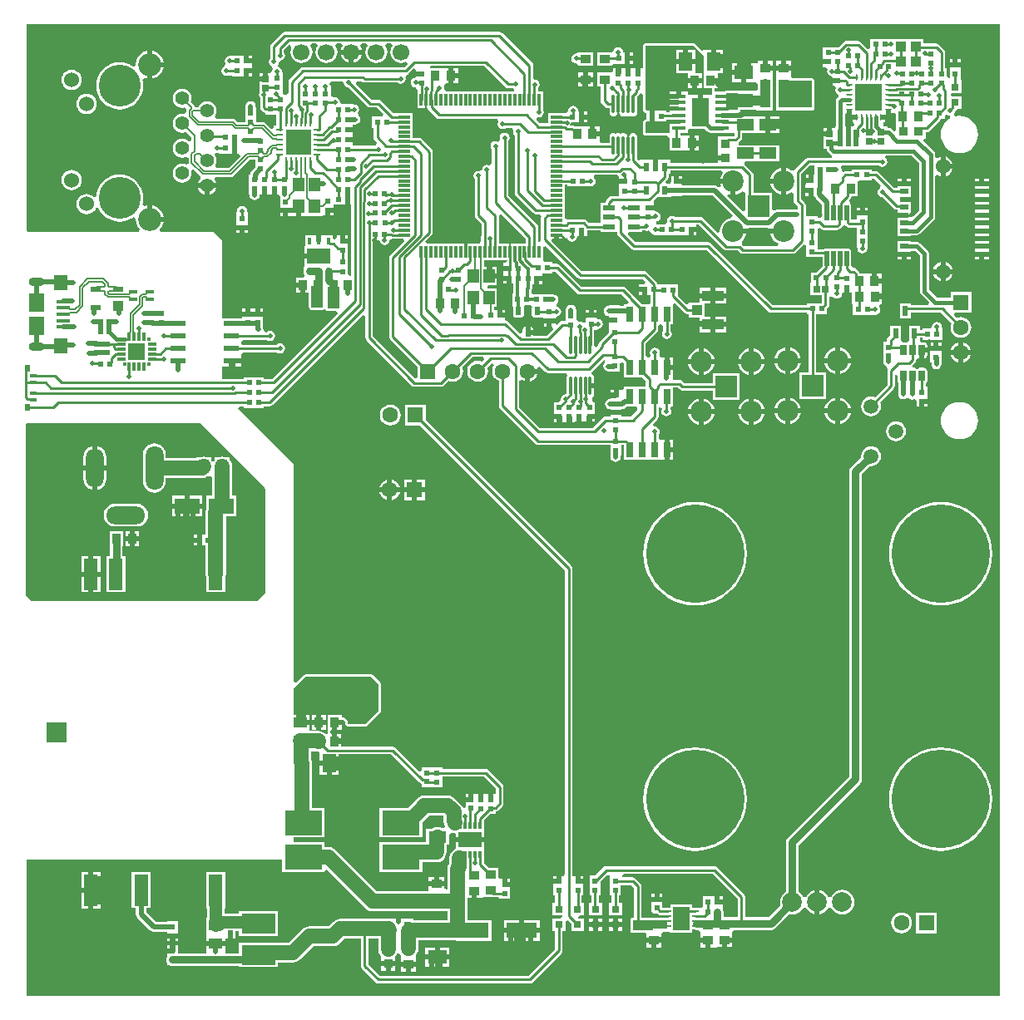
<source format=gtl>
G04*
G04 #@! TF.GenerationSoftware,Altium Limited,Altium Designer,21.5.1 (32)*
G04*
G04 Layer_Physical_Order=1*
G04 Layer_Color=255*
%FSAX24Y24*%
%MOIN*%
G70*
G04*
G04 #@! TF.SameCoordinates,EA95429E-239C-4F57-B086-3AFABEEF507B*
G04*
G04*
G04 #@! TF.FilePolarity,Positive*
G04*
G01*
G75*
%ADD13C,0.0100*%
%ADD16C,0.0300*%
%ADD18C,0.0050*%
%ADD19C,0.0060*%
%ADD24R,0.0354X0.0197*%
%ADD25R,0.0244X0.0228*%
%ADD26R,0.0244X0.0244*%
%ADD27R,0.0236X0.0354*%
%ADD28R,0.0394X0.0394*%
%ADD29R,0.0376X0.0359*%
%ADD30R,0.0354X0.0394*%
%ADD31R,0.0244X0.0244*%
%ADD32R,0.0228X0.0244*%
%ADD33R,0.0283X0.0280*%
%ADD34R,0.0236X0.0709*%
%ADD35R,0.0315X0.0315*%
%ADD36R,0.1102X0.1102*%
G04:AMPARAMS|DCode=37|XSize=9.8mil|YSize=25.6mil|CornerRadius=2.5mil|HoleSize=0mil|Usage=FLASHONLY|Rotation=270.000|XOffset=0mil|YOffset=0mil|HoleType=Round|Shape=RoundedRectangle|*
%AMROUNDEDRECTD37*
21,1,0.0098,0.0207,0,0,270.0*
21,1,0.0049,0.0256,0,0,270.0*
1,1,0.0049,-0.0103,-0.0025*
1,1,0.0049,-0.0103,0.0025*
1,1,0.0049,0.0103,0.0025*
1,1,0.0049,0.0103,-0.0025*
%
%ADD37ROUNDEDRECTD37*%
G04:AMPARAMS|DCode=38|XSize=9.8mil|YSize=25.6mil|CornerRadius=2.5mil|HoleSize=0mil|Usage=FLASHONLY|Rotation=0.000|XOffset=0mil|YOffset=0mil|HoleType=Round|Shape=RoundedRectangle|*
%AMROUNDEDRECTD38*
21,1,0.0098,0.0207,0,0,0.0*
21,1,0.0049,0.0256,0,0,0.0*
1,1,0.0049,0.0025,-0.0103*
1,1,0.0049,-0.0025,-0.0103*
1,1,0.0049,-0.0025,0.0103*
1,1,0.0049,0.0025,0.0103*
%
%ADD38ROUNDEDRECTD38*%
%ADD39R,0.0217X0.0217*%
%ADD40R,0.0248X0.0260*%
%ADD41R,0.0315X0.0157*%
%ADD42R,0.0866X0.0433*%
%ADD43R,0.0433X0.0394*%
%ADD44R,0.0374X0.0394*%
%ADD45R,0.0472X0.0236*%
%ADD46O,0.0118X0.0787*%
%ADD47R,0.0394X0.0354*%
%ADD48R,0.0256X0.0600*%
%ADD49R,0.0472X0.0118*%
%ADD50R,0.0118X0.0472*%
%ADD51R,0.0236X0.0394*%
G04:AMPARAMS|DCode=52|XSize=43.3mil|YSize=23.6mil|CornerRadius=2mil|HoleSize=0mil|Usage=FLASHONLY|Rotation=90.000|XOffset=0mil|YOffset=0mil|HoleType=Round|Shape=RoundedRectangle|*
%AMROUNDEDRECTD52*
21,1,0.0433,0.0196,0,0,90.0*
21,1,0.0393,0.0236,0,0,90.0*
1,1,0.0040,0.0098,0.0196*
1,1,0.0040,0.0098,-0.0196*
1,1,0.0040,-0.0098,-0.0196*
1,1,0.0040,-0.0098,0.0196*
%
%ADD52ROUNDEDRECTD52*%
G04:AMPARAMS|DCode=53|XSize=21.7mil|YSize=31.5mil|CornerRadius=1.9mil|HoleSize=0mil|Usage=FLASHONLY|Rotation=0.000|XOffset=0mil|YOffset=0mil|HoleType=Round|Shape=RoundedRectangle|*
%AMROUNDEDRECTD53*
21,1,0.0217,0.0276,0,0,0.0*
21,1,0.0178,0.0315,0,0,0.0*
1,1,0.0039,0.0089,-0.0138*
1,1,0.0039,-0.0089,-0.0138*
1,1,0.0039,-0.0089,0.0138*
1,1,0.0039,0.0089,0.0138*
%
%ADD53ROUNDEDRECTD53*%
%ADD54R,0.0413X0.0551*%
G04:AMPARAMS|DCode=55|XSize=17.7mil|YSize=61mil|CornerRadius=1.9mil|HoleSize=0mil|Usage=FLASHONLY|Rotation=180.000|XOffset=0mil|YOffset=0mil|HoleType=Round|Shape=RoundedRectangle|*
%AMROUNDEDRECTD55*
21,1,0.0177,0.0571,0,0,180.0*
21,1,0.0138,0.0610,0,0,180.0*
1,1,0.0039,-0.0069,0.0286*
1,1,0.0039,0.0069,0.0286*
1,1,0.0039,0.0069,-0.0286*
1,1,0.0039,-0.0069,-0.0286*
%
%ADD55ROUNDEDRECTD55*%
%ADD56R,0.0236X0.0244*%
%ADD57R,0.0280X0.0283*%
%ADD58R,0.0709X0.0453*%
%ADD59R,0.0374X0.0374*%
%ADD60R,0.0551X0.0177*%
%ADD61R,0.0689X0.1157*%
%ADD62R,0.0571X0.0748*%
%ADD63R,0.0748X0.0571*%
%ADD64R,0.0394X0.0374*%
%ADD65R,0.0453X0.0551*%
%ADD66R,0.0374X0.0394*%
%ADD67R,0.0244X0.0236*%
%ADD68R,0.0272X0.0110*%
%ADD69R,0.0110X0.0272*%
%ADD70R,0.0984X0.0984*%
%ADD71R,0.0177X0.0295*%
%ADD72R,0.0945X0.0630*%
%ADD73R,0.0118X0.0354*%
%ADD74R,0.0354X0.0118*%
%ADD75R,0.0118X0.0118*%
%ADD76R,0.0610X0.0236*%
%ADD77R,0.0354X0.0157*%
%ADD78R,0.0394X0.0236*%
%ADD79R,0.0394X0.0394*%
%ADD80R,0.0551X0.0630*%
%ADD81R,0.0610X0.0748*%
%ADD82R,0.0531X0.0157*%
%ADD83R,0.1004X0.0630*%
%ADD84R,0.0551X0.1260*%
%ADD85R,0.0787X0.0787*%
%ADD86R,0.0394X0.0374*%
%ADD87R,0.0650X0.0937*%
%ADD88R,0.0276X0.0098*%
%ADD89R,0.0551X0.0413*%
%ADD90R,0.1516X0.0984*%
%ADD91R,0.0118X0.0295*%
%ADD92R,0.0425X0.0362*%
%ADD93R,0.1240X0.0630*%
%ADD94R,0.0315X0.0709*%
%ADD95R,0.1378X0.0787*%
%ADD96R,0.0551X0.0413*%
%ADD142R,0.0709X0.0709*%
%ADD182C,0.0150*%
%ADD183C,0.0200*%
%ADD184C,0.0600*%
%ADD185C,0.0400*%
%ADD186C,0.0500*%
%ADD187C,0.0120*%
%ADD188C,0.0180*%
%ADD189C,0.0290*%
%ADD190R,0.0730X0.1180*%
%ADD191R,0.0810X0.0390*%
%ADD192R,0.1330X0.1090*%
%ADD193R,0.0360X0.0380*%
%ADD194R,0.0860X0.0450*%
%ADD195R,0.0450X0.0860*%
%ADD196R,0.0450X0.0690*%
%ADD197C,0.0600*%
%ADD198R,0.0630X0.0630*%
%ADD199C,0.0866*%
%ADD200R,0.0866X0.0866*%
%ADD201C,0.0630*%
%ADD202C,0.0591*%
%ADD203R,0.0630X0.0630*%
%ADD204C,0.0669*%
%ADD205O,0.0630X0.0354*%
%ADD206O,0.0709X0.1575*%
%ADD207O,0.1575X0.0709*%
%ADD208O,0.0709X0.1772*%
%ADD209C,0.3937*%
%ADD210C,0.0787*%
%ADD211C,0.0602*%
%ADD212C,0.0550*%
%ADD213C,0.0927*%
%ADD214C,0.1680*%
%ADD215C,0.0197*%
%ADD216C,0.0260*%
%ADD217C,0.0500*%
G36*
X054530Y015560D02*
X015570D01*
X015560Y015564D01*
Y021030D01*
X025775D01*
Y020528D01*
X027491D01*
Y020568D01*
X027583Y020606D01*
X029125Y019065D01*
X029208Y019001D01*
X029306Y018960D01*
X029410Y018947D01*
X032407D01*
Y018595D01*
X031526D01*
Y018588D01*
X031052D01*
Y018654D01*
X030537D01*
Y018498D01*
X030437Y018422D01*
X030417Y018425D01*
X030371Y018485D01*
X030371Y018485D01*
X030343Y018513D01*
Y018654D01*
X029828D01*
Y018643D01*
X028120D01*
X028016Y018630D01*
X027918Y018589D01*
X027835Y018525D01*
X027655Y018345D01*
X027620Y018352D01*
X027575Y018343D01*
X027465D01*
X027420Y018352D01*
X027375Y018343D01*
X027255D01*
X027210Y018352D01*
X027165Y018343D01*
X026870D01*
X026870Y018343D01*
X026766Y018330D01*
X026668Y018289D01*
X026585Y018225D01*
X026585Y018225D01*
X026057Y017697D01*
X024924D01*
X024897Y017694D01*
X024041D01*
Y017258D01*
X023502D01*
X023494Y017354D01*
X023494Y017358D01*
Y017561D01*
X023118D01*
X022743D01*
Y017358D01*
X022743Y017354D01*
X022734Y017258D01*
X021612D01*
Y017579D01*
X021490D01*
Y017357D01*
X021390D01*
Y017258D01*
X021387Y017257D01*
X021168D01*
Y017121D01*
X021154Y017100D01*
X021135Y017003D01*
X021154Y016905D01*
X021168Y016885D01*
Y016781D01*
X021272D01*
X021292Y016767D01*
X021390Y016748D01*
X024041D01*
Y016706D01*
X025619D01*
Y016890D01*
X026224D01*
X026224Y016890D01*
X026328Y016904D01*
X026425Y016944D01*
X026509Y017009D01*
X027037Y017537D01*
X027820D01*
X027820Y017537D01*
X027924Y017550D01*
X028022Y017591D01*
X028105Y017655D01*
X028287Y017837D01*
X028930D01*
Y016767D01*
X028942Y016709D01*
X028975Y016659D01*
X029532Y016102D01*
X029581Y016069D01*
X029640Y016057D01*
X035710D01*
X035769Y016069D01*
X035818Y016102D01*
X036978Y017262D01*
X037011Y017311D01*
X037023Y017370D01*
Y018148D01*
X037127D01*
Y018540D01*
X037227Y018581D01*
X037363Y018446D01*
Y018148D01*
X037877D01*
Y018663D01*
X037655D01*
X037645Y018677D01*
X037699Y018777D01*
X037877D01*
Y019292D01*
X037783D01*
Y019571D01*
X037852D01*
Y019941D01*
Y020055D01*
X037630D01*
Y020155D01*
X037530D01*
Y020369D01*
X037423D01*
Y032690D01*
X037411Y032749D01*
X037378Y032798D01*
X031535Y038641D01*
Y039255D01*
X030705D01*
Y038425D01*
X031319D01*
X037117Y032627D01*
Y020459D01*
X037092Y020369D01*
X036970D01*
Y020155D01*
X036870D01*
Y020055D01*
X036648D01*
Y019941D01*
Y019571D01*
X036717D01*
Y019292D01*
X036613D01*
Y018777D01*
X037006D01*
X037013Y018763D01*
X036949Y018663D01*
X036613D01*
Y018148D01*
X036717D01*
Y017433D01*
X035647Y016363D01*
X029703D01*
X029236Y016831D01*
Y017837D01*
X029627D01*
Y017435D01*
X029640Y017331D01*
X029681Y017234D01*
X029697Y017213D01*
X029743Y017132D01*
Y016945D01*
X030030D01*
X030317D01*
Y017132D01*
X030363Y017213D01*
X030379Y017234D01*
X030383Y017242D01*
X030491Y017243D01*
X030527Y017195D01*
X030543Y017102D01*
X030543Y017102D01*
X030543Y017102D01*
Y016915D01*
X030840D01*
X031137D01*
Y017102D01*
X031137Y017102D01*
X031153Y017195D01*
X031189Y017243D01*
X031230Y017341D01*
X031243Y017445D01*
Y017782D01*
X032735D01*
Y017755D01*
X034176D01*
Y018585D01*
X033213D01*
Y019478D01*
X033390D01*
Y019765D01*
X033590D01*
Y019478D01*
X033743D01*
X033787Y019478D01*
X033877Y019503D01*
X034427D01*
X034478Y019441D01*
Y019441D01*
X034922D01*
Y019795D01*
Y019917D01*
X034700D01*
Y020017D01*
X034600D01*
Y020239D01*
X034527D01*
X034478Y020239D01*
X034427Y020318D01*
Y020687D01*
X034049D01*
X033864Y020872D01*
X033863Y020972D01*
X033863D01*
Y021395D01*
X033882D01*
Y021710D01*
X033310D01*
X032738D01*
Y021440D01*
X032688Y021419D01*
X032605Y021355D01*
X032541Y021272D01*
X032500Y021174D01*
X032487Y021070D01*
Y020876D01*
X032461Y020842D01*
X032420Y020744D01*
X032407Y020640D01*
X032407Y020640D01*
Y019843D01*
X032383Y019825D01*
X032325Y019841D01*
X032283Y019873D01*
Y019950D01*
X031657D01*
Y019769D01*
X031564Y019753D01*
X029577D01*
X027925Y021405D01*
X027842Y021469D01*
X027744Y021510D01*
X027640Y021523D01*
X027640Y021523D01*
X027491D01*
Y021712D01*
X026240D01*
Y021906D01*
X027491D01*
Y023090D01*
X026987D01*
Y024875D01*
X026987Y024875D01*
X026973Y024980D01*
X026958Y025017D01*
Y025367D01*
X027164D01*
X027240Y025357D01*
X027286Y025317D01*
Y024990D01*
X027671D01*
X028057D01*
Y025237D01*
X030157D01*
X031289Y024105D01*
X031339Y024071D01*
X031368Y024066D01*
Y023919D01*
X031768D01*
Y023916D01*
X032212D01*
Y024347D01*
X033867D01*
X034347Y023867D01*
Y023649D01*
X034230D01*
Y023435D01*
X034030D01*
Y023649D01*
X033840D01*
Y023435D01*
X033640D01*
Y023649D01*
X033450D01*
Y023427D01*
X033350D01*
Y023327D01*
X033128D01*
Y023119D01*
X033028Y023099D01*
X033011Y023140D01*
X032947Y023224D01*
X032947Y023224D01*
X032705Y023465D01*
X032622Y023529D01*
X032524Y023570D01*
X032420Y023583D01*
X032420Y023583D01*
X031470D01*
X031366Y023570D01*
X031268Y023529D01*
X031185Y023465D01*
X031185Y023465D01*
X031155Y023435D01*
X031091Y023352D01*
X031085Y023337D01*
X030837Y023090D01*
X030768D01*
X030742Y023094D01*
X030716Y023090D01*
X029692D01*
Y021906D01*
X031408D01*
Y022520D01*
X031665Y022777D01*
X032253D01*
X032258Y022771D01*
Y022554D01*
X032258Y022554D01*
X032272Y022450D01*
X032312Y022353D01*
X032304Y022333D01*
X032212Y022279D01*
X032114Y022319D01*
X032010Y022333D01*
X031906Y022319D01*
X031808Y022279D01*
X031778Y022256D01*
X031556D01*
Y021713D01*
X030740D01*
X030730Y021712D01*
X029692D01*
Y020528D01*
X031408D01*
Y020906D01*
X031970D01*
X032074Y020920D01*
X032172Y020961D01*
X032255Y021025D01*
X032258Y021029D01*
X032283D01*
Y021060D01*
X032319Y021108D01*
X032360Y021205D01*
X032373Y021310D01*
Y021603D01*
X032464D01*
Y022033D01*
X032564Y022100D01*
X032600Y022085D01*
X032704Y022072D01*
X032738Y022042D01*
Y021910D01*
X033310D01*
X033882D01*
Y022225D01*
X033863D01*
Y022395D01*
X033866Y022410D01*
Y022592D01*
X034124Y022851D01*
X034352D01*
Y022951D01*
X034389Y022959D01*
X034438Y022992D01*
X034608Y023162D01*
X034641Y023211D01*
X034653Y023270D01*
Y023930D01*
X034641Y023989D01*
X034608Y024038D01*
X034038Y024608D01*
X033988Y024641D01*
X033930Y024653D01*
X032212D01*
Y024714D01*
X031812D01*
Y024717D01*
X031368D01*
Y024589D01*
X031276Y024551D01*
X030328Y025498D01*
X030279Y025531D01*
X030220Y025543D01*
X028157D01*
Y025660D01*
X027870D01*
Y025760D01*
X027770D01*
Y026066D01*
X027712Y026079D01*
Y026183D01*
X027785Y026227D01*
Y026530D01*
X027985D01*
Y026233D01*
X028172D01*
Y026504D01*
X028251Y026540D01*
X028253Y026538D01*
X028260Y026533D01*
X028308Y026482D01*
Y026469D01*
X028310Y026464D01*
X028310Y026459D01*
X028317Y026446D01*
X028323Y026432D01*
X028326Y026428D01*
X028329Y026424D01*
X028361Y026385D01*
X028365Y026382D01*
X028367Y026378D01*
X028380Y026370D01*
X028391Y026360D01*
X028396Y026359D01*
X028400Y026356D01*
X028415Y026353D01*
X028429Y026349D01*
X028434Y026349D01*
X028439Y026348D01*
X029100D01*
X029139Y026356D01*
X029172Y026378D01*
X029722Y026928D01*
X029744Y026961D01*
X029752Y027000D01*
Y028050D01*
X029744Y028089D01*
X029722Y028122D01*
X029432Y028412D01*
X029399Y028434D01*
X029360Y028442D01*
X026700D01*
X026661Y028434D01*
X026628Y028412D01*
X026332Y028117D01*
X026240Y028155D01*
Y036890D01*
X024025Y039105D01*
X024064Y039197D01*
X024251D01*
Y039128D01*
X025049D01*
Y039197D01*
X025293D01*
X025352Y039209D01*
X025401Y039242D01*
X029025Y042865D01*
X029117Y042827D01*
Y041940D01*
X029129Y041881D01*
X029162Y041832D01*
X030970Y040023D01*
X031020Y039990D01*
X031079Y039978D01*
X032151D01*
X032210Y039990D01*
X032260Y040023D01*
X032455Y040219D01*
X032512Y040196D01*
X032620Y040181D01*
X032728Y040196D01*
X032829Y040238D01*
X032916Y040304D01*
X032982Y040391D01*
X033024Y040492D01*
X033039Y040600D01*
X033024Y040708D01*
X033001Y040765D01*
X033413Y041177D01*
X033850D01*
X033888Y041085D01*
X033785Y040981D01*
X033728Y041004D01*
X033620Y041019D01*
X033512Y041004D01*
X033411Y040962D01*
X033324Y040896D01*
X033258Y040809D01*
X033216Y040708D01*
X033201Y040600D01*
X033216Y040492D01*
X033258Y040391D01*
X033324Y040304D01*
X033411Y040238D01*
X033512Y040196D01*
X033620Y040181D01*
X033728Y040196D01*
X033829Y040238D01*
X033916Y040304D01*
X033982Y040391D01*
X034024Y040492D01*
X034039Y040600D01*
X034024Y040708D01*
X034001Y040765D01*
X034172Y040935D01*
X034174Y040936D01*
X034222Y040927D01*
X034264Y040818D01*
X034258Y040809D01*
X034216Y040708D01*
X034201Y040600D01*
X034216Y040492D01*
X034258Y040391D01*
X034324Y040304D01*
X034411Y040238D01*
X034467Y040214D01*
Y039220D01*
X034479Y039161D01*
X034512Y039112D01*
X035942Y037682D01*
X035991Y037649D01*
X036050Y037637D01*
X038928D01*
Y037206D01*
X038936D01*
Y037160D01*
X038952Y037082D01*
X038996Y037016D01*
X039062Y036972D01*
X039140Y036956D01*
X039218Y036972D01*
X039284Y037016D01*
X039328Y037082D01*
X039344Y037160D01*
Y037206D01*
X039372D01*
Y037637D01*
X039482D01*
Y037064D01*
X039938D01*
Y037064D01*
X039982D01*
Y037064D01*
X040382D01*
X040438Y037064D01*
X040538Y037064D01*
X040882D01*
X040938Y037064D01*
X041038Y037064D01*
X041110D01*
Y037465D01*
Y037865D01*
X041038D01*
X040982Y037865D01*
X040934D01*
X040863Y037935D01*
Y038062D01*
X040897Y038113D01*
X040912Y038190D01*
X040897Y038267D01*
X040853Y038333D01*
X040787Y038377D01*
X040710Y038392D01*
X040685Y038387D01*
X040636Y038480D01*
X040818Y038662D01*
X040851Y038711D01*
X040863Y038770D01*
Y039142D01*
X040886Y039153D01*
X041008Y039104D01*
X041011Y039095D01*
X040993Y039067D01*
X040978Y038990D01*
X040993Y038913D01*
X041037Y038847D01*
X041103Y038803D01*
X041180Y038788D01*
X041257Y038803D01*
X041323Y038847D01*
X041367Y038913D01*
X041382Y038990D01*
X041367Y039067D01*
X041345Y039100D01*
X041377Y039200D01*
X041438D01*
Y039947D01*
X041637D01*
X041712Y039872D01*
X041761Y039839D01*
X041820Y039827D01*
X043047D01*
Y039447D01*
X044113D01*
Y040513D01*
X043047D01*
Y040133D01*
X041883D01*
X041808Y040208D01*
X041759Y040241D01*
X041700Y040253D01*
X041430D01*
X041428Y040352D01*
X041428Y040353D01*
Y040652D01*
X041200D01*
Y040752D01*
X041100D01*
Y041152D01*
X041028D01*
X040928Y041152D01*
X040900Y041252D01*
X040907Y041263D01*
X040922Y041340D01*
X040907Y041417D01*
X040863Y041483D01*
X040797Y041527D01*
X040720Y041542D01*
X040643Y041527D01*
X040577Y041483D01*
X040533Y041417D01*
X040518Y041340D01*
X040533Y041263D01*
X040540Y041252D01*
X040531Y041228D01*
X040472Y041152D01*
X040453D01*
X040353Y041213D01*
Y041717D01*
X040808Y042172D01*
X040841Y042221D01*
X040853Y042280D01*
Y042417D01*
X040924Y042488D01*
X040976D01*
X041047Y042417D01*
Y042218D01*
X041013Y042167D01*
X040998Y042090D01*
X041013Y042013D01*
X041057Y041947D01*
X041123Y041903D01*
X041200Y041888D01*
X041277Y041903D01*
X041343Y041947D01*
X041387Y042013D01*
X041402Y042090D01*
X041387Y042167D01*
X041353Y042218D01*
Y042488D01*
X041428D01*
Y043274D01*
X041508Y043335D01*
X041903Y042941D01*
X041952Y042908D01*
X042011Y042896D01*
X042084D01*
Y042752D01*
X042497D01*
Y042578D01*
X042930D01*
Y042795D01*
X042717D01*
Y043303D01*
X042930D01*
Y043520D01*
X042497D01*
Y043346D01*
X042084D01*
Y043334D01*
X041984Y043293D01*
X041717Y043559D01*
X041654Y043628D01*
X041654D01*
X041654Y043628D01*
Y044072D01*
X040884D01*
Y044092D01*
X040825D01*
X040814Y044146D01*
X040781Y044196D01*
X040418Y044558D01*
X040369Y044591D01*
X040310Y044603D01*
X037793D01*
X036580Y045816D01*
X036618Y045909D01*
X036671D01*
Y046068D01*
X036871D01*
Y045909D01*
X037107D01*
Y045931D01*
X037207Y045941D01*
X037213Y045913D01*
X037257Y045847D01*
X037323Y045803D01*
X037400Y045788D01*
X037477Y045803D01*
X037543Y045847D01*
X037587Y045913D01*
X037602Y045990D01*
X037625Y046018D01*
X037674D01*
Y046240D01*
X037874D01*
Y046018D01*
X037996D01*
Y046231D01*
X038018Y046249D01*
X038550D01*
Y046184D01*
X039197D01*
Y046150D01*
X039209Y046091D01*
X039242Y046042D01*
X039772Y045512D01*
X039821Y045479D01*
X039880Y045467D01*
X042797D01*
X045262Y043002D01*
X045311Y042969D01*
X045370Y042957D01*
X046816D01*
Y042888D01*
X046877D01*
Y040553D01*
X046507D01*
Y039487D01*
X047573D01*
Y040553D01*
X047183D01*
Y042888D01*
X047614D01*
Y043116D01*
X047667Y043169D01*
X047700Y043218D01*
X047712Y043277D01*
Y043582D01*
X047727Y043597D01*
X047845Y043596D01*
X047860Y043578D01*
X047867Y043567D01*
X047933Y043523D01*
X048010Y043508D01*
X048087Y043523D01*
X048153Y043567D01*
X048197Y043633D01*
X048212Y043710D01*
X048246Y043751D01*
X048300D01*
Y043965D01*
X048500D01*
Y043751D01*
X048613D01*
Y043283D01*
X048651D01*
Y042848D01*
X049449D01*
Y042848D01*
X049549Y042868D01*
X049550Y042868D01*
X049627Y042883D01*
X049693Y042927D01*
X049737Y042993D01*
X049752Y043070D01*
X049737Y043147D01*
X049713Y043183D01*
X049752Y043277D01*
X049757Y043283D01*
X049817D01*
Y043480D01*
X049530D01*
Y043680D01*
X049817D01*
Y043815D01*
X049817Y043877D01*
X049812Y043975D01*
Y044110D01*
X049525D01*
Y044210D01*
X049425D01*
Y044507D01*
X049282D01*
X049210Y044507D01*
X049138Y044507D01*
X048923D01*
Y044510D01*
X048911Y044569D01*
X048878Y044618D01*
X048788Y044708D01*
X048739Y044741D01*
X048680Y044753D01*
X048662D01*
X048659Y044754D01*
X048585Y044839D01*
Y045410D01*
X048576Y045457D01*
X048549Y045496D01*
X048510Y045523D01*
X048463Y045532D01*
X048325D01*
X048278Y045523D01*
X048266Y045515D01*
X048254Y045523D01*
X048207Y045532D01*
X048069D01*
X048022Y045523D01*
X048010Y045515D01*
X047998Y045523D01*
X047951Y045532D01*
X047813D01*
X047766Y045523D01*
X047754Y045515D01*
X047742Y045523D01*
X047695Y045532D01*
X047557D01*
X047510Y045523D01*
X047471Y045496D01*
X047469Y045493D01*
X047232D01*
Y045979D01*
X047232D01*
Y046011D01*
X047232D01*
Y046310D01*
X047332Y046352D01*
X047372Y046312D01*
X047421Y046279D01*
X047480Y046267D01*
X048020D01*
X048079Y046279D01*
X048128Y046312D01*
X048208Y046392D01*
X048232Y046428D01*
X048261Y046441D01*
X048277Y046444D01*
X048345Y046450D01*
X048383Y046412D01*
X048432Y046379D01*
X048491Y046367D01*
X048808D01*
Y045961D01*
Y045683D01*
X048808Y045591D01*
X048830Y045514D01*
X048843Y045453D01*
X048855Y045435D01*
X048887Y045387D01*
X048953Y045343D01*
X049030Y045328D01*
X049107Y045343D01*
X049173Y045387D01*
X049205Y045435D01*
X049217Y045453D01*
X049230Y045514D01*
X049252Y045591D01*
X049252Y045683D01*
Y045961D01*
Y046356D01*
Y046726D01*
Y046840D01*
X048808D01*
Y046673D01*
X048585D01*
Y046917D01*
X048585Y046920D01*
Y047241D01*
X048576Y047288D01*
X048549Y047327D01*
X048529Y047341D01*
X048505Y047420D01*
X048503Y047457D01*
X048556Y047510D01*
X048589Y047559D01*
X048601Y047618D01*
Y047633D01*
X048852D01*
Y048227D01*
X048943Y048248D01*
X049409D01*
Y048317D01*
X049517D01*
X049764Y048069D01*
X049764Y048037D01*
X049740Y047952D01*
X049697Y047923D01*
X049653Y047857D01*
X049638Y047780D01*
X049653Y047703D01*
X049697Y047637D01*
X049763Y047593D01*
X049835Y047579D01*
X050294Y047120D01*
X050343Y047087D01*
X050402Y047075D01*
X050433D01*
Y046965D01*
X050710D01*
Y046765D01*
X050433D01*
Y046667D01*
Y046352D01*
Y046037D01*
Y046020D01*
X050710D01*
X050987D01*
Y046057D01*
X051215D01*
X051283Y046070D01*
X051341Y046109D01*
X051896Y046664D01*
X051896Y046664D01*
X051935Y046722D01*
X051948Y046790D01*
Y048427D01*
X052048Y048476D01*
X052063Y048464D01*
X052161Y048424D01*
X052165Y048423D01*
Y048814D01*
Y049204D01*
X052161Y049203D01*
X052063Y049163D01*
X052048Y049152D01*
X051948Y049201D01*
Y049280D01*
X051935Y049348D01*
X051896Y049406D01*
X051896Y049406D01*
X051466Y049836D01*
X051505Y049928D01*
X051579D01*
Y050185D01*
X051605D01*
X051663Y050196D01*
X051713Y050229D01*
X052149Y050665D01*
X052182Y050715D01*
X052182Y050716D01*
X052335D01*
Y050851D01*
X052370Y050875D01*
X052435Y050895D01*
X052483Y050863D01*
X052552Y050849D01*
X052557Y050841D01*
X052546Y050733D01*
X052505Y050711D01*
X052392Y050618D01*
X052299Y050505D01*
X052230Y050376D01*
X052188Y050236D01*
X052173Y050090D01*
X052188Y049944D01*
X052230Y049804D01*
X052299Y049675D01*
X052392Y049562D01*
X052505Y049469D01*
X052634Y049400D01*
X052774Y049358D01*
X052920Y049343D01*
X053066Y049358D01*
X053206Y049400D01*
X053335Y049469D01*
X053448Y049562D01*
X053541Y049675D01*
X053610Y049804D01*
X053652Y049944D01*
X053667Y050090D01*
X053652Y050236D01*
X053610Y050376D01*
X053541Y050505D01*
X053448Y050618D01*
X053335Y050711D01*
X053206Y050780D01*
X053066Y050822D01*
X052920Y050837D01*
X052774Y050822D01*
X052742Y050813D01*
X052699Y050904D01*
X052703Y050907D01*
X052747Y050973D01*
X052762Y051050D01*
X052838Y051113D01*
X053009D01*
Y051628D01*
X052605D01*
X052571Y051685D01*
X052605Y051743D01*
X053009D01*
Y052258D01*
X053009D01*
X052974Y052306D01*
Y052676D01*
Y052790D01*
X052752D01*
X052530D01*
Y052676D01*
Y052355D01*
X052517Y052349D01*
X052417Y052409D01*
Y052737D01*
X052348D01*
Y053388D01*
X052337Y053447D01*
X052303Y053496D01*
X052103Y053696D01*
X052054Y053729D01*
X051995Y053741D01*
X051467D01*
Y053915D01*
X050283D01*
X050283Y053915D01*
X050249Y053917D01*
X050249Y053917D01*
X050249Y053917D01*
X050240Y053918D01*
X050230Y053919D01*
X050230Y053919D01*
X050249Y053917D01*
X050250Y053917D01*
X050250Y053917D01*
X050279Y053915D01*
X050250Y053917D01*
X050230Y053919D01*
X050155Y053930D01*
X050062Y053930D01*
X049356D01*
Y053555D01*
X049256Y053514D01*
X048975Y053795D01*
X048925Y053828D01*
X048867Y053839D01*
X048377D01*
X048318Y053828D01*
X048268Y053795D01*
X048061Y053587D01*
X047453D01*
Y053159D01*
Y053103D01*
X047675D01*
Y052903D01*
X047453D01*
Y052789D01*
X047567D01*
X047594Y052756D01*
X047629Y052689D01*
X047618Y052630D01*
X047633Y052553D01*
X047677Y052487D01*
X047743Y052443D01*
X047820Y052428D01*
X047828Y052368D01*
X048055D01*
Y052168D01*
X047833D01*
Y052046D01*
X047909D01*
X047964Y051962D01*
X047967Y051946D01*
X047953Y051878D01*
X047968Y051801D01*
X048012Y051735D01*
X048052Y051708D01*
X048067Y051660D01*
X048070Y051626D01*
X048066Y051592D01*
X048024Y051550D01*
X047986Y051492D01*
X047972Y051424D01*
Y050422D01*
X047932D01*
Y050349D01*
X047805D01*
Y050109D01*
X047705D01*
Y050009D01*
X047464D01*
Y049869D01*
Y049507D01*
X047614D01*
X047625Y049450D01*
X047664Y049392D01*
X047752Y049304D01*
X047810Y049265D01*
X047821Y049263D01*
X047811Y049163D01*
X046870D01*
X046811Y049151D01*
X046762Y049118D01*
X046322Y048678D01*
X046315Y048667D01*
X046207Y048640D01*
X046190Y048643D01*
X046137Y048684D01*
X046007Y048737D01*
X045968Y048742D01*
Y048218D01*
Y047693D01*
X046007Y047699D01*
X046137Y047752D01*
X046177Y047783D01*
X046277Y047734D01*
Y047440D01*
X046289Y047381D01*
X046322Y047332D01*
X046448Y047206D01*
X046444Y047102D01*
X046410Y047074D01*
X045598D01*
X045520Y047058D01*
X045497Y047043D01*
X045486Y047045D01*
X045397Y047095D01*
Y047747D01*
X044663D01*
Y048490D01*
X044651Y048549D01*
X044618Y048598D01*
X044316Y048901D01*
X044297Y048913D01*
X044328Y049013D01*
X044784D01*
Y049013D01*
X044806D01*
Y049013D01*
X045714D01*
Y049666D01*
X044806D01*
Y049666D01*
X044784D01*
Y049666D01*
X044093D01*
X044062Y049760D01*
X044062Y049766D01*
X044178Y049882D01*
X044211Y049931D01*
X044223Y049990D01*
Y050154D01*
X044706D01*
X044784Y050154D01*
X044884Y050154D01*
X045160D01*
Y050481D01*
Y050807D01*
X044884D01*
X044806Y050807D01*
X044706Y050807D01*
X043876D01*
Y050807D01*
X043778Y050813D01*
Y050968D01*
X044040D01*
X044079Y050976D01*
X044112Y050998D01*
X044134Y051031D01*
X044142Y051070D01*
Y051083D01*
X044754D01*
Y051083D01*
X044839Y051064D01*
X044839Y051064D01*
X044846Y051064D01*
X045453D01*
Y051816D01*
X045453D01*
Y052135D01*
X045447Y052179D01*
X045447Y052450D01*
X045447Y052522D01*
Y052665D01*
X045150D01*
Y052765D01*
X045050D01*
Y053052D01*
X044853D01*
Y052959D01*
X044754Y052957D01*
X044753Y052957D01*
X044380D01*
Y052571D01*
Y052186D01*
X044753D01*
X044754Y052186D01*
X044847Y052135D01*
Y051870D01*
X044754Y051854D01*
Y051854D01*
X044079D01*
X044040Y051862D01*
X043590D01*
X043551Y051854D01*
X043518Y051832D01*
X043510Y051820D01*
X043116D01*
Y051943D01*
X043242D01*
Y052140D01*
X042955D01*
Y052340D01*
X043242D01*
Y052536D01*
X043447D01*
Y052910D01*
X043061D01*
Y053010D01*
X042961D01*
Y053484D01*
X042676D01*
Y053484D01*
X042615Y053459D01*
X042345Y053729D01*
X042312Y053751D01*
X042273Y053759D01*
X040350Y053759D01*
X040311Y053751D01*
X040278Y053729D01*
X040256Y053696D01*
X040248Y053657D01*
Y052739D01*
X040140D01*
Y052517D01*
X039940D01*
Y052739D01*
X039750D01*
Y052517D01*
X039550D01*
Y052739D01*
X039360D01*
Y052517D01*
X039160D01*
Y052739D01*
X039038D01*
Y052654D01*
X038991Y052574D01*
X038397D01*
Y052019D01*
X038547D01*
Y051450D01*
X038559Y051391D01*
X038592Y051342D01*
X038735Y051199D01*
X038785Y051165D01*
X038843Y051154D01*
X038894D01*
Y050972D01*
X038906Y050910D01*
X038942Y050857D01*
X038994Y050822D01*
X039056Y050810D01*
X039118Y050822D01*
X039155Y050847D01*
X039155Y050847D01*
X039171Y050857D01*
X039206Y050910D01*
X039218Y050972D01*
Y051307D01*
X039288D01*
Y050972D01*
X039300Y050910D01*
X039335Y050857D01*
X039352Y050847D01*
X039352Y050847D01*
X039388Y050822D01*
X039450Y050810D01*
X039512Y050822D01*
X039548Y050847D01*
X039585Y050822D01*
X039647Y050810D01*
X039709Y050822D01*
X039745Y050847D01*
X039782Y050822D01*
X039844Y050810D01*
X039906Y050822D01*
X039958Y050857D01*
X039994Y050910D01*
X040006Y050972D01*
Y051592D01*
X040088Y051674D01*
X040121Y051724D01*
X040122Y051725D01*
X040148Y051744D01*
X040248Y051693D01*
Y051074D01*
X040252Y051056D01*
X040255Y051038D01*
X040256Y051037D01*
X040256Y051035D01*
X040266Y051020D01*
X040276Y051004D01*
X040277Y051003D01*
X040278Y051002D01*
X040293Y050992D01*
X040309Y050981D01*
X040359Y050959D01*
X040360Y050959D01*
X040361Y050958D01*
X040379Y050954D01*
X040391Y050952D01*
Y050809D01*
X040380Y050709D01*
X040366Y050705D01*
X040352Y050702D01*
X040347Y050699D01*
X040342Y050697D01*
X040301Y050675D01*
X040290Y050666D01*
X040278Y050658D01*
X040275Y050653D01*
X040271Y050650D01*
X040264Y050637D01*
X040256Y050625D01*
X040255Y050619D01*
X040252Y050615D01*
X040251Y050600D01*
X040248Y050586D01*
Y050164D01*
X040256Y050125D01*
X040278Y050092D01*
X040311Y050069D01*
X040350Y050062D01*
X041208Y050062D01*
X041277Y050002D01*
X041298Y049963D01*
Y049443D01*
X041828D01*
X041852Y049443D01*
X041928D01*
X041952Y049443D01*
X042105D01*
Y049740D01*
Y050037D01*
X041952D01*
X041928Y050037D01*
X041852D01*
X041828Y050037D01*
X041728Y050037D01*
Y050164D01*
X042046D01*
Y050232D01*
X042092Y050313D01*
X042703D01*
X042799Y050217D01*
X042862Y050175D01*
X042936Y050160D01*
X043395D01*
X043402Y050159D01*
X043428Y050164D01*
X043778D01*
Y050164D01*
X043876Y050158D01*
Y050154D01*
X043917D01*
Y050053D01*
X043889Y050025D01*
X043677D01*
X043662Y050022D01*
X043253D01*
Y049532D01*
X043253Y049448D01*
X043253Y049348D01*
Y049245D01*
X043540D01*
Y049045D01*
X043253D01*
Y048945D01*
X041332D01*
Y049070D01*
X040840D01*
Y048792D01*
X040640D01*
Y049070D01*
X040148D01*
Y049070D01*
X040076Y049040D01*
X039997Y049120D01*
Y049272D01*
X040006Y049319D01*
Y049988D01*
X039994Y050050D01*
X039958Y050103D01*
X039906Y050138D01*
X039844Y050150D01*
X039782Y050138D01*
X039745Y050113D01*
X039745Y050113D01*
X039729Y050103D01*
X039694Y050050D01*
X039682Y049988D01*
Y049653D01*
X039612D01*
Y049988D01*
X039600Y050050D01*
X039565Y050103D01*
X039548Y050113D01*
X039548Y050113D01*
X039512Y050138D01*
X039450Y050150D01*
X039388Y050138D01*
X039352Y050113D01*
X039315Y050138D01*
X039253Y050150D01*
X039191Y050138D01*
X039155Y050113D01*
X039118Y050138D01*
X039056Y050150D01*
X038994Y050138D01*
X038942Y050103D01*
X038906Y050050D01*
X038894Y049988D01*
Y049764D01*
X038592D01*
X038512Y049813D01*
X038512Y049864D01*
Y050010D01*
X038225D01*
Y050110D01*
X038125D01*
Y050407D01*
X037982D01*
X037910Y050407D01*
X037838Y050407D01*
X037514D01*
X037503Y050418D01*
X037454Y050451D01*
X037395Y050463D01*
X037330D01*
X037317Y050478D01*
X037363Y050578D01*
X037677D01*
Y050800D01*
Y051022D01*
X037657D01*
X037642Y051040D01*
X037627Y051117D01*
X037583Y051183D01*
X037517Y051227D01*
X037440Y051242D01*
X037363Y051227D01*
X037297Y051183D01*
X037253Y051117D01*
X037238Y051040D01*
X037223Y051022D01*
X037201D01*
Y050980D01*
X037107Y050951D01*
Y050951D01*
X037107Y050951D01*
X036435D01*
Y050551D01*
X036115D01*
X035968Y050699D01*
X036020Y050788D01*
X036069Y050778D01*
X036147Y050794D01*
X036212Y050838D01*
X036256Y050903D01*
X036271Y050981D01*
X036257Y051052D01*
X036241Y051145D01*
X036241Y051145D01*
X036241Y051145D01*
Y051817D01*
X036046D01*
Y051961D01*
X036087Y052023D01*
X036102Y052100D01*
X036087Y052177D01*
X036043Y052243D01*
X035977Y052287D01*
X035900Y052302D01*
X035841Y052350D01*
Y052861D01*
X035830Y052920D01*
X035797Y052970D01*
X034598Y054168D01*
X034549Y054201D01*
X034490Y054213D01*
X025890D01*
X025831Y054201D01*
X025782Y054168D01*
X025342Y053728D01*
X025309Y053679D01*
X025297Y053620D01*
Y053138D01*
X025263Y053087D01*
X025248Y053010D01*
X025263Y052933D01*
X025307Y052867D01*
X025373Y052823D01*
X025379Y052815D01*
X025409Y052714D01*
X025388Y052683D01*
X025373Y052605D01*
X025279Y052565D01*
X025225D01*
Y052325D01*
X025125D01*
Y052225D01*
X024883D01*
Y052085D01*
Y051783D01*
X024866Y051757D01*
X024851Y051680D01*
X024866Y051603D01*
X024900Y051552D01*
Y051175D01*
X024912Y051117D01*
X024945Y051067D01*
X025004Y051009D01*
X025053Y050976D01*
X025103Y050966D01*
Y050895D01*
X025551D01*
Y050439D01*
X025446D01*
Y050362D01*
X025354Y050324D01*
X025125Y050553D01*
X025082Y050582D01*
X025031Y050592D01*
X024747D01*
Y050750D01*
Y051178D01*
X024724D01*
Y051230D01*
X024708Y051308D01*
X024664Y051374D01*
X024598Y051418D01*
X024520Y051434D01*
X024442Y051418D01*
X024376Y051374D01*
X024332Y051308D01*
X024316Y051230D01*
Y051178D01*
X024303D01*
Y050750D01*
Y050592D01*
X024001D01*
X023909Y050684D01*
X023866Y050712D01*
X023816Y050723D01*
X023128D01*
X023078Y050823D01*
X023103Y050855D01*
X023141Y050946D01*
X023154Y051044D01*
X023141Y051142D01*
X023103Y051233D01*
X023043Y051312D01*
X022964Y051372D01*
X022873Y051410D01*
X022775Y051422D01*
X022677Y051410D01*
X022586Y051372D01*
X022508Y051312D01*
X022447Y051233D01*
X022428Y051186D01*
X022270D01*
X022261Y051232D01*
X022232Y051275D01*
X022117Y051389D01*
X022141Y051446D01*
X022154Y051544D01*
X022141Y051642D01*
X022103Y051733D01*
X022043Y051812D01*
X021964Y051872D01*
X021873Y051910D01*
X021775Y051922D01*
X021677Y051910D01*
X021586Y051872D01*
X021508Y051812D01*
X021447Y051733D01*
X021410Y051642D01*
X021397Y051544D01*
X021410Y051446D01*
X021447Y051355D01*
X021508Y051276D01*
X021586Y051216D01*
X021677Y051178D01*
X021775Y051166D01*
X021871Y051178D01*
X021910Y051147D01*
X021946Y051100D01*
X021938Y051064D01*
Y050979D01*
X021838Y050914D01*
X021775Y050922D01*
X021677Y050910D01*
X021586Y050872D01*
X021508Y050812D01*
X021447Y050733D01*
X021410Y050642D01*
X021397Y050544D01*
X021410Y050446D01*
X021447Y050355D01*
X021508Y050276D01*
X021586Y050216D01*
X021677Y050178D01*
X021775Y050166D01*
X021873Y050178D01*
X021930Y050202D01*
X022130Y050002D01*
Y049863D01*
X022081Y049834D01*
X022030Y049822D01*
X021964Y049872D01*
X021873Y049910D01*
X021775Y049922D01*
X021677Y049910D01*
X021586Y049872D01*
X021508Y049812D01*
X021447Y049733D01*
X021410Y049642D01*
X021397Y049544D01*
X021410Y049446D01*
X021447Y049355D01*
X021508Y049276D01*
X021586Y049216D01*
X021677Y049178D01*
X021775Y049166D01*
X021873Y049178D01*
X021927Y049201D01*
X022027Y049149D01*
Y048964D01*
X022031Y048947D01*
X021997Y048909D01*
X021951Y048878D01*
X021951Y048877D01*
X021873Y048910D01*
X021775Y048922D01*
X021677Y048910D01*
X021586Y048872D01*
X021508Y048812D01*
X021447Y048733D01*
X021410Y048642D01*
X021397Y048544D01*
X021410Y048446D01*
X021447Y048355D01*
X021508Y048276D01*
X021586Y048216D01*
X021677Y048178D01*
X021775Y048166D01*
X021873Y048178D01*
X021964Y048216D01*
X022043Y048276D01*
X022103Y048355D01*
X022141Y048446D01*
X022154Y048544D01*
X022141Y048642D01*
X022132Y048664D01*
X022216Y048721D01*
X022503Y048434D01*
X022512Y048350D01*
X022508Y048314D01*
X022504Y048307D01*
X022447Y048233D01*
X022411Y048144D01*
X022775D01*
X023140D01*
X023103Y048233D01*
X023069Y048277D01*
X023114Y048377D01*
X023730D01*
X023781Y048388D01*
X023824Y048416D01*
X024489Y049081D01*
X024703D01*
Y048783D01*
X024553Y048633D01*
X024509Y048567D01*
X024494Y048493D01*
X024453D01*
Y048057D01*
Y047695D01*
X024476D01*
Y047660D01*
X024492Y047582D01*
X024536Y047516D01*
X024602Y047472D01*
X024680Y047456D01*
X024758Y047472D01*
X024824Y047516D01*
X024868Y047582D01*
X024884Y047660D01*
Y047695D01*
X024975D01*
Y047909D01*
X025175D01*
Y047695D01*
X025375D01*
Y047917D01*
X025575D01*
Y047695D01*
X025641D01*
X025703Y047620D01*
Y047176D01*
Y047144D01*
X025925D01*
Y047044D01*
X026025D01*
Y046822D01*
X026147D01*
Y046835D01*
X026360D01*
Y047211D01*
X026560D01*
Y046835D01*
X027417D01*
Y046845D01*
X027525D01*
Y047067D01*
X027625D01*
Y047167D01*
X027847D01*
Y047272D01*
X028302D01*
Y047494D01*
X028502D01*
Y047272D01*
X028557D01*
Y044438D01*
X028522Y044416D01*
X028422Y044471D01*
Y044756D01*
Y045184D01*
X028422D01*
Y045238D01*
X028422D01*
Y045592D01*
Y045714D01*
X028200D01*
Y045814D01*
X028100D01*
Y046036D01*
X027978D01*
Y045960D01*
X027885Y045901D01*
X027823Y045936D01*
Y046058D01*
X027360D01*
Y045811D01*
X027160D01*
Y046058D01*
X026697D01*
Y045635D01*
X026688D01*
Y045320D01*
X027260D01*
Y045120D01*
X026688D01*
Y044805D01*
X026650Y044727D01*
X026631Y044629D01*
X026650Y044532D01*
X026688Y044476D01*
X026664Y044373D01*
X026608Y044357D01*
X026338D01*
Y044160D01*
X026625D01*
Y044060D01*
X026725D01*
Y043763D01*
X026858D01*
Y043170D01*
X026866Y043131D01*
X026888Y043098D01*
X026921Y043076D01*
X026960Y043068D01*
X027410D01*
X027449Y043076D01*
X027502Y043080D01*
X027538Y043048D01*
X027571Y043026D01*
X027610Y043018D01*
X027960D01*
X028002Y042918D01*
X025377Y040293D01*
X025049D01*
Y040362D01*
X024251D01*
Y040293D01*
X023390D01*
Y040792D01*
X023643D01*
Y041010D01*
X023743D01*
Y041110D01*
X024148D01*
Y041228D01*
X024148D01*
Y041257D01*
X024221Y041357D01*
X025587D01*
X025623Y041333D01*
X025700Y041318D01*
X025777Y041333D01*
X025843Y041377D01*
X025887Y041443D01*
X025902Y041520D01*
X025887Y041597D01*
X025843Y041663D01*
X025777Y041707D01*
X025700Y041722D01*
X025623Y041707D01*
X025557Y041663D01*
X025557Y041663D01*
X024221D01*
X024148Y041728D01*
Y041757D01*
X024221Y041857D01*
X025187D01*
X025223Y041833D01*
X025300Y041818D01*
X025377Y041833D01*
X025443Y041877D01*
X025487Y041943D01*
X025502Y042020D01*
X025487Y042097D01*
X025443Y042163D01*
X025377Y042207D01*
X025300Y042222D01*
X025223Y042207D01*
X025157Y042163D01*
X025072Y042212D01*
X025033Y042263D01*
X025034Y042270D01*
X025026Y042310D01*
Y042521D01*
X025022Y042540D01*
Y042797D01*
X024800D01*
Y042897D01*
X024700D01*
Y043119D01*
X024500D01*
Y042897D01*
X024400D01*
Y042797D01*
X024178D01*
Y042730D01*
X023759D01*
X023759Y042730D01*
X023748Y042728D01*
X023390D01*
Y045830D01*
X023030Y046190D01*
X020910D01*
X020876Y046290D01*
X020878Y046292D01*
X020968Y046409D01*
X021025Y046547D01*
X021031Y046594D01*
X020476D01*
Y046694D01*
X020376D01*
Y047249D01*
X020329Y047243D01*
X020262Y047215D01*
X020180Y047289D01*
X020201Y047360D01*
X020220Y047544D01*
X020201Y047728D01*
X020148Y047905D01*
X020060Y048069D01*
X019943Y048212D01*
X019800Y048329D01*
X019637Y048416D01*
X019459Y048470D01*
X019275Y048488D01*
X019091Y048470D01*
X018914Y048416D01*
X018751Y048329D01*
X018607Y048212D01*
X018490Y048069D01*
X018403Y047905D01*
X018349Y047728D01*
X018338Y047615D01*
X018234Y047585D01*
X018231Y047590D01*
X018147Y047654D01*
X018049Y047695D01*
X017944Y047709D01*
X017840Y047695D01*
X017742Y047654D01*
X017658Y047590D01*
X017594Y047506D01*
X017554Y047409D01*
X017540Y047304D01*
X017554Y047199D01*
X017594Y047102D01*
X017658Y047018D01*
X017742Y046953D01*
X017840Y046913D01*
X017944Y046899D01*
X018049Y046913D01*
X018147Y046953D01*
X018231Y047018D01*
X018295Y047102D01*
X018313Y047146D01*
X018314Y047146D01*
X018422Y047147D01*
X018490Y047019D01*
X018607Y046876D01*
X018751Y046759D01*
X018914Y046672D01*
X019091Y046618D01*
X019275Y046600D01*
X019459Y046618D01*
X019637Y046672D01*
X019800Y046759D01*
X019817Y046773D01*
X019911Y046721D01*
X019908Y046694D01*
X019927Y046547D01*
X019984Y046409D01*
X020074Y046292D01*
X020076Y046290D01*
X020042Y046190D01*
X015621D01*
X015550Y046261D01*
X015560Y054520D01*
X054530D01*
Y015560D01*
D02*
G37*
G36*
X030194Y053637D02*
X030180Y053619D01*
X030137Y053513D01*
X030122Y053400D01*
X030137Y053287D01*
X030180Y053181D01*
X030250Y053090D01*
X030341Y053020D01*
X030447Y052977D01*
X030560Y052962D01*
X030673Y052977D01*
X030751Y053009D01*
X030808Y052924D01*
X030677Y052793D01*
X026620D01*
X026561Y052781D01*
X026512Y052748D01*
X026072Y052308D01*
X026039Y052259D01*
X026027Y052200D01*
Y051742D01*
X025947Y051693D01*
X025868D01*
X025797Y051764D01*
Y052126D01*
Y052562D01*
X025797D01*
X025769Y052650D01*
X025762Y052683D01*
X025718Y052748D01*
X025653Y052792D01*
X025646Y052800D01*
X025616Y052901D01*
X025637Y052933D01*
X025644Y052967D01*
X025700Y053058D01*
X025777Y053073D01*
X025843Y053117D01*
X025887Y053183D01*
X025902Y053260D01*
X025887Y053337D01*
X025853Y053388D01*
Y053477D01*
X026060Y053683D01*
X026100Y053677D01*
X026109Y053671D01*
X026158Y053566D01*
X026137Y053513D01*
X026122Y053400D01*
X026137Y053287D01*
X026180Y053181D01*
X026250Y053090D01*
X026341Y053020D01*
X026447Y052977D01*
X026560Y052962D01*
X026673Y052977D01*
X026779Y053020D01*
X026870Y053090D01*
X026940Y053181D01*
X026983Y053287D01*
X026998Y053400D01*
X026983Y053513D01*
X026940Y053619D01*
X026926Y053637D01*
X026975Y053737D01*
X027145D01*
X027194Y053637D01*
X027180Y053619D01*
X027137Y053513D01*
X027122Y053400D01*
X027137Y053287D01*
X027180Y053181D01*
X027250Y053090D01*
X027341Y053020D01*
X027447Y052977D01*
X027560Y052962D01*
X027673Y052977D01*
X027779Y053020D01*
X027870Y053090D01*
X027940Y053181D01*
X027983Y053287D01*
X027998Y053400D01*
X027983Y053513D01*
X027940Y053619D01*
X027926Y053637D01*
X027975Y053737D01*
X028145D01*
X028194Y053637D01*
X028180Y053619D01*
X028137Y053513D01*
X028135Y053500D01*
X028985D01*
X028983Y053513D01*
X028940Y053619D01*
X028926Y053637D01*
X028975Y053737D01*
X029145D01*
X029194Y053637D01*
X029180Y053619D01*
X029137Y053513D01*
X029122Y053400D01*
X029137Y053287D01*
X029180Y053181D01*
X029250Y053090D01*
X029341Y053020D01*
X029447Y052977D01*
X029560Y052962D01*
X029673Y052977D01*
X029779Y053020D01*
X029870Y053090D01*
X029940Y053181D01*
X029983Y053287D01*
X029998Y053400D01*
X029983Y053513D01*
X029940Y053619D01*
X029926Y053637D01*
X029975Y053737D01*
X030145D01*
X030194Y053637D01*
D02*
G37*
G36*
X031158Y052700D02*
Y052617D01*
X031380D01*
Y052417D01*
X031158D01*
Y052405D01*
X031130Y052382D01*
X031053Y052367D01*
X030987Y052323D01*
X030943Y052257D01*
X030928Y052180D01*
X030943Y052103D01*
X030987Y052037D01*
X031053Y051993D01*
X031130Y051978D01*
X031158Y051955D01*
Y051941D01*
X031158D01*
X031201Y051851D01*
X031200Y051817D01*
X031199D01*
Y051145D01*
X031517D01*
Y051475D01*
X031518Y051481D01*
X031592D01*
Y051145D01*
X031614D01*
X031619Y051121D01*
X031652Y051071D01*
X031962Y050762D01*
X032011Y050729D01*
X032070Y050717D01*
X034406D01*
X034453Y050617D01*
X034433Y050587D01*
X034418Y050510D01*
X034433Y050433D01*
X034477Y050367D01*
X034543Y050323D01*
X034620Y050308D01*
X034697Y050323D01*
X034748Y050357D01*
X034979D01*
X035000Y050338D01*
X035047Y050257D01*
X035038Y050210D01*
X035053Y050133D01*
X035097Y050067D01*
X035107Y050060D01*
Y047750D01*
X035119Y047691D01*
X035152Y047642D01*
X035850Y046944D01*
X035899Y046911D01*
X035958Y046899D01*
X036117D01*
X036166Y046799D01*
X036159Y046789D01*
X036147Y046730D01*
Y046240D01*
X036157Y046190D01*
Y045870D01*
X036160Y045857D01*
X036086Y045775D01*
X036084Y045774D01*
X036038Y045786D01*
Y046395D01*
X036027Y046453D01*
X035993Y046503D01*
X034853Y047643D01*
Y049832D01*
X034887Y049883D01*
X034902Y049960D01*
X034887Y050037D01*
X034843Y050103D01*
X034777Y050147D01*
X034700Y050162D01*
X034623Y050147D01*
X034557Y050103D01*
X034513Y050037D01*
X034498Y049960D01*
X034513Y049883D01*
X034453Y049793D01*
X034447Y049790D01*
X034407Y049817D01*
X034330Y049832D01*
X034253Y049817D01*
X034187Y049773D01*
X034143Y049707D01*
X034128Y049630D01*
X034143Y049553D01*
X034177Y049502D01*
Y048904D01*
X034077Y048850D01*
X034067Y048857D01*
X033990Y048872D01*
X033913Y048857D01*
X033847Y048813D01*
X033803Y048747D01*
X033794Y048703D01*
X033754Y048657D01*
X033693Y048634D01*
X033650Y048642D01*
X033573Y048627D01*
X033507Y048583D01*
X033463Y048517D01*
X033448Y048440D01*
X033463Y048363D01*
X033497Y048312D01*
Y046840D01*
X033509Y046781D01*
X033542Y046732D01*
X033764Y046510D01*
Y046046D01*
X033755Y046002D01*
Y045837D01*
X033760Y045815D01*
X033705Y045715D01*
X033167D01*
Y045379D01*
X033092D01*
Y045715D01*
X031564D01*
X031526Y045807D01*
X031778Y046060D01*
X031811Y046109D01*
X031823Y046168D01*
Y049400D01*
X031811Y049459D01*
X031778Y049508D01*
X031370Y049916D01*
X031321Y049949D01*
X031262Y049961D01*
X031005D01*
Y050239D01*
Y050633D01*
Y050951D01*
X030333D01*
Y050951D01*
X030234Y050955D01*
X029749Y051439D01*
X029700Y051473D01*
X029641Y051484D01*
X029367D01*
X028731Y052120D01*
X028772Y052220D01*
X028981D01*
X029026Y052190D01*
X029085Y052179D01*
X030402D01*
X030453Y052145D01*
X030530Y052129D01*
X030607Y052145D01*
X030673Y052189D01*
X030717Y052254D01*
X030732Y052332D01*
X030721Y052387D01*
X030728Y052425D01*
X030780Y052495D01*
X030799Y052499D01*
X030848Y052532D01*
X031060Y052743D01*
X031158Y052700D01*
D02*
G37*
G36*
X034722Y052002D02*
X034771Y051969D01*
X034830Y051957D01*
X035028D01*
X035089Y051917D01*
X035071Y051817D01*
X032344D01*
X032284Y051917D01*
X032292Y051960D01*
X032277Y052037D01*
X032273Y052043D01*
X032327Y052143D01*
X032455D01*
Y052440D01*
Y052737D01*
X032312D01*
X032240Y052737D01*
X032168Y052737D01*
X031711D01*
X031704Y052744D01*
X031741Y052837D01*
X033887D01*
X034722Y052002D01*
D02*
G37*
G36*
X042676Y053254D02*
Y052537D01*
X042668D01*
Y051943D01*
X043014D01*
Y051707D01*
X042981Y051671D01*
X042964Y051671D01*
X042636D01*
Y050992D01*
X042436D01*
Y051671D01*
X042096D01*
X042092Y051671D01*
X042046Y051680D01*
Y051820D01*
X041770D01*
Y051632D01*
X041670D01*
Y051532D01*
X041294D01*
Y051476D01*
X041670D01*
Y051276D01*
X041294D01*
Y051220D01*
X041670D01*
Y051053D01*
X041294D01*
Y051000D01*
X041189D01*
Y051052D01*
X040705D01*
Y050830D01*
Y050608D01*
X041189D01*
Y050694D01*
X041294D01*
Y050420D01*
Y050164D01*
X041244Y050164D01*
X040350Y050164D01*
Y050586D01*
X040391Y050608D01*
X040505D01*
Y050830D01*
Y051052D01*
X040400D01*
X040350Y051074D01*
X040350Y053657D01*
X042273Y053657D01*
X042676Y053254D01*
D02*
G37*
G36*
X050182Y051083D02*
X050190Y051078D01*
Y050937D01*
X050194D01*
X050242Y050947D01*
X050273Y050967D01*
X050321Y050955D01*
X050373Y050928D01*
Y050521D01*
X050373D01*
X050392Y050488D01*
Y050241D01*
X050300Y050203D01*
X050197Y050305D01*
X050139Y050344D01*
X050071Y050358D01*
X050027D01*
Y050419D01*
X049899D01*
X049867Y050464D01*
X049866Y050480D01*
X049891Y050585D01*
X049900Y050590D01*
X049927Y050632D01*
X049937Y050680D01*
Y050684D01*
X049785D01*
Y050884D01*
X049958D01*
X049969Y050905D01*
X049990Y050916D01*
Y051089D01*
X050179D01*
X050182Y051083D01*
D02*
G37*
G36*
X028258Y052175D02*
X028273Y052098D01*
X028317Y052032D01*
X028383Y051988D01*
X028443Y051976D01*
X029196Y051223D01*
X029245Y051190D01*
X029304Y051178D01*
X029578D01*
X029852Y050904D01*
X029814Y050812D01*
X029386D01*
Y050368D01*
X029447D01*
Y049970D01*
X029459Y049912D01*
X029492Y049862D01*
X029564Y049789D01*
X029564Y049757D01*
X029540Y049672D01*
X029507Y049650D01*
X028624D01*
Y049794D01*
X028402D01*
Y049994D01*
X028624D01*
Y050072D01*
Y050194D01*
X028410D01*
Y050394D01*
X028624D01*
Y050493D01*
X028710D01*
X028788Y050509D01*
X028854Y050553D01*
X028898Y050619D01*
X028914Y050697D01*
X028898Y050775D01*
X028854Y050841D01*
X028840Y050851D01*
X028831Y050880D01*
X028824Y050973D01*
X028824Y050973D01*
X028853Y051017D01*
X028868Y051094D01*
X028853Y051171D01*
X028809Y051237D01*
X028743Y051281D01*
X028715Y051287D01*
X028624Y051316D01*
X028624Y051316D01*
X028624Y051316D01*
X028163D01*
X028102Y051390D01*
X028087Y051467D01*
X028043Y051533D01*
X027977Y051577D01*
X027900Y051592D01*
X027847Y051582D01*
X027772Y051624D01*
X027747Y051647D01*
Y051850D01*
X027747Y051943D01*
X027747D01*
X027727Y052021D01*
X027712Y052092D01*
X027693Y052120D01*
X027741Y052220D01*
X028220D01*
X028258Y052175D01*
D02*
G37*
G36*
X048596Y050916D02*
X048617Y050905D01*
X048628Y050884D01*
X048801D01*
Y050684D01*
X048649D01*
Y050680D01*
X048659Y050632D01*
X048687Y050590D01*
X048704Y050482D01*
X048669Y050430D01*
X048658Y050422D01*
X048562D01*
Y049608D01*
X048369D01*
Y050422D01*
X048329D01*
Y050848D01*
X048393Y050937D01*
X048396D01*
Y051089D01*
X048596D01*
Y050916D01*
D02*
G37*
G36*
X023980Y049322D02*
X024058D01*
X024099Y049222D01*
X023630Y048753D01*
X023151D01*
X023101Y048853D01*
X023103Y048855D01*
X023141Y048946D01*
X023154Y049044D01*
X023141Y049142D01*
X023103Y049233D01*
X023069Y049278D01*
X023084Y049307D01*
X023132Y049359D01*
X023190Y049348D01*
X023203Y049350D01*
X023303Y049322D01*
Y049322D01*
X023780D01*
Y049544D01*
X023980D01*
Y049322D01*
D02*
G37*
G36*
X051302Y048946D02*
Y047044D01*
X051080Y046822D01*
X050987Y046860D01*
Y047296D01*
Y047395D01*
X050710D01*
Y047595D01*
X050987D01*
Y047611D01*
Y047926D01*
Y048025D01*
X050710D01*
X050433D01*
Y047963D01*
X050304D01*
X049688Y048578D01*
X049639Y048611D01*
X049580Y048623D01*
X049409D01*
Y048692D01*
X048611D01*
Y048623D01*
X048360D01*
X048301Y048611D01*
X048282Y048598D01*
X048191Y048652D01*
X048190Y048653D01*
X048194Y048670D01*
X048178Y048748D01*
X048172Y048757D01*
X048226Y048857D01*
X049687D01*
X049687Y048857D01*
X049753Y048813D01*
X049830Y048798D01*
X049907Y048813D01*
X049973Y048857D01*
X050017Y048923D01*
X050032Y049000D01*
X050017Y049077D01*
X049973Y049143D01*
X049960Y049152D01*
X049991Y049252D01*
X050996D01*
X051302Y048946D01*
D02*
G37*
G36*
X039278Y048419D02*
Y048305D01*
X039500D01*
Y048105D01*
X039278D01*
Y047991D01*
Y047623D01*
X039000D01*
X038941Y047611D01*
X038892Y047578D01*
X038778Y047464D01*
X038744Y047414D01*
X038735Y047368D01*
X038550D01*
Y046932D01*
Y046555D01*
X038081D01*
X037988Y046648D01*
X037939Y046681D01*
X037880Y046693D01*
X037240D01*
X037207Y046686D01*
X037200Y046687D01*
X037146Y046715D01*
X037145Y046716D01*
X037107Y046752D01*
Y047287D01*
Y047680D01*
Y048079D01*
X037226D01*
Y048008D01*
X038024D01*
Y048008D01*
X038124Y048021D01*
X038140Y048018D01*
X038217Y048033D01*
X038283Y048077D01*
X038327Y048143D01*
X038342Y048220D01*
X038327Y048297D01*
X038283Y048363D01*
X038267Y048374D01*
X038297Y048474D01*
X039201D01*
X039278Y048419D01*
D02*
G37*
G36*
X043435Y048540D02*
X043394Y048487D01*
X043341Y048357D01*
X043335Y048318D01*
X043860D01*
Y048218D01*
X043960D01*
Y047693D01*
X043999Y047699D01*
X044129Y047752D01*
X044217Y047820D01*
X044297Y047801D01*
X044324Y047783D01*
X044331Y047747D01*
X044331D01*
Y047048D01*
X044238Y047010D01*
X043614Y047635D01*
X043670Y047719D01*
X043721Y047699D01*
X043760Y047693D01*
Y048118D01*
X043335D01*
X043341Y048079D01*
X043362Y048028D01*
X043277Y047972D01*
X043257Y047992D01*
X043190Y048036D01*
X043112Y048051D01*
X042042D01*
X042042Y048051D01*
X041812D01*
Y048107D01*
X041590D01*
Y048207D01*
X041490D01*
Y048429D01*
X041368D01*
Y048210D01*
X041332Y048125D01*
X041192D01*
X041153Y048217D01*
X041222Y048286D01*
X041255Y048335D01*
X041267Y048394D01*
Y048515D01*
X041332D01*
Y048639D01*
X043386D01*
X043435Y048540D01*
D02*
G37*
G36*
X042042Y047644D02*
X043028D01*
X043827Y046844D01*
X043792Y046739D01*
X043721Y046729D01*
X043591Y046676D01*
X043480Y046590D01*
X043394Y046479D01*
X043341Y046349D01*
X043323Y046215D01*
X043309Y046204D01*
X043227Y046169D01*
X042658Y046738D01*
X042609Y046771D01*
X042550Y046783D01*
X041538D01*
X041487Y046817D01*
X041410Y046832D01*
X041333Y046817D01*
X041267Y046773D01*
X041223Y046707D01*
X041208Y046630D01*
X041213Y046602D01*
X041146Y046502D01*
X040789D01*
X040766Y046528D01*
X040781Y046614D01*
X040827Y046623D01*
X040893Y046667D01*
X040937Y046733D01*
X040952Y046810D01*
X040937Y046887D01*
X040893Y046953D01*
X040827Y046997D01*
X040750Y047012D01*
X040720Y047037D01*
X040460D01*
Y047237D01*
X040682D01*
Y047359D01*
X040682Y047359D01*
X040682D01*
X040692Y047455D01*
X040833Y047597D01*
X040896Y047570D01*
Y047570D01*
X041332D01*
X041368Y047631D01*
X041812D01*
Y047644D01*
X042042D01*
X042042Y047644D01*
D02*
G37*
G36*
X047111Y048482D02*
X047086D01*
Y048260D01*
X046986D01*
Y048160D01*
X046764D01*
Y048072D01*
X046741D01*
Y047950D01*
X046963D01*
Y047850D01*
X047063D01*
Y047628D01*
X047122D01*
X047129Y047595D01*
X047173Y047529D01*
X047411Y047291D01*
Y046967D01*
X047426Y046889D01*
X047430Y046883D01*
X047407Y046783D01*
X047335Y046742D01*
X047305Y046748D01*
X047232D01*
Y046809D01*
X046788D01*
X046763Y046899D01*
Y047260D01*
X046751Y047319D01*
X046718Y047368D01*
X046583Y047503D01*
Y048507D01*
X046933Y048857D01*
X047111D01*
Y048482D01*
D02*
G37*
G36*
X043482Y045482D02*
X043531Y045449D01*
X043590Y045437D01*
X044037D01*
X044122Y045352D01*
X044171Y045319D01*
X044230Y045307D01*
X046240D01*
X046299Y045319D01*
X046348Y045352D01*
X046688Y045692D01*
X046788Y045650D01*
Y045181D01*
X047232D01*
Y045187D01*
X047435D01*
Y045089D01*
X047435Y045086D01*
Y044810D01*
X047191Y044566D01*
X046979D01*
Y044136D01*
X046957D01*
Y043653D01*
X047406D01*
Y043340D01*
X047398Y043332D01*
X046816D01*
Y043263D01*
X045433D01*
X042968Y045728D01*
X042919Y045761D01*
X042860Y045773D01*
X039943D01*
X039632Y046084D01*
X039674Y046184D01*
X040206D01*
Y046249D01*
X040306D01*
X040313Y046245D01*
X040390Y046229D01*
X040467Y046245D01*
X040543Y046193D01*
X040587Y046127D01*
X040653Y046083D01*
X040730Y046068D01*
X040781Y046058D01*
X040781Y046058D01*
X041579D01*
Y046058D01*
X041591Y046068D01*
X042067D01*
Y046290D01*
X042167D01*
Y046390D01*
X042389D01*
Y046471D01*
X042489Y046474D01*
X043482Y045482D01*
D02*
G37*
G36*
X030673Y045819D02*
X030674Y045812D01*
X030112Y045250D01*
X030079Y045201D01*
X030067Y045142D01*
Y042000D01*
X030079Y041941D01*
X030112Y041892D01*
X031205Y040799D01*
Y040363D01*
X031105Y040321D01*
X029423Y042003D01*
Y045868D01*
X029680D01*
X029681Y045867D01*
X029696Y045789D01*
X029740Y045724D01*
X029806Y045680D01*
X029883Y045664D01*
X029961Y045680D01*
X030026Y045724D01*
X030070Y045789D01*
X030079Y045834D01*
X030080Y045836D01*
X030155Y045897D01*
X030178Y045909D01*
X030629D01*
X030673Y045819D01*
D02*
G37*
G36*
X045279Y046310D02*
X045868D01*
Y046110D01*
X045343D01*
X045349Y046071D01*
X045402Y045941D01*
X045488Y045830D01*
X045599Y045744D01*
X045675Y045713D01*
X045655Y045613D01*
X044293D01*
X044219Y045687D01*
X044210Y045718D01*
X044217Y045812D01*
X044240Y045830D01*
X044326Y045941D01*
X044379Y046071D01*
X044384Y046110D01*
X043860D01*
Y046310D01*
X044456D01*
X044482Y046336D01*
X045246D01*
X045279Y046310D01*
D02*
G37*
G36*
X035536Y045918D02*
Y045715D01*
X034939D01*
Y045418D01*
X034937Y045410D01*
Y045379D01*
X034863D01*
Y045715D01*
X034463D01*
Y046839D01*
X034461Y046851D01*
X034553Y046900D01*
X035536Y045918D01*
D02*
G37*
G36*
X037622Y044342D02*
X037671Y044309D01*
X037730Y044297D01*
X040247D01*
X040359Y044184D01*
X040321Y044092D01*
X040086D01*
Y043970D01*
X040300D01*
Y043870D01*
X040400D01*
Y043648D01*
X040532D01*
Y043363D01*
X040472Y043288D01*
X040428D01*
Y043288D01*
X040188D01*
X039895Y043582D01*
X039891Y043599D01*
X039858Y043648D01*
X039558Y043948D01*
X039509Y043981D01*
X039450Y043993D01*
X037773D01*
X036908Y044858D01*
X036859Y044891D01*
X036800Y044903D01*
X036619D01*
Y044972D01*
X036312D01*
X036241Y045043D01*
Y045581D01*
X036341Y045622D01*
X037622Y044342D01*
D02*
G37*
G36*
X034813Y045042D02*
X034744Y044942D01*
X034651D01*
Y044820D01*
X034873D01*
Y044620D01*
X034651D01*
Y044498D01*
Y044430D01*
X034873D01*
Y044330D01*
X034973D01*
Y044108D01*
X035060D01*
Y043712D01*
X035001D01*
Y043268D01*
X035001Y043268D01*
X035051Y043168D01*
X035045Y043141D01*
Y042865D01*
X035054Y042819D01*
X035081Y042779D01*
X035120Y042753D01*
X035167Y042743D01*
X035345D01*
X035391Y042753D01*
X035431Y042779D01*
X035457Y042819D01*
X035466Y042865D01*
Y043141D01*
X035461Y043168D01*
X035498Y043237D01*
X035524Y043268D01*
X035736D01*
X035776Y043220D01*
X035784Y043208D01*
X035797Y043158D01*
X035793Y043141D01*
Y042865D01*
X035803Y042819D01*
X035829Y042779D01*
X035868Y042753D01*
X035915Y042743D01*
X036093D01*
X036139Y042753D01*
X036168Y042772D01*
X036204Y042766D01*
X036268Y042732D01*
Y042723D01*
X036490D01*
X036728D01*
X036770Y042788D01*
X036847Y042803D01*
X036913Y042847D01*
X036957Y042913D01*
X036972Y042990D01*
X036957Y043068D01*
X036913Y043133D01*
X036847Y043177D01*
X036811Y043184D01*
X036791Y043208D01*
X036800Y043335D01*
X036844Y043401D01*
X036860Y043479D01*
X036844Y043557D01*
X036800Y043623D01*
X036734Y043667D01*
X036656Y043683D01*
X036569D01*
Y043702D01*
X035799D01*
Y043712D01*
X035770D01*
Y043848D01*
X035783Y043868D01*
X035796Y043930D01*
Y044098D01*
X035887D01*
Y044320D01*
X035987D01*
Y044420D01*
X036209D01*
Y044528D01*
X036619D01*
Y044597D01*
X036737D01*
X037602Y043732D01*
X037651Y043699D01*
X037710Y043687D01*
X039387D01*
X039605Y043468D01*
X039609Y043451D01*
X039642Y043402D01*
X039663Y043380D01*
X039625Y043288D01*
X039472D01*
Y043221D01*
X039322D01*
Y043239D01*
X038878D01*
Y043224D01*
X038870D01*
X038792Y043208D01*
X038726Y043164D01*
X038682Y043098D01*
X038666Y043020D01*
X038682Y042942D01*
X038726Y042876D01*
X038792Y042832D01*
X038870Y042816D01*
X038878D01*
Y042763D01*
X039100D01*
Y042563D01*
X038878D01*
Y042441D01*
X038878D01*
Y042369D01*
X038878D01*
Y042157D01*
X038501Y041780D01*
X038467Y041730D01*
X038456Y041672D01*
Y041646D01*
X038378Y041568D01*
X038286Y041606D01*
Y041991D01*
X038280Y042020D01*
Y042261D01*
X038392D01*
Y042267D01*
X038430Y042298D01*
X038507Y042313D01*
X038573Y042357D01*
X038617Y042423D01*
X038632Y042500D01*
X038617Y042577D01*
X038573Y042643D01*
X038507Y042687D01*
X038430Y042702D01*
X038392Y042733D01*
Y042737D01*
X038170D01*
X037948D01*
Y042566D01*
X037848Y042536D01*
X037843Y042543D01*
X037777Y042587D01*
X037700Y042602D01*
X037682Y042599D01*
X037665Y042602D01*
X037584Y042670D01*
X037582Y042673D01*
Y043049D01*
X037564D01*
Y043060D01*
X037548Y043138D01*
X037504Y043204D01*
X037438Y043248D01*
X037360Y043264D01*
X037282Y043248D01*
X037216Y043204D01*
X037172Y043138D01*
X037156Y043060D01*
Y043049D01*
X037138D01*
Y042618D01*
X037025D01*
X036966Y042606D01*
X036917Y042573D01*
X036812Y042468D01*
X036712Y042510D01*
Y042523D01*
X036590D01*
Y042401D01*
X036603D01*
X036645Y042301D01*
X036376Y042033D01*
X035840D01*
Y042037D01*
X035630D01*
Y042137D01*
X035530D01*
Y042395D01*
X035494Y042388D01*
X035455Y042361D01*
X035429Y042322D01*
X035419Y042275D01*
Y042148D01*
X035319Y042107D01*
X034828Y042598D01*
X034779Y042631D01*
X034720Y042643D01*
X034719D01*
Y042740D01*
X034497D01*
Y042840D01*
X034397D01*
Y043062D01*
X034270D01*
Y043180D01*
X034390D01*
Y043931D01*
X034005D01*
X033995Y043946D01*
X034048Y044046D01*
X034390D01*
Y044322D01*
X034064D01*
Y044422D01*
X033964D01*
Y044797D01*
X033867D01*
Y045043D01*
X034813D01*
X034813Y045042D01*
D02*
G37*
G36*
X038701Y041055D02*
X038722Y040948D01*
X038716Y040944D01*
X038672Y040878D01*
X038656Y040800D01*
X038672Y040722D01*
X038716Y040656D01*
X038782Y040612D01*
X038860Y040596D01*
X038878D01*
Y040596D01*
X039322D01*
Y040909D01*
X039417Y040956D01*
X039472Y040908D01*
Y040352D01*
X039928D01*
Y040352D01*
X039972D01*
Y040352D01*
X040212D01*
X040347Y040217D01*
Y040000D01*
X040038D01*
X039982Y040000D01*
X039882Y040000D01*
X039482D01*
Y039886D01*
X039392Y039862D01*
Y039862D01*
X039270D01*
Y039640D01*
X039170D01*
Y039540D01*
X038948D01*
Y039494D01*
X038920D01*
X038842Y039478D01*
X038776Y039434D01*
X038732Y039368D01*
X038716Y039290D01*
X038732Y039212D01*
X038776Y039146D01*
X038842Y039102D01*
X038920Y039086D01*
X038948D01*
Y039064D01*
X039392D01*
Y039086D01*
X039400D01*
X039478Y039102D01*
X039544Y039146D01*
X039594Y039196D01*
X039682D01*
X039702Y039200D01*
X039938Y039200D01*
X039986D01*
X040026Y039160D01*
Y039042D01*
X039767Y038783D01*
X039382D01*
Y038844D01*
X038938D01*
Y038783D01*
X038760D01*
X038701Y038771D01*
X038652Y038738D01*
X038247Y038333D01*
X036103D01*
X035283Y039153D01*
Y040210D01*
X035383Y040259D01*
X035411Y040238D01*
X035512Y040196D01*
X035520Y040195D01*
Y040600D01*
X035620D01*
Y040700D01*
X036025D01*
X036024Y040708D01*
X036010Y040742D01*
X036095Y040799D01*
X036322Y040572D01*
X036371Y040539D01*
X036430Y040527D01*
X037160D01*
X037172Y040512D01*
X037205Y040427D01*
X037186Y040400D01*
X037174Y040338D01*
Y039723D01*
X037130Y039679D01*
X037070Y039667D01*
X037004Y039623D01*
X036961Y039557D01*
X036945Y039480D01*
X036953Y039438D01*
X036886Y039362D01*
X036668D01*
Y038918D01*
Y038886D01*
X036890D01*
Y038786D01*
X036990D01*
Y038564D01*
X037190D01*
Y038786D01*
X037390D01*
Y038564D01*
X037512D01*
Y038571D01*
X037590D01*
Y038793D01*
X037790D01*
Y038571D01*
X038000D01*
Y038793D01*
X038100D01*
Y038893D01*
X038322D01*
Y038925D01*
Y039369D01*
X038259D01*
X038199Y039454D01*
X038219Y039541D01*
X038238Y039554D01*
X038274Y039607D01*
X038286Y039669D01*
Y039903D01*
X038124D01*
Y040103D01*
X038286D01*
Y040338D01*
X038274Y040400D01*
X038238Y040453D01*
X038209Y040472D01*
X038193Y040522D01*
X038191Y040549D01*
X038194Y040588D01*
X038668Y041062D01*
X038701Y041055D01*
D02*
G37*
G36*
X025110Y035900D02*
Y031700D01*
X024790Y031380D01*
X015730D01*
X015507Y031603D01*
Y038467D01*
X015550Y038510D01*
X022500D01*
X025110Y035900D01*
D02*
G37*
G36*
X029650Y028050D02*
Y027000D01*
X029100Y026450D01*
X028439D01*
X028408Y026489D01*
X028414Y026520D01*
X028398Y026598D01*
X028354Y026664D01*
X028288Y026708D01*
X028210Y026724D01*
X028172D01*
Y026827D01*
X027598D01*
Y026233D01*
X027598Y026233D01*
X027598D01*
X027610Y026183D01*
Y026079D01*
X027575Y026057D01*
X027533Y026056D01*
X027527Y026057D01*
D01*
X027486Y026078D01*
X027432Y026119D01*
X027334Y026160D01*
X027230Y026173D01*
X027230Y026173D01*
X026900D01*
X026871Y026211D01*
Y026418D01*
X026495D01*
Y026518D01*
X026395D01*
Y026825D01*
X026240D01*
X026240Y027880D01*
X026700Y028340D01*
X029360D01*
X029650Y028050D01*
D02*
G37*
%LPC*%
G36*
X039839Y053372D02*
X039717D01*
Y053250D01*
X039839D01*
Y053372D01*
D02*
G37*
G36*
X024574Y053266D02*
X024460D01*
Y053144D01*
X024574D01*
Y053266D01*
D02*
G37*
G36*
X043447Y053484D02*
X043161D01*
Y053110D01*
X043447D01*
Y053484D01*
D02*
G37*
G36*
X020576Y053450D02*
Y052994D01*
X021031D01*
X021025Y053042D01*
X020968Y053179D01*
X020878Y053296D01*
X020760Y053387D01*
X020623Y053443D01*
X020576Y053450D01*
D02*
G37*
G36*
X052974Y053105D02*
X052852D01*
Y052990D01*
X052974D01*
Y053105D01*
D02*
G37*
G36*
X052652D02*
X052530D01*
Y052990D01*
X052652D01*
Y053105D01*
D02*
G37*
G36*
X039839Y053050D02*
X039717D01*
Y052928D01*
X039839D01*
Y053050D01*
D02*
G37*
G36*
X046187Y053052D02*
X045990D01*
Y052865D01*
X046187D01*
Y053052D01*
D02*
G37*
G36*
X045447D02*
X045250D01*
Y052865D01*
X045447D01*
Y053052D01*
D02*
G37*
G36*
X045790D02*
X045593D01*
Y052865D01*
X045790D01*
Y053052D01*
D02*
G37*
G36*
X039250Y053602D02*
X039173Y053587D01*
X039107Y053543D01*
X039063Y053477D01*
X039062Y053471D01*
X038991Y053401D01*
X038397D01*
Y052846D01*
X038991D01*
Y052849D01*
X039041Y052928D01*
X039517D01*
Y053150D01*
Y053372D01*
X039475D01*
X039452Y053400D01*
X039437Y053477D01*
X039393Y053543D01*
X039327Y053587D01*
X039250Y053602D01*
D02*
G37*
G36*
X038243Y053401D02*
X037649D01*
Y053399D01*
X037580Y053342D01*
X037503Y053327D01*
X037437Y053283D01*
X037393Y053217D01*
X037378Y053140D01*
X037393Y053063D01*
X037437Y052997D01*
X037503Y052953D01*
X037580Y052938D01*
X037649Y052881D01*
Y052846D01*
X038243D01*
Y053401D01*
D02*
G37*
G36*
X020376Y053450D02*
X020329Y053443D01*
X020192Y053387D01*
X020074Y053296D01*
X019984Y053179D01*
X019927Y053042D01*
X019908Y052894D01*
X019911Y052867D01*
X019817Y052815D01*
X019800Y052829D01*
X019637Y052916D01*
X019459Y052970D01*
X019275Y052988D01*
X019091Y052970D01*
X018914Y052916D01*
X018751Y052829D01*
X018607Y052712D01*
X018490Y052569D01*
X018403Y052405D01*
X018349Y052228D01*
X018331Y052044D01*
X018349Y051860D01*
X018403Y051683D01*
X018490Y051519D01*
X018607Y051376D01*
X018751Y051259D01*
X018914Y051172D01*
X019091Y051118D01*
X019275Y051100D01*
X019459Y051118D01*
X019637Y051172D01*
X019800Y051259D01*
X019943Y051376D01*
X020060Y051519D01*
X020148Y051683D01*
X020201Y051860D01*
X020220Y052044D01*
X020201Y052228D01*
X020180Y052299D01*
X020262Y052373D01*
X020329Y052345D01*
X020376Y052339D01*
Y052894D01*
Y053450D01*
D02*
G37*
G36*
X044180Y052957D02*
X043806D01*
Y052671D01*
X044180D01*
Y052957D01*
D02*
G37*
G36*
X025025Y052565D02*
X024883D01*
Y052425D01*
X025025D01*
Y052565D01*
D02*
G37*
G36*
X024574Y052544D02*
X024460D01*
Y052422D01*
X024574D01*
Y052544D01*
D02*
G37*
G36*
X023776Y053266D02*
X023684Y053246D01*
X023607Y053231D01*
X023541Y053187D01*
X023497Y053121D01*
X023482Y053044D01*
X023497Y052967D01*
X023518Y052936D01*
X023486Y052831D01*
X023483Y052827D01*
X023417Y052783D01*
X023373Y052717D01*
X023358Y052640D01*
X023373Y052563D01*
X023417Y052497D01*
X023483Y052453D01*
X023560Y052438D01*
X023637Y052453D01*
X023676Y052479D01*
X023776Y052447D01*
Y052422D01*
X024260D01*
Y052644D01*
X024360D01*
Y052744D01*
X024574D01*
Y052822D01*
Y052944D01*
X024360D01*
Y053044D01*
X024260D01*
Y053266D01*
X023776D01*
Y053266D01*
D02*
G37*
G36*
X038243Y052574D02*
X038046D01*
Y052397D01*
X038243D01*
Y052574D01*
D02*
G37*
G36*
X037846D02*
X037649D01*
Y052397D01*
X037846D01*
Y052574D01*
D02*
G37*
G36*
X021031Y052794D02*
X020576D01*
Y052339D01*
X020623Y052345D01*
X020760Y052402D01*
X020878Y052492D01*
X020968Y052610D01*
X021025Y052747D01*
X021031Y052794D01*
D02*
G37*
G36*
X044180Y052471D02*
X043806D01*
Y052186D01*
X044180D01*
Y052471D01*
D02*
G37*
G36*
X038243Y052197D02*
X038046D01*
Y052019D01*
X038243D01*
Y052197D01*
D02*
G37*
G36*
X037846D02*
X037649D01*
Y052019D01*
X037846D01*
Y052197D01*
D02*
G37*
G36*
X017346Y052689D02*
X017241Y052675D01*
X017144Y052635D01*
X017060Y052570D01*
X016996Y052486D01*
X016955Y052389D01*
X016941Y052284D01*
X016955Y052179D01*
X016996Y052082D01*
X017060Y051998D01*
X017144Y051934D01*
X017241Y051893D01*
X017346Y051880D01*
X017451Y051893D01*
X017548Y051934D01*
X017632Y051998D01*
X017696Y052082D01*
X017737Y052179D01*
X017751Y052284D01*
X017737Y052389D01*
X017696Y052486D01*
X017632Y052570D01*
X017548Y052635D01*
X017451Y052675D01*
X017346Y052689D01*
D02*
G37*
G36*
X046187Y052665D02*
X045890D01*
X045593D01*
Y052522D01*
X045593Y052450D01*
X045593Y052378D01*
Y052276D01*
X045588Y052250D01*
Y051816D01*
X045587D01*
Y051064D01*
X045658D01*
X045690Y051058D01*
X047020D01*
X047059Y051066D01*
X047092Y051088D01*
X047114Y051121D01*
X047122Y051160D01*
Y052250D01*
X047114Y052289D01*
X047092Y052322D01*
X047059Y052344D01*
X047020Y052352D01*
X046258D01*
X046187Y052423D01*
X046187Y052522D01*
Y052665D01*
D02*
G37*
G36*
X017944Y051724D02*
X017840Y051710D01*
X017742Y051670D01*
X017658Y051606D01*
X017594Y051522D01*
X017554Y051424D01*
X017540Y051320D01*
X017554Y051215D01*
X017594Y051117D01*
X017658Y051033D01*
X017742Y050969D01*
X017840Y050929D01*
X017944Y050915D01*
X018049Y050929D01*
X018147Y050969D01*
X018231Y051033D01*
X018295Y051117D01*
X018335Y051215D01*
X018349Y051320D01*
X018335Y051424D01*
X018295Y051522D01*
X018231Y051606D01*
X018147Y051670D01*
X018049Y051710D01*
X017944Y051724D01*
D02*
G37*
G36*
X037999Y051022D02*
X037877D01*
Y050900D01*
X037999D01*
Y051022D01*
D02*
G37*
G36*
X045360Y050807D02*
Y050581D01*
X045714D01*
Y050807D01*
X045360D01*
D02*
G37*
G36*
X037999Y050700D02*
X037877D01*
Y050578D01*
X037999D01*
Y050700D01*
D02*
G37*
G36*
X038325Y050407D02*
Y050210D01*
X038512D01*
Y050407D01*
X038325D01*
D02*
G37*
G36*
X047605Y050349D02*
X047464D01*
Y050209D01*
X047605D01*
Y050349D01*
D02*
G37*
G36*
X045714Y050381D02*
X045360D01*
Y050154D01*
X045714D01*
Y050381D01*
D02*
G37*
G36*
X042305Y050037D02*
Y049840D01*
X042482D01*
Y050037D01*
X042305D01*
D02*
G37*
G36*
X042482Y049640D02*
X042305D01*
Y049443D01*
X042482D01*
Y049640D01*
D02*
G37*
G36*
X052365Y049204D02*
Y048914D01*
X052655D01*
X052655Y048918D01*
X052615Y049016D01*
X052550Y049099D01*
X052467Y049163D01*
X052370Y049203D01*
X052365Y049204D01*
D02*
G37*
G36*
X052655Y048714D02*
X052365D01*
Y048423D01*
X052370Y048424D01*
X052467Y048464D01*
X052550Y048528D01*
X052615Y048612D01*
X052655Y048709D01*
X052655Y048714D01*
D02*
G37*
G36*
X045768Y048742D02*
X045729Y048737D01*
X045599Y048684D01*
X045488Y048598D01*
X045402Y048487D01*
X045349Y048357D01*
X045343Y048318D01*
X045768D01*
Y048742D01*
D02*
G37*
G36*
X054097Y048323D02*
X053920D01*
Y048225D01*
X054097D01*
Y048323D01*
D02*
G37*
G36*
X053720D02*
X053543D01*
Y048225D01*
X053720D01*
Y048323D01*
D02*
G37*
G36*
X054097Y048025D02*
X053820D01*
X053543D01*
Y047926D01*
Y047910D01*
X053820D01*
X054097D01*
Y047926D01*
Y048025D01*
D02*
G37*
G36*
X017346Y048673D02*
X017241Y048659D01*
X017144Y048619D01*
X017060Y048555D01*
X016996Y048471D01*
X016955Y048373D01*
X016941Y048268D01*
X016955Y048164D01*
X016996Y048066D01*
X017060Y047982D01*
X017144Y047918D01*
X017241Y047878D01*
X017346Y047864D01*
X017451Y047878D01*
X017548Y047918D01*
X017632Y047982D01*
X017696Y048066D01*
X017737Y048164D01*
X017751Y048268D01*
X017737Y048373D01*
X017696Y048471D01*
X017632Y048555D01*
X017548Y048619D01*
X017451Y048659D01*
X017346Y048673D01*
D02*
G37*
G36*
X045768Y048118D02*
X045343D01*
X045349Y048079D01*
X045402Y047949D01*
X045488Y047838D01*
X045599Y047752D01*
X045729Y047699D01*
X045768Y047693D01*
Y048118D01*
D02*
G37*
G36*
X022675Y047944D02*
X022411D01*
X022447Y047855D01*
X022508Y047776D01*
X022586Y047716D01*
X022675Y047679D01*
Y047944D01*
D02*
G37*
G36*
X023140D02*
X022875D01*
Y047679D01*
X022964Y047716D01*
X023043Y047776D01*
X023103Y047855D01*
X023140Y047944D01*
D02*
G37*
G36*
X054097Y047710D02*
X053820D01*
X053543D01*
Y047611D01*
Y047595D01*
X053820D01*
X054097D01*
Y047611D01*
Y047710D01*
D02*
G37*
G36*
Y047395D02*
X053820D01*
X053543D01*
Y047296D01*
Y047280D01*
X053820D01*
X054097D01*
Y047296D01*
Y047395D01*
D02*
G37*
G36*
X049252Y047154D02*
X049130D01*
Y047040D01*
X049252D01*
Y047154D01*
D02*
G37*
G36*
X048930D02*
X048808D01*
Y047040D01*
X048930D01*
Y047154D01*
D02*
G37*
G36*
X054097Y047080D02*
X053820D01*
X053543D01*
Y046982D01*
Y046965D01*
X053820D01*
X054097D01*
Y046982D01*
Y047080D01*
D02*
G37*
G36*
X024180Y047232D02*
X024103Y047217D01*
X024037Y047173D01*
X023993Y047107D01*
X023978Y047031D01*
X023958Y046939D01*
X023958D01*
Y046511D01*
Y046455D01*
X024180D01*
X024402D01*
Y046511D01*
Y046939D01*
X024402D01*
X024382Y047031D01*
X024367Y047107D01*
X024323Y047173D01*
X024257Y047217D01*
X024180Y047232D01*
D02*
G37*
G36*
X027847Y046967D02*
X027725D01*
Y046845D01*
X027847D01*
Y046967D01*
D02*
G37*
G36*
X025825Y046944D02*
X025703D01*
Y046822D01*
X025825D01*
Y046944D01*
D02*
G37*
G36*
X020576Y047249D02*
Y046794D01*
X021031D01*
X021025Y046841D01*
X020968Y046978D01*
X020878Y047096D01*
X020760Y047186D01*
X020623Y047243D01*
X020576Y047249D01*
D02*
G37*
G36*
X054097Y046765D02*
X053820D01*
X053543D01*
Y046667D01*
Y046650D01*
X053820D01*
X054097D01*
Y046667D01*
Y046765D01*
D02*
G37*
G36*
Y046450D02*
X053820D01*
X053543D01*
Y046352D01*
Y046335D01*
X053820D01*
X054097D01*
Y046352D01*
Y046450D01*
D02*
G37*
G36*
X024402Y046255D02*
X024280D01*
Y046141D01*
X024402D01*
Y046255D01*
D02*
G37*
G36*
X024080D02*
X023958D01*
Y046141D01*
X024080D01*
Y046255D01*
D02*
G37*
G36*
X054097Y046135D02*
X053820D01*
X053543D01*
Y046037D01*
Y046020D01*
X053820D01*
X054097D01*
Y046037D01*
Y046135D01*
D02*
G37*
G36*
X028422Y046036D02*
X028300D01*
Y045914D01*
X028422D01*
Y046036D01*
D02*
G37*
G36*
X054097Y045820D02*
X053820D01*
X053543D01*
Y045722D01*
Y045705D01*
X053820D01*
X054097D01*
Y045722D01*
Y045820D01*
D02*
G37*
G36*
Y045505D02*
X053820D01*
X053543D01*
Y045407D01*
Y045390D01*
X053820D01*
X054097D01*
Y045407D01*
Y045505D01*
D02*
G37*
G36*
Y045190D02*
X053920D01*
Y045092D01*
X054097D01*
Y045190D01*
D02*
G37*
G36*
X053720D02*
X053543D01*
Y045092D01*
X053720D01*
Y045190D01*
D02*
G37*
G36*
X050987D02*
X050810D01*
Y045092D01*
X050987D01*
Y045190D01*
D02*
G37*
G36*
X050610D02*
X050433D01*
Y045092D01*
X050610D01*
Y045190D01*
D02*
G37*
G36*
X052365Y044991D02*
Y044701D01*
X052655D01*
X052655Y044706D01*
X052615Y044803D01*
X052550Y044886D01*
X052467Y044951D01*
X052370Y044991D01*
X052365Y044991D01*
D02*
G37*
G36*
X052165D02*
X052161Y044991D01*
X052063Y044951D01*
X051980Y044886D01*
X051916Y044803D01*
X051875Y044706D01*
X051875Y044701D01*
X052165D01*
Y044991D01*
D02*
G37*
G36*
X049625Y044507D02*
Y044310D01*
X049812D01*
Y044507D01*
X049625D01*
D02*
G37*
G36*
X052655Y044501D02*
X052365D01*
Y044211D01*
X052370Y044211D01*
X052467Y044252D01*
X052550Y044316D01*
X052615Y044399D01*
X052655Y044497D01*
X052655Y044501D01*
D02*
G37*
G36*
X052165D02*
X051875D01*
X051875Y044497D01*
X051916Y044399D01*
X051980Y044316D01*
X052063Y044252D01*
X052161Y044211D01*
X052165Y044211D01*
Y044501D01*
D02*
G37*
G36*
X026525Y043960D02*
X026338D01*
Y043763D01*
X026525D01*
Y043960D01*
D02*
G37*
G36*
X043563Y043937D02*
X043130D01*
Y043720D01*
X043563D01*
Y043937D01*
D02*
G37*
G36*
X042930D02*
X042497D01*
Y043720D01*
X042930D01*
Y043937D01*
D02*
G37*
G36*
X043563Y043520D02*
X043130D01*
Y043303D01*
X043563D01*
Y043520D01*
D02*
G37*
G36*
X050987Y045820D02*
X050710D01*
X050433D01*
Y045722D01*
Y045407D01*
Y045390D01*
X050710D01*
X050987D01*
Y045427D01*
X051151D01*
X051342Y045236D01*
Y043800D01*
X051355Y043732D01*
X051394Y043674D01*
X051712Y043355D01*
X051674Y043263D01*
X050964D01*
Y043322D01*
X050528D01*
Y042729D01*
X050964D01*
Y042957D01*
X052167D01*
X052599Y042525D01*
X052576Y042468D01*
X052561Y042360D01*
X052576Y042252D01*
X052618Y042151D01*
X052684Y042064D01*
X052771Y041998D01*
X052872Y041956D01*
X052980Y041941D01*
X053088Y041956D01*
X053189Y041998D01*
X053276Y042064D01*
X053342Y042151D01*
X053384Y042252D01*
X053399Y042360D01*
X053384Y042468D01*
X053342Y042569D01*
X053276Y042656D01*
X053189Y042722D01*
X053088Y042764D01*
X052980Y042779D01*
X052872Y042764D01*
X052815Y042741D01*
X052704Y042853D01*
X052742Y042945D01*
X053395D01*
Y043775D01*
X052565D01*
Y043538D01*
X052034D01*
X051698Y043874D01*
Y045310D01*
X051698Y045310D01*
X051685Y045378D01*
X051646Y045436D01*
X051351Y045731D01*
X051293Y045770D01*
X051225Y045784D01*
X050987D01*
Y045820D01*
D02*
G37*
G36*
X025022Y043119D02*
X024900D01*
Y042997D01*
X025022D01*
Y043119D01*
D02*
G37*
G36*
X024300D02*
X024178D01*
Y042997D01*
X024300D01*
Y043119D01*
D02*
G37*
G36*
X043563Y042795D02*
X043130D01*
Y042578D01*
X043563D01*
Y042795D01*
D02*
G37*
G36*
X052020Y042582D02*
X051943Y042567D01*
X051877Y042523D01*
X051833Y042457D01*
X051818Y042380D01*
X051762Y042312D01*
X051441D01*
Y042243D01*
X051338D01*
Y042417D01*
X050902D01*
Y041823D01*
X050902Y041823D01*
X050897Y041810D01*
X050811Y041751D01*
X050764Y041761D01*
X050664D01*
X050590Y041823D01*
Y042417D01*
X050154D01*
Y042039D01*
X050054Y041939D01*
X050021Y041890D01*
X050009Y041831D01*
Y041789D01*
X049868D01*
Y041345D01*
Y040991D01*
X049876D01*
Y040990D01*
X049892Y040912D01*
X049936Y040846D01*
X050001Y040802D01*
X050002Y040801D01*
X050044Y040694D01*
X050043Y040691D01*
X050032Y040635D01*
Y040068D01*
X049530Y039566D01*
X049483Y039585D01*
X049380Y039599D01*
X049277Y039585D01*
X049181Y039545D01*
X049098Y039482D01*
X049035Y039399D01*
X048995Y039303D01*
X048981Y039200D01*
X048995Y039097D01*
X049035Y039001D01*
X049098Y038918D01*
X049181Y038855D01*
X049277Y038815D01*
X049380Y038801D01*
X049483Y038815D01*
X049579Y038855D01*
X049662Y038918D01*
X049725Y039001D01*
X049765Y039097D01*
X049779Y039200D01*
X049765Y039303D01*
X049746Y039350D01*
X050293Y039897D01*
X050326Y039946D01*
X050338Y040005D01*
Y040474D01*
X050346Y040479D01*
X050446Y040426D01*
Y040222D01*
X050455Y040175D01*
X050462Y040164D01*
Y039694D01*
X050478Y039616D01*
X050522Y039550D01*
X050526Y039546D01*
X050592Y039502D01*
X050670Y039486D01*
X050748Y039502D01*
X050771Y039517D01*
X050886Y039526D01*
X050952Y039482D01*
X051030Y039466D01*
X051098Y039480D01*
X051116Y039476D01*
X051198Y039421D01*
Y039181D01*
X051320D01*
Y039395D01*
X051420D01*
Y039495D01*
X051642D01*
Y039551D01*
Y039979D01*
X051570D01*
Y040116D01*
X051599Y040135D01*
X051625Y040175D01*
X051634Y040222D01*
Y040615D01*
X051625Y040662D01*
X051599Y040701D01*
X051559Y040728D01*
X051512Y040737D01*
X051316D01*
X051269Y040728D01*
X051229Y040701D01*
X051225D01*
X051185Y040728D01*
X051138Y040737D01*
X051071D01*
X051046Y040777D01*
X051033Y040837D01*
X051148Y040952D01*
X051181Y041001D01*
X051193Y041060D01*
Y041063D01*
X051219Y041086D01*
X051293Y041128D01*
X051314Y041123D01*
Y041442D01*
X051414D01*
Y041542D01*
X051634D01*
Y041638D01*
X051625Y041685D01*
X051599Y041725D01*
X051559Y041751D01*
X051512Y041761D01*
X051412D01*
X051338Y041823D01*
Y041937D01*
X051441D01*
Y041868D01*
X052239D01*
Y042219D01*
X052239Y042312D01*
X052239D01*
X052221Y042390D01*
X052207Y042457D01*
X052195Y042475D01*
X052163Y042523D01*
X052097Y042567D01*
X052020Y042582D01*
D02*
G37*
G36*
X043563Y042378D02*
X043130D01*
Y042162D01*
X043563D01*
Y042378D01*
D02*
G37*
G36*
X042930D02*
X042497D01*
Y042162D01*
X042930D01*
Y042378D01*
D02*
G37*
G36*
X052202Y041739D02*
X052080D01*
Y041617D01*
X052202D01*
Y041739D01*
D02*
G37*
G36*
X051880D02*
X051758D01*
Y041617D01*
X051880D01*
Y041739D01*
D02*
G37*
G36*
X053080Y041765D02*
Y041460D01*
X053385D01*
X053384Y041468D01*
X053342Y041569D01*
X053276Y041656D01*
X053189Y041722D01*
X053088Y041764D01*
X053080Y041765D01*
D02*
G37*
G36*
X052880D02*
X052872Y041764D01*
X052771Y041722D01*
X052684Y041656D01*
X052618Y041569D01*
X052576Y041468D01*
X052575Y041460D01*
X052880D01*
Y041765D01*
D02*
G37*
G36*
X048144Y041548D02*
Y041124D01*
X048568D01*
X048563Y041163D01*
X048510Y041293D01*
X048424Y041404D01*
X048313Y041490D01*
X048183Y041543D01*
X048144Y041548D01*
D02*
G37*
G36*
X047944D02*
X047905Y041543D01*
X047775Y041490D01*
X047664Y041404D01*
X047578Y041293D01*
X047525Y041163D01*
X047519Y041124D01*
X047944D01*
Y041548D01*
D02*
G37*
G36*
X046136D02*
Y041124D01*
X046561D01*
X046555Y041163D01*
X046502Y041293D01*
X046416Y041404D01*
X046305Y041490D01*
X046175Y041543D01*
X046136Y041548D01*
D02*
G37*
G36*
X045936D02*
X045897Y041543D01*
X045767Y041490D01*
X045656Y041404D01*
X045570Y041293D01*
X045517Y041163D01*
X045512Y041124D01*
X045936D01*
Y041548D01*
D02*
G37*
G36*
X051634Y041342D02*
X051514D01*
Y041123D01*
X051559Y041132D01*
X051599Y041159D01*
X051625Y041199D01*
X051634Y041245D01*
Y041342D01*
D02*
G37*
G36*
X044684Y041508D02*
Y041084D01*
X045108D01*
X045103Y041123D01*
X045050Y041253D01*
X044964Y041364D01*
X044853Y041450D01*
X044723Y041503D01*
X044684Y041508D01*
D02*
G37*
G36*
X044484D02*
X044445Y041503D01*
X044315Y041450D01*
X044204Y041364D01*
X044118Y041253D01*
X044065Y041123D01*
X044059Y041084D01*
X044484D01*
Y041508D01*
D02*
G37*
G36*
X042676D02*
Y041084D01*
X043101D01*
X043095Y041123D01*
X043042Y041253D01*
X042956Y041364D01*
X042845Y041450D01*
X042715Y041503D01*
X042676Y041508D01*
D02*
G37*
G36*
X042476D02*
X042437Y041503D01*
X042307Y041450D01*
X042196Y041364D01*
X042110Y041253D01*
X042057Y041123D01*
X042052Y041084D01*
X042476D01*
Y041508D01*
D02*
G37*
G36*
X053385Y041260D02*
X053080D01*
Y040955D01*
X053088Y040956D01*
X053189Y040998D01*
X053276Y041064D01*
X053342Y041151D01*
X053384Y041252D01*
X053385Y041260D01*
D02*
G37*
G36*
X052880D02*
X052575D01*
X052576Y041252D01*
X052618Y041151D01*
X052684Y041064D01*
X052771Y040998D01*
X052872Y040956D01*
X052880Y040955D01*
Y041260D01*
D02*
G37*
G36*
X041300Y041152D02*
Y040852D01*
X041428D01*
Y041152D01*
X041300D01*
D02*
G37*
G36*
X024148Y040910D02*
X023843D01*
Y040792D01*
X024148D01*
Y040910D01*
D02*
G37*
G36*
X052202Y041417D02*
X051980D01*
X051758D01*
Y041295D01*
Y040941D01*
X051796D01*
Y040890D01*
X051812Y040812D01*
X051856Y040746D01*
X051922Y040702D01*
X052000Y040686D01*
X052078Y040702D01*
X052144Y040746D01*
X052188Y040812D01*
X052204Y040890D01*
Y041143D01*
X052202Y041152D01*
Y041295D01*
Y041417D01*
D02*
G37*
G36*
X046561Y040924D02*
X046136D01*
Y040499D01*
X046175Y040505D01*
X046305Y040558D01*
X046416Y040644D01*
X046502Y040755D01*
X046555Y040885D01*
X046561Y040924D01*
D02*
G37*
G36*
X048568Y040924D02*
X048144D01*
Y040499D01*
X048183Y040505D01*
X048313Y040558D01*
X048424Y040644D01*
X048510Y040755D01*
X048563Y040885D01*
X048568Y040924D01*
D02*
G37*
G36*
X047944D02*
X047519D01*
X047525Y040885D01*
X047578Y040755D01*
X047664Y040644D01*
X047775Y040558D01*
X047905Y040505D01*
X047944Y040499D01*
Y040924D01*
D02*
G37*
G36*
X045936Y040924D02*
X045512D01*
X045517Y040885D01*
X045570Y040755D01*
X045656Y040644D01*
X045767Y040558D01*
X045897Y040505D01*
X045936Y040499D01*
Y040924D01*
D02*
G37*
G36*
X043101Y040884D02*
X042676D01*
Y040459D01*
X042715Y040465D01*
X042845Y040518D01*
X042956Y040604D01*
X043042Y040715D01*
X043095Y040845D01*
X043101Y040884D01*
D02*
G37*
G36*
X045108Y040884D02*
X044684D01*
Y040459D01*
X044723Y040465D01*
X044853Y040518D01*
X044964Y040604D01*
X045050Y040715D01*
X045103Y040845D01*
X045108Y040884D01*
D02*
G37*
G36*
X044484D02*
X044059D01*
X044065Y040845D01*
X044118Y040715D01*
X044204Y040604D01*
X044315Y040518D01*
X044445Y040465D01*
X044484Y040459D01*
Y040884D01*
D02*
G37*
G36*
X042476Y040884D02*
X042052D01*
X042057Y040845D01*
X042110Y040715D01*
X042196Y040604D01*
X042307Y040518D01*
X042437Y040465D01*
X042476Y040459D01*
Y040884D01*
D02*
G37*
G36*
X051642Y039295D02*
X051520D01*
Y039181D01*
X051642D01*
Y039295D01*
D02*
G37*
G36*
X046136Y039541D02*
Y039116D01*
X046561D01*
X046555Y039155D01*
X046502Y039285D01*
X046416Y039396D01*
X046305Y039482D01*
X046175Y039535D01*
X046136Y039541D01*
D02*
G37*
G36*
X045936Y039541D02*
X045897Y039535D01*
X045767Y039482D01*
X045656Y039396D01*
X045570Y039285D01*
X045517Y039155D01*
X045512Y039116D01*
X045936D01*
Y039541D01*
D02*
G37*
G36*
X048144D02*
Y039116D01*
X048568D01*
X048563Y039155D01*
X048510Y039285D01*
X048424Y039396D01*
X048313Y039482D01*
X048183Y039535D01*
X048144Y039541D01*
D02*
G37*
G36*
X047944Y039541D02*
X047905Y039535D01*
X047775Y039482D01*
X047664Y039396D01*
X047578Y039285D01*
X047525Y039155D01*
X047519Y039116D01*
X047944D01*
Y039541D01*
D02*
G37*
G36*
X042676Y039501D02*
Y039076D01*
X043101D01*
X043095Y039115D01*
X043042Y039245D01*
X042956Y039356D01*
X042845Y039442D01*
X042715Y039495D01*
X042676Y039501D01*
D02*
G37*
G36*
X042476Y039501D02*
X042437Y039495D01*
X042307Y039442D01*
X042196Y039356D01*
X042110Y039245D01*
X042057Y039115D01*
X042052Y039076D01*
X042476D01*
Y039501D01*
D02*
G37*
G36*
X044684D02*
Y039076D01*
X045108D01*
X045103Y039115D01*
X045050Y039245D01*
X044964Y039356D01*
X044853Y039442D01*
X044723Y039495D01*
X044684Y039501D01*
D02*
G37*
G36*
X044484Y039501D02*
X044445Y039495D01*
X044315Y039442D01*
X044204Y039356D01*
X044118Y039245D01*
X044065Y039115D01*
X044059Y039076D01*
X044484D01*
Y039501D01*
D02*
G37*
G36*
X046561Y038916D02*
X046136D01*
Y038492D01*
X046175Y038497D01*
X046305Y038550D01*
X046416Y038636D01*
X046502Y038747D01*
X046555Y038877D01*
X046561Y038916D01*
D02*
G37*
G36*
X047944Y038916D02*
X047519D01*
X047525Y038877D01*
X047578Y038747D01*
X047664Y038636D01*
X047775Y038550D01*
X047905Y038497D01*
X047944Y038492D01*
Y038916D01*
D02*
G37*
G36*
X048568D02*
X048144D01*
Y038492D01*
X048183Y038497D01*
X048313Y038550D01*
X048424Y038636D01*
X048510Y038747D01*
X048563Y038877D01*
X048568Y038916D01*
D02*
G37*
G36*
X045936Y038916D02*
X045512D01*
X045517Y038877D01*
X045570Y038747D01*
X045656Y038636D01*
X045767Y038550D01*
X045897Y038497D01*
X045936Y038492D01*
Y038916D01*
D02*
G37*
G36*
X043101Y038876D02*
X042676D01*
Y038452D01*
X042715Y038457D01*
X042845Y038510D01*
X042956Y038596D01*
X043042Y038707D01*
X043095Y038837D01*
X043101Y038876D01*
D02*
G37*
G36*
X044484Y038876D02*
X044059D01*
X044065Y038837D01*
X044118Y038707D01*
X044204Y038596D01*
X044315Y038510D01*
X044445Y038457D01*
X044484Y038452D01*
Y038876D01*
D02*
G37*
G36*
X045108D02*
X044684D01*
Y038452D01*
X044723Y038457D01*
X044853Y038510D01*
X044964Y038596D01*
X045050Y038707D01*
X045103Y038837D01*
X045108Y038876D01*
D02*
G37*
G36*
X042476Y038876D02*
X042052D01*
X042057Y038837D01*
X042110Y038707D01*
X042196Y038596D01*
X042307Y038510D01*
X042437Y038457D01*
X042476Y038452D01*
Y038876D01*
D02*
G37*
G36*
X030120Y039259D02*
X030012Y039244D01*
X029911Y039202D01*
X029824Y039136D01*
X029758Y039049D01*
X029716Y038948D01*
X029701Y038840D01*
X029716Y038732D01*
X029758Y038631D01*
X029824Y038544D01*
X029911Y038478D01*
X030012Y038436D01*
X030120Y038421D01*
X030228Y038436D01*
X030329Y038478D01*
X030416Y038544D01*
X030482Y038631D01*
X030524Y038732D01*
X030539Y038840D01*
X030524Y038948D01*
X030482Y039049D01*
X030416Y039136D01*
X030329Y039202D01*
X030228Y039244D01*
X030120Y039259D01*
D02*
G37*
G36*
X052920Y039367D02*
X052774Y039352D01*
X052634Y039310D01*
X052505Y039241D01*
X052392Y039148D01*
X052299Y039035D01*
X052230Y038906D01*
X052188Y038766D01*
X052173Y038620D01*
X052188Y038474D01*
X052230Y038334D01*
X052299Y038205D01*
X052392Y038092D01*
X052505Y037999D01*
X052634Y037930D01*
X052774Y037888D01*
X052920Y037873D01*
X053066Y037888D01*
X053206Y037930D01*
X053335Y037999D01*
X053448Y038092D01*
X053541Y038205D01*
X053610Y038334D01*
X053652Y038474D01*
X053667Y038620D01*
X053652Y038766D01*
X053610Y038906D01*
X053541Y039035D01*
X053448Y039148D01*
X053335Y039241D01*
X053206Y039310D01*
X053066Y039352D01*
X052920Y039367D01*
D02*
G37*
G36*
X050380Y038599D02*
X050277Y038585D01*
X050181Y038545D01*
X050098Y038482D01*
X050035Y038399D01*
X049995Y038303D01*
X049981Y038200D01*
X049995Y038097D01*
X050035Y038001D01*
X050098Y037918D01*
X050181Y037855D01*
X050277Y037815D01*
X050380Y037801D01*
X050483Y037815D01*
X050579Y037855D01*
X050662Y037918D01*
X050725Y038001D01*
X050765Y038097D01*
X050779Y038200D01*
X050765Y038303D01*
X050725Y038399D01*
X050662Y038482D01*
X050579Y038545D01*
X050483Y038585D01*
X050380Y038599D01*
D02*
G37*
G36*
X041310Y037865D02*
Y037565D01*
X041438D01*
Y037865D01*
X041310D01*
D02*
G37*
G36*
X041438Y037365D02*
X041310D01*
Y037064D01*
X041438D01*
Y037365D01*
D02*
G37*
G36*
X049380Y037599D02*
X049277Y037585D01*
X049181Y037545D01*
X049098Y037482D01*
X049035Y037399D01*
X048995Y037303D01*
X048981Y037200D01*
X048986Y037166D01*
X048580Y036760D01*
X048524Y036678D01*
X048505Y036580D01*
Y024346D01*
X046045Y021885D01*
X045990Y021803D01*
X045970Y021705D01*
Y019733D01*
X045873Y019658D01*
X045794Y019555D01*
X045744Y019435D01*
X045727Y019306D01*
X045743Y019185D01*
X045263Y018705D01*
X044333D01*
Y019530D01*
X044321Y019589D01*
X044288Y019638D01*
X043218Y020708D01*
X043169Y020741D01*
X043110Y020753D01*
X038763D01*
X038704Y020741D01*
X038655Y020708D01*
X038326Y020379D01*
X038098D01*
Y019951D01*
Y019581D01*
X038167D01*
Y019292D01*
X038083D01*
Y018777D01*
X038597D01*
Y019292D01*
X038473D01*
Y019581D01*
X038542D01*
Y019951D01*
Y020163D01*
X038772Y020392D01*
X038899Y020382D01*
X038908Y020369D01*
Y019941D01*
Y019571D01*
X038977D01*
Y019292D01*
X038883D01*
Y018777D01*
X039397D01*
Y019292D01*
X039283D01*
Y019571D01*
X039352D01*
Y020002D01*
X039772D01*
X039877Y019897D01*
Y018682D01*
X039830D01*
X039791Y018674D01*
X039758Y018652D01*
X039736Y018619D01*
X039728Y018580D01*
Y018190D01*
X039736Y018151D01*
X039758Y018118D01*
X039791Y018096D01*
X039830Y018088D01*
X039948D01*
X039950Y018088D01*
X039952Y018088D01*
X040158D01*
X040160Y018088D01*
X040162Y018088D01*
X040304D01*
X040374Y018068D01*
X040381Y018044D01*
X040393Y017991D01*
Y017875D01*
X040690D01*
X040987D01*
Y018018D01*
X040987Y018062D01*
X041064Y018118D01*
X041230D01*
X041256Y018123D01*
X041270Y018119D01*
X041356Y018083D01*
X041356Y018083D01*
X041356Y018083D01*
X042206D01*
Y018207D01*
X042320D01*
X042380Y018195D01*
X042472D01*
X042543Y018124D01*
Y018088D01*
X042543Y017988D01*
Y017885D01*
X042840D01*
Y017785D01*
X042940D01*
Y017498D01*
X043107D01*
X043137Y017498D01*
X043233Y017508D01*
X043400D01*
Y017795D01*
X043500D01*
Y017895D01*
X043797D01*
Y017998D01*
X043797Y018124D01*
X043868Y018195D01*
X045369D01*
X045467Y018214D01*
X045549Y018270D01*
X046104Y018824D01*
X046225Y018808D01*
X046354Y018825D01*
X046474Y018875D01*
X046577Y018954D01*
X046656Y019057D01*
X046671Y019092D01*
X046779D01*
X046794Y019057D01*
X046873Y018954D01*
X046976Y018875D01*
X047096Y018825D01*
X047125Y018821D01*
Y019306D01*
Y019791D01*
X047096Y019787D01*
X046976Y019737D01*
X046873Y019658D01*
X046794Y019555D01*
X046779Y019520D01*
X046671D01*
X046656Y019555D01*
X046577Y019658D01*
X046480Y019733D01*
Y021600D01*
X048940Y024060D01*
X048995Y024142D01*
X049015Y024240D01*
Y036474D01*
X049346Y036806D01*
X049380Y036801D01*
X049483Y036815D01*
X049579Y036855D01*
X049662Y036918D01*
X049725Y037001D01*
X049765Y037097D01*
X049779Y037200D01*
X049765Y037303D01*
X049725Y037399D01*
X049662Y037482D01*
X049579Y037545D01*
X049483Y037585D01*
X049380Y037599D01*
D02*
G37*
G36*
X031505Y036255D02*
X031190D01*
Y035940D01*
X031505D01*
Y036255D01*
D02*
G37*
G36*
X030190Y036245D02*
Y035940D01*
X030495D01*
X030494Y035948D01*
X030452Y036049D01*
X030386Y036136D01*
X030299Y036202D01*
X030198Y036244D01*
X030190Y036245D01*
D02*
G37*
G36*
X029990D02*
X029982Y036244D01*
X029881Y036202D01*
X029794Y036136D01*
X029728Y036049D01*
X029686Y035948D01*
X029685Y035940D01*
X029990D01*
Y036245D01*
D02*
G37*
G36*
X030990Y036255D02*
X030675D01*
Y035940D01*
X030990D01*
Y036255D01*
D02*
G37*
G36*
X030495Y035740D02*
X030190D01*
Y035435D01*
X030198Y035436D01*
X030299Y035478D01*
X030386Y035544D01*
X030452Y035631D01*
X030494Y035732D01*
X030495Y035740D01*
D02*
G37*
G36*
X029990D02*
X029685D01*
X029686Y035732D01*
X029728Y035631D01*
X029794Y035544D01*
X029881Y035478D01*
X029982Y035436D01*
X029990Y035435D01*
Y035740D01*
D02*
G37*
G36*
X031505D02*
X031190D01*
Y035425D01*
X031505D01*
Y035740D01*
D02*
G37*
G36*
X030990D02*
X030675D01*
Y035425D01*
X030990D01*
Y035740D01*
D02*
G37*
G36*
X052170Y035355D02*
X051899Y035338D01*
X051633Y035285D01*
X051377Y035198D01*
X051134Y035078D01*
X050908Y034927D01*
X050704Y034748D01*
X050525Y034544D01*
X050375Y034319D01*
X050255Y034076D01*
X050168Y033819D01*
X050115Y033553D01*
X050097Y033283D01*
X050115Y033012D01*
X050168Y032746D01*
X050255Y032489D01*
X050375Y032246D01*
X050525Y032021D01*
X050704Y031817D01*
X050908Y031638D01*
X051134Y031487D01*
X051377Y031367D01*
X051633Y031280D01*
X051899Y031227D01*
X052170Y031210D01*
X052441Y031227D01*
X052707Y031280D01*
X052963Y031367D01*
X053206Y031487D01*
X053432Y031638D01*
X053636Y031817D01*
X053815Y032021D01*
X053965Y032246D01*
X054085Y032489D01*
X054172Y032746D01*
X054225Y033012D01*
X054243Y033283D01*
X054225Y033553D01*
X054172Y033819D01*
X054085Y034076D01*
X053965Y034319D01*
X053815Y034544D01*
X053636Y034748D01*
X053432Y034927D01*
X053206Y035078D01*
X052963Y035198D01*
X052707Y035285D01*
X052441Y035338D01*
X052170Y035355D01*
D02*
G37*
G36*
X042327D02*
X042057Y035338D01*
X041791Y035285D01*
X041534Y035198D01*
X041291Y035078D01*
X041066Y034927D01*
X040862Y034748D01*
X040683Y034544D01*
X040532Y034319D01*
X040412Y034076D01*
X040325Y033819D01*
X040272Y033553D01*
X040255Y033283D01*
X040272Y033012D01*
X040325Y032746D01*
X040412Y032489D01*
X040532Y032246D01*
X040683Y032021D01*
X040862Y031817D01*
X041066Y031638D01*
X041291Y031487D01*
X041534Y031367D01*
X041791Y031280D01*
X042057Y031227D01*
X042327Y031210D01*
X042598Y031227D01*
X042864Y031280D01*
X043121Y031367D01*
X043364Y031487D01*
X043589Y031638D01*
X043793Y031817D01*
X043972Y032021D01*
X044123Y032246D01*
X044243Y032489D01*
X044330Y032746D01*
X044383Y033012D01*
X044400Y033283D01*
X044383Y033553D01*
X044330Y033819D01*
X044243Y034076D01*
X044123Y034319D01*
X043972Y034544D01*
X043793Y034748D01*
X043589Y034927D01*
X043364Y035078D01*
X043121Y035198D01*
X042864Y035285D01*
X042598Y035338D01*
X042327Y035355D01*
D02*
G37*
G36*
X028157Y026057D02*
X027970D01*
Y025860D01*
X028157D01*
Y026057D01*
D02*
G37*
G36*
X028057Y024790D02*
X027771D01*
Y024416D01*
X028057D01*
Y024790D01*
D02*
G37*
G36*
X027571D02*
X027286D01*
Y024416D01*
X027571D01*
Y024790D01*
D02*
G37*
G36*
X033250Y023649D02*
X033128D01*
Y023527D01*
X033250D01*
Y023649D01*
D02*
G37*
G36*
X052170Y025513D02*
X051899Y025495D01*
X051633Y025442D01*
X051377Y025355D01*
X051134Y025235D01*
X050908Y025085D01*
X050704Y024906D01*
X050525Y024702D01*
X050375Y024476D01*
X050255Y024233D01*
X050168Y023977D01*
X050115Y023711D01*
X050097Y023440D01*
X050115Y023169D01*
X050168Y022903D01*
X050255Y022647D01*
X050375Y022404D01*
X050525Y022178D01*
X050704Y021974D01*
X050908Y021795D01*
X051134Y021645D01*
X051377Y021525D01*
X051633Y021438D01*
X051899Y021385D01*
X052170Y021367D01*
X052441Y021385D01*
X052707Y021438D01*
X052963Y021525D01*
X053206Y021645D01*
X053432Y021795D01*
X053636Y021974D01*
X053815Y022178D01*
X053965Y022404D01*
X054085Y022647D01*
X054172Y022903D01*
X054225Y023169D01*
X054243Y023440D01*
X054225Y023711D01*
X054172Y023977D01*
X054085Y024233D01*
X053965Y024476D01*
X053815Y024702D01*
X053636Y024906D01*
X053432Y025085D01*
X053206Y025235D01*
X052963Y025355D01*
X052707Y025442D01*
X052441Y025495D01*
X052170Y025513D01*
D02*
G37*
G36*
X042327D02*
X042057Y025495D01*
X041791Y025442D01*
X041534Y025355D01*
X041291Y025235D01*
X041066Y025085D01*
X040862Y024906D01*
X040683Y024702D01*
X040532Y024476D01*
X040412Y024233D01*
X040325Y023977D01*
X040272Y023711D01*
X040255Y023440D01*
X040272Y023169D01*
X040325Y022903D01*
X040412Y022647D01*
X040532Y022404D01*
X040683Y022178D01*
X040862Y021974D01*
X041066Y021795D01*
X041291Y021645D01*
X041534Y021525D01*
X041791Y021438D01*
X042057Y021385D01*
X042327Y021367D01*
X042598Y021385D01*
X042864Y021438D01*
X043121Y021525D01*
X043364Y021645D01*
X043589Y021795D01*
X043793Y021974D01*
X043972Y022178D01*
X044123Y022404D01*
X044243Y022647D01*
X044330Y022903D01*
X044383Y023169D01*
X044400Y023440D01*
X044383Y023711D01*
X044330Y023977D01*
X044243Y024233D01*
X044123Y024476D01*
X043972Y024702D01*
X043793Y024906D01*
X043589Y025085D01*
X043364Y025235D01*
X043121Y025355D01*
X042864Y025442D01*
X042598Y025495D01*
X042327Y025513D01*
D02*
G37*
G36*
X037852Y020369D02*
X037730D01*
Y020255D01*
X037852D01*
Y020369D01*
D02*
G37*
G36*
X036770D02*
X036648D01*
Y020255D01*
X036770D01*
Y020369D01*
D02*
G37*
G36*
X032283Y020331D02*
X032070D01*
Y020150D01*
X032283D01*
Y020331D01*
D02*
G37*
G36*
X031870D02*
X031657D01*
Y020150D01*
X031870D01*
Y020331D01*
D02*
G37*
G36*
X034800Y020239D02*
Y020117D01*
X034922D01*
Y020239D01*
X034800D01*
D02*
G37*
G36*
X018502Y020528D02*
X018226D01*
Y019898D01*
X018502D01*
Y020528D01*
D02*
G37*
G36*
X018026D02*
X017751D01*
Y019898D01*
X018026D01*
Y020528D01*
D02*
G37*
G36*
X048225Y019804D02*
X048096Y019787D01*
X047976Y019737D01*
X047873Y019658D01*
X047794Y019555D01*
X047779Y019520D01*
X047671D01*
X047656Y019555D01*
X047577Y019658D01*
X047474Y019737D01*
X047354Y019787D01*
X047325Y019791D01*
Y019306D01*
Y018821D01*
X047354Y018825D01*
X047474Y018875D01*
X047577Y018954D01*
X047656Y019057D01*
X047671Y019092D01*
X047779D01*
X047794Y019057D01*
X047873Y018954D01*
X047976Y018875D01*
X048096Y018825D01*
X048225Y018808D01*
X048354Y018825D01*
X048474Y018875D01*
X048577Y018954D01*
X048656Y019057D01*
X048706Y019177D01*
X048723Y019306D01*
X048706Y019435D01*
X048656Y019555D01*
X048577Y019658D01*
X048474Y019737D01*
X048354Y019787D01*
X048225Y019804D01*
D02*
G37*
G36*
X018502Y019698D02*
X018226D01*
Y019068D01*
X018502D01*
Y019698D01*
D02*
G37*
G36*
X018026D02*
X017751D01*
Y019068D01*
X018026D01*
Y019698D01*
D02*
G37*
G36*
X039397Y018663D02*
X039240D01*
Y018505D01*
X039397D01*
Y018663D01*
D02*
G37*
G36*
X039040D02*
X038883D01*
Y018505D01*
X039040D01*
Y018663D01*
D02*
G37*
G36*
X038597D02*
X038440D01*
Y018505D01*
X038597D01*
Y018663D01*
D02*
G37*
G36*
X038240D02*
X038083D01*
Y018505D01*
X038240D01*
Y018663D01*
D02*
G37*
G36*
X036105Y018585D02*
X035485D01*
Y018270D01*
X036105D01*
Y018585D01*
D02*
G37*
G36*
X035285D02*
X034664D01*
Y018270D01*
X035285D01*
Y018585D01*
D02*
G37*
G36*
X039397Y018305D02*
X039240D01*
Y018148D01*
X039397D01*
Y018305D01*
D02*
G37*
G36*
X039040D02*
X038883D01*
Y018148D01*
X039040D01*
Y018305D01*
D02*
G37*
G36*
X038597D02*
X038440D01*
Y018148D01*
X038597D01*
Y018305D01*
D02*
G37*
G36*
X038240D02*
X038083D01*
Y018148D01*
X038240D01*
Y018305D01*
D02*
G37*
G36*
X052015Y018895D02*
X051185D01*
Y018065D01*
X052015D01*
Y018895D01*
D02*
G37*
G36*
X050600Y018899D02*
X050492Y018884D01*
X050391Y018842D01*
X050304Y018776D01*
X050238Y018689D01*
X050196Y018588D01*
X050181Y018480D01*
X050196Y018372D01*
X050238Y018271D01*
X050304Y018184D01*
X050391Y018118D01*
X050492Y018076D01*
X050600Y018061D01*
X050708Y018076D01*
X050809Y018118D01*
X050896Y018184D01*
X050962Y018271D01*
X051004Y018372D01*
X051019Y018480D01*
X051004Y018588D01*
X050962Y018689D01*
X050896Y018776D01*
X050809Y018842D01*
X050708Y018884D01*
X050600Y018899D01*
D02*
G37*
G36*
X020506Y020530D02*
X019754D01*
Y019070D01*
X019926D01*
Y018830D01*
X019942Y018752D01*
X019986Y018686D01*
X020491Y018181D01*
X020557Y018137D01*
X020635Y018121D01*
X021168D01*
Y018055D01*
X021612D01*
Y018111D01*
Y018539D01*
X021168D01*
Y018529D01*
X020719D01*
X020334Y018914D01*
Y019070D01*
X020506D01*
Y020530D01*
D02*
G37*
G36*
X023502Y020528D02*
X022751D01*
Y019068D01*
X022769D01*
Y018676D01*
X022743D01*
Y018068D01*
X022743Y018063D01*
X022743D01*
Y017968D01*
X022743D01*
Y017761D01*
X023118D01*
X023494D01*
Y017859D01*
X023598D01*
Y018081D01*
X023798D01*
Y017859D01*
X023920D01*
Y018150D01*
X024041D01*
Y017966D01*
X025619D01*
Y018954D01*
X024041D01*
Y018856D01*
X023475D01*
Y019068D01*
X023502D01*
Y020528D01*
D02*
G37*
G36*
X036105Y018070D02*
X035485D01*
Y017755D01*
X036105D01*
Y018070D01*
D02*
G37*
G36*
X035285D02*
X034664D01*
Y017755D01*
X035285D01*
Y018070D01*
D02*
G37*
G36*
X021612Y017855D02*
X021490D01*
Y017741D01*
X021612D01*
Y017855D01*
D02*
G37*
G36*
X021290D02*
X021168D01*
Y017741D01*
X021290D01*
Y017855D01*
D02*
G37*
G36*
X043797Y017695D02*
X043600D01*
Y017508D01*
X043797D01*
Y017695D01*
D02*
G37*
G36*
X042740Y017685D02*
X042543D01*
Y017498D01*
X042740D01*
Y017685D01*
D02*
G37*
G36*
X040987Y017675D02*
X040790D01*
Y017488D01*
X040987D01*
Y017675D01*
D02*
G37*
G36*
X040590D02*
X040393D01*
Y017488D01*
X040590D01*
Y017675D01*
D02*
G37*
G36*
X021290Y017579D02*
X021168D01*
Y017457D01*
X021290D01*
Y017579D01*
D02*
G37*
G36*
X032474Y017493D02*
X032100D01*
Y017208D01*
X032474D01*
Y017493D01*
D02*
G37*
G36*
X031900D02*
X031526D01*
Y017208D01*
X031900D01*
Y017493D01*
D02*
G37*
G36*
X032474Y017008D02*
X032100D01*
Y016722D01*
X032474D01*
Y017008D01*
D02*
G37*
G36*
X031900D02*
X031526D01*
Y016722D01*
X031900D01*
Y017008D01*
D02*
G37*
G36*
X030317Y016745D02*
X030130D01*
Y016558D01*
X030317D01*
Y016745D01*
D02*
G37*
G36*
X029930D02*
X029743D01*
Y016558D01*
X029930D01*
Y016745D01*
D02*
G37*
G36*
X031137Y016715D02*
X030940D01*
Y016528D01*
X031137D01*
Y016715D01*
D02*
G37*
G36*
X030740D02*
X030543D01*
Y016528D01*
X030740D01*
Y016715D01*
D02*
G37*
%LPD*%
G36*
X044027Y019467D02*
Y018705D01*
X043470D01*
Y018910D01*
X043451Y019003D01*
X043439Y019098D01*
X043439Y019098D01*
X043439Y019098D01*
Y019220D01*
X043225D01*
Y019320D01*
X043125D01*
Y019542D01*
X042641D01*
Y019167D01*
X042570Y019096D01*
X042351D01*
X042332Y019100D01*
X042206D01*
Y019220D01*
X041356D01*
Y019096D01*
X041249D01*
X041230Y019100D01*
X041022D01*
Y019327D01*
X040800D01*
X040578D01*
Y019205D01*
Y018851D01*
X040806D01*
X040818Y018839D01*
X040867Y018806D01*
X040886Y018802D01*
X040876Y018702D01*
X040870D01*
X040831Y018694D01*
X040828Y018692D01*
X040393D01*
Y018692D01*
X040370Y018692D01*
X040318Y018682D01*
X040212D01*
X040183Y018688D01*
Y019960D01*
X040171Y020019D01*
X040138Y020068D01*
X039943Y020263D01*
X039893Y020296D01*
X039835Y020308D01*
X039427D01*
X039408Y020347D01*
X039471Y020447D01*
X043047D01*
X044027Y019467D01*
D02*
G37*
%LPC*%
G36*
X041022Y019649D02*
X040900D01*
Y019527D01*
X041022D01*
Y019649D01*
D02*
G37*
G36*
X040700D02*
X040578D01*
Y019527D01*
X040700D01*
Y019649D01*
D02*
G37*
G36*
X043439Y019542D02*
X043325D01*
Y019420D01*
X043439D01*
Y019542D01*
D02*
G37*
G36*
X028985Y053300D02*
X028660D01*
Y052975D01*
X028673Y052977D01*
X028779Y053020D01*
X028870Y053090D01*
X028940Y053181D01*
X028983Y053287D01*
X028985Y053300D01*
D02*
G37*
G36*
X028460D02*
X028135D01*
X028137Y053287D01*
X028180Y053181D01*
X028250Y053090D01*
X028341Y053020D01*
X028447Y052977D01*
X028460Y052975D01*
Y053300D01*
D02*
G37*
G36*
X032655Y052737D02*
Y052540D01*
X032842D01*
Y052737D01*
X032655D01*
D02*
G37*
G36*
X032842Y052340D02*
X032655D01*
Y052143D01*
X032842D01*
Y052340D01*
D02*
G37*
G36*
X042344Y053484D02*
X042059D01*
Y053110D01*
X042344D01*
Y053484D01*
D02*
G37*
G36*
X041859D02*
X041573D01*
Y053110D01*
X041859D01*
Y053484D01*
D02*
G37*
G36*
X042344Y052910D02*
X041959D01*
X041573D01*
Y052536D01*
X042038D01*
Y052340D01*
X042325D01*
X042612D01*
Y052537D01*
X042344D01*
Y052910D01*
D02*
G37*
G36*
X042612Y052140D02*
X042425D01*
Y051943D01*
X042612D01*
Y052140D01*
D02*
G37*
G36*
X042225D02*
X042038D01*
Y051943D01*
X042225D01*
Y052140D01*
D02*
G37*
G36*
X041570Y051820D02*
X041294D01*
Y051732D01*
X041570D01*
Y051820D01*
D02*
G37*
G36*
X050987Y048323D02*
X050810D01*
Y048225D01*
X050987D01*
Y048323D01*
D02*
G37*
G36*
X050610D02*
X050433D01*
Y048225D01*
X050610D01*
Y048323D01*
D02*
G37*
G36*
X041812Y048429D02*
X041690D01*
Y048307D01*
X041812D01*
Y048429D01*
D02*
G37*
G36*
X046886Y048482D02*
X046764D01*
Y048360D01*
X046886D01*
Y048482D01*
D02*
G37*
G36*
X046863Y047750D02*
X046741D01*
Y047628D01*
X046863D01*
Y047750D01*
D02*
G37*
G36*
X042389Y046190D02*
X042267D01*
Y046068D01*
X042389D01*
Y046190D01*
D02*
G37*
G36*
X040200Y043770D02*
X040086D01*
Y043648D01*
X040200D01*
Y043770D01*
D02*
G37*
G36*
X034390Y044797D02*
X034164D01*
Y044522D01*
X034390D01*
Y044797D01*
D02*
G37*
G36*
X034773Y044230D02*
X034651D01*
Y044108D01*
X034773D01*
Y044230D01*
D02*
G37*
G36*
X036209Y044220D02*
X036087D01*
Y044098D01*
X036209D01*
Y044220D01*
D02*
G37*
G36*
X034719Y043062D02*
X034597D01*
Y042940D01*
X034719D01*
Y043062D01*
D02*
G37*
G36*
X038392Y043059D02*
X038270D01*
Y042937D01*
X038392D01*
Y043059D01*
D02*
G37*
G36*
X038070D02*
X037948D01*
Y042937D01*
X038070D01*
Y043059D01*
D02*
G37*
G36*
X036390Y042523D02*
X036268D01*
Y042401D01*
X036390D01*
Y042523D01*
D02*
G37*
G36*
X035730Y042395D02*
Y042237D01*
X035840D01*
Y042275D01*
X035831Y042322D01*
X035805Y042361D01*
X035765Y042388D01*
X035730Y042395D01*
D02*
G37*
G36*
X036025Y040500D02*
X035720D01*
Y040195D01*
X035728Y040196D01*
X035829Y040238D01*
X035916Y040304D01*
X035982Y040391D01*
X036024Y040492D01*
X036025Y040500D01*
D02*
G37*
G36*
X039070Y039862D02*
X038948D01*
Y039740D01*
X039070D01*
Y039862D01*
D02*
G37*
G36*
X038322Y038693D02*
X038200D01*
Y038571D01*
X038322D01*
Y038693D01*
D02*
G37*
G36*
X036790Y038686D02*
X036668D01*
Y038564D01*
X036790D01*
Y038686D01*
D02*
G37*
G36*
X018380Y037598D02*
Y036820D01*
X018738D01*
Y037153D01*
X018723Y037272D01*
X018677Y037382D01*
X018604Y037477D01*
X018509Y037550D01*
X018399Y037596D01*
X018380Y037598D01*
D02*
G37*
G36*
X018180D02*
X018161Y037596D01*
X018051Y037550D01*
X017956Y037477D01*
X017883Y037382D01*
X017837Y037272D01*
X017822Y037153D01*
Y036820D01*
X018180D01*
Y037598D01*
D02*
G37*
G36*
X018738Y036620D02*
X018380D01*
Y035842D01*
X018399Y035844D01*
X018509Y035890D01*
X018604Y035963D01*
X018677Y036058D01*
X018723Y036168D01*
X018738Y036287D01*
Y036620D01*
D02*
G37*
G36*
X018180D02*
X017822D01*
Y036287D01*
X017837Y036168D01*
X017883Y036058D01*
X017956Y035963D01*
X018051Y035890D01*
X018161Y035844D01*
X018180Y035842D01*
Y036620D01*
D02*
G37*
G36*
X022582Y035605D02*
X022080D01*
Y035290D01*
X022582D01*
Y035605D01*
D02*
G37*
G36*
X021880D02*
X021378D01*
Y035290D01*
X021880D01*
Y035605D01*
D02*
G37*
G36*
X022582Y035090D02*
X022080D01*
Y034775D01*
X022582D01*
Y035090D01*
D02*
G37*
G36*
X021880D02*
X021378D01*
Y034775D01*
X021880D01*
Y035090D01*
D02*
G37*
G36*
X019953Y035288D02*
X019087D01*
X018968Y035273D01*
X018858Y035227D01*
X018763Y035154D01*
X018690Y035059D01*
X018644Y034949D01*
X018629Y034830D01*
X018644Y034712D01*
X018690Y034601D01*
X018763Y034506D01*
X018858Y034433D01*
X018968Y034388D01*
X019087Y034372D01*
X019953D01*
X020072Y034388D01*
X020182Y034433D01*
X020277Y034506D01*
X020350Y034601D01*
X020396Y034712D01*
X020411Y034830D01*
X020396Y034949D01*
X020350Y035059D01*
X020277Y035154D01*
X020182Y035227D01*
X020072Y035273D01*
X019953Y035288D01*
D02*
G37*
G36*
X020052Y034177D02*
X019875D01*
Y033980D01*
X020052D01*
Y034177D01*
D02*
G37*
G36*
X019675D02*
X019498D01*
Y033980D01*
X019675D01*
Y034177D01*
D02*
G37*
G36*
X022363Y034052D02*
X022241D01*
Y033930D01*
X022363D01*
Y034052D01*
D02*
G37*
G36*
Y033730D02*
X022241D01*
Y033608D01*
X022363D01*
Y033730D01*
D02*
G37*
G36*
X020052Y033780D02*
X019875D01*
Y033583D01*
X020052D01*
Y033780D01*
D02*
G37*
G36*
X019675D02*
X019498D01*
Y033583D01*
X019675D01*
Y033780D01*
D02*
G37*
G36*
X018502Y033197D02*
X018226D01*
Y032567D01*
X018502D01*
Y033197D01*
D02*
G37*
G36*
X018026D02*
X017751D01*
Y032567D01*
X018026D01*
Y033197D01*
D02*
G37*
G36*
X020662Y037710D02*
X020543Y037694D01*
X020433Y037648D01*
X020338Y037576D01*
X020265Y037481D01*
X020219Y037370D01*
X020204Y037252D01*
Y036188D01*
X020219Y036070D01*
X020265Y035959D01*
X020338Y035864D01*
X020433Y035792D01*
X020543Y035746D01*
X020662Y035730D01*
X020780Y035746D01*
X020891Y035792D01*
X020986Y035864D01*
X021059Y035959D01*
X021105Y036070D01*
X021120Y036188D01*
Y036317D01*
X022586D01*
X022586Y036317D01*
X022690Y036330D01*
X022788Y036371D01*
X022819Y036394D01*
X022943D01*
X022981Y036365D01*
Y035605D01*
X022756D01*
Y035201D01*
X022753Y035175D01*
X022753Y035175D01*
Y035101D01*
X022736Y035063D01*
X022723Y034958D01*
X022723Y034958D01*
Y034052D01*
X022563D01*
Y033830D01*
Y033608D01*
X022723D01*
Y032467D01*
X022736Y032363D01*
X022751Y032329D01*
Y031738D01*
X023502D01*
Y032329D01*
X023516Y032363D01*
X023530Y032467D01*
Y034775D01*
X023960D01*
Y035605D01*
X023787D01*
Y036770D01*
X023774Y036874D01*
X023733Y036972D01*
X023691Y037027D01*
Y037146D01*
X023523D01*
X023488Y037160D01*
X023384Y037173D01*
X023280Y037160D01*
X023246Y037146D01*
X023077D01*
Y037027D01*
X023038Y036976D01*
X023010Y036973D01*
X022982Y036976D01*
X022943Y037027D01*
Y037146D01*
X022774D01*
X022740Y037160D01*
X022636Y037173D01*
X022532Y037160D01*
X022497Y037146D01*
X022329D01*
Y037123D01*
X021120D01*
Y037252D01*
X021105Y037370D01*
X021059Y037481D01*
X020986Y037576D01*
X020891Y037648D01*
X020780Y037694D01*
X020662Y037710D01*
D02*
G37*
G36*
X019422Y034177D02*
X018868D01*
Y033583D01*
X018881D01*
Y033197D01*
X018751D01*
Y031738D01*
X019502D01*
Y033197D01*
X019390D01*
Y033583D01*
X019422D01*
Y034177D01*
D02*
G37*
G36*
X018502Y032367D02*
X018226D01*
Y031738D01*
X018502D01*
Y032367D01*
D02*
G37*
G36*
X018026D02*
X017751D01*
Y031738D01*
X018026D01*
Y032367D01*
D02*
G37*
G36*
X027542Y026827D02*
X027355D01*
Y026630D01*
X027542D01*
Y026827D01*
D02*
G37*
G36*
X027155D02*
X026968D01*
Y026630D01*
X027155D01*
Y026827D01*
D02*
G37*
G36*
X026871Y026825D02*
X026595D01*
Y026618D01*
X026871D01*
Y026825D01*
D02*
G37*
G36*
X027542Y026430D02*
X027355D01*
Y026233D01*
X027542D01*
Y026430D01*
D02*
G37*
G36*
X027155D02*
X026968D01*
Y026233D01*
X027155D01*
Y026430D01*
D02*
G37*
%LPD*%
D13*
X049840Y047780D02*
X049850D01*
X050402Y047228D02*
X050662D01*
X050710Y047180D01*
X049850Y047780D02*
X050402Y047228D01*
X049820Y049010D02*
X049830Y049000D01*
X046870Y049010D02*
X049820D01*
X046430Y048570D02*
X046870Y049010D01*
X050710Y046865D02*
X051015D01*
X051020Y046870D01*
X051035Y048125D02*
X051040Y048130D01*
X050710Y048125D02*
X051035D01*
X050240Y047810D02*
X050710D01*
X049580Y048470D02*
X050240Y047810D01*
X049195Y048470D02*
X049580D01*
X054200Y047810D02*
X054200Y047810D01*
X054185Y047495D02*
X054200Y047480D01*
X054185Y048125D02*
X054190Y048130D01*
X053820Y047810D02*
X054200D01*
X053820Y047495D02*
X054185D01*
X053820Y048125D02*
X054185D01*
X050715Y047490D02*
X051030D01*
X050710Y047495D02*
X050715Y047490D01*
X054200Y045920D02*
X054200Y045920D01*
X054195Y046235D02*
X054200Y046230D01*
X054195Y046865D02*
X054200Y046870D01*
X054180Y047180D02*
X054190Y047170D01*
X054160Y045290D02*
X054170Y045280D01*
X053855Y045640D02*
X054180D01*
X053820Y046550D02*
X054200D01*
X053820Y045920D02*
X054200D01*
X053820Y046235D02*
X054195D01*
X053820Y046865D02*
X054195D01*
X053820Y047180D02*
X054180D01*
X053820Y045290D02*
X054160D01*
X053820Y045605D02*
X053855Y045640D01*
X051010Y045290D02*
X051020Y045300D01*
X051000Y045920D02*
X051020Y045940D01*
X050710Y045920D02*
X051000D01*
X050710Y045290D02*
X051010D01*
X039910Y048195D02*
Y048540D01*
X039720Y048730D02*
X039910Y048540D01*
X039410Y048730D02*
X039720D01*
X039307Y048627D02*
X039410Y048730D01*
X036771Y048627D02*
X039307D01*
X037810Y048230D02*
X038130D01*
X038140Y048220D01*
X041114Y048792D02*
X044208D01*
X044510Y047568D02*
X044864Y047214D01*
X044510Y047568D02*
Y048490D01*
X044208Y048792D02*
X044510Y048490D01*
X044100Y045590D02*
X044230Y045460D01*
X042550Y046630D02*
X043590Y045590D01*
X046240Y045460D02*
X046610Y045830D01*
X043590Y045590D02*
X044100D01*
X041410Y046630D02*
X042550D01*
X044230Y045460D02*
X046240D01*
X046610Y045830D02*
Y047260D01*
X045370Y043110D02*
X047030D01*
X043021Y043629D02*
X043030Y043620D01*
X039880Y045620D02*
X042860D01*
X045370Y043110D01*
X042430Y043629D02*
X043021D01*
X046430Y047440D02*
X046610Y047260D01*
X046430Y047440D02*
Y048570D01*
X031555Y043075D02*
Y045379D01*
Y043075D02*
X032140Y042490D01*
X034720D01*
X039495Y048210D02*
Y048495D01*
Y048210D02*
X039500Y048205D01*
X039490Y048500D02*
X039495Y048495D01*
X039910Y048195D02*
X040745D01*
X040830Y048110D01*
X039500Y047835D02*
X039505Y047830D01*
X039905D02*
X039910Y047825D01*
X039505Y047830D02*
X039905D01*
X040343Y047825D02*
X040366Y047848D01*
X039910Y047825D02*
X040343D01*
X038886Y047150D02*
Y047356D01*
X040830Y048110D02*
X041114Y048394D01*
Y048792D01*
X040490Y047470D02*
X040830Y047810D01*
Y048110D01*
X039000Y047470D02*
X040490D01*
X038886Y047356D02*
X039000Y047470D01*
X041114Y047848D02*
X041119Y047853D01*
X041590D01*
X041594Y048204D02*
X041816D01*
X041820Y048200D01*
X041590Y048207D02*
X041594Y048204D01*
X040740Y048792D02*
X040745Y048797D01*
Y049095D01*
X040750Y049100D01*
X039844Y049056D02*
Y049653D01*
X040108Y048792D02*
X040366D01*
X039844Y049056D02*
X040108Y048792D01*
X039865Y047155D02*
X039870Y047150D01*
X039470Y047160D02*
X039475Y047155D01*
X039865D01*
X040461Y047139D02*
X040719D01*
X040720Y047140D01*
X040460Y047137D02*
X040461Y047139D01*
X039643Y049103D02*
Y049650D01*
X039640Y049100D02*
X039643Y049103D01*
Y049650D02*
X039647Y049653D01*
X048801Y050779D02*
Y050784D01*
X048800Y050778D02*
X048801Y050779D01*
X048495Y050778D02*
X048800D01*
X048495D02*
X048496Y050778D01*
X051024Y052542D02*
X051202D01*
X051210Y052550D01*
X051015Y052533D02*
X051024Y052542D01*
X051387D02*
X051395Y052533D01*
X051210Y052550D02*
X051218Y052542D01*
X051387D01*
X051780Y052533D02*
Y052746D01*
Y052533D02*
X051785Y052528D01*
X051545Y053348D02*
X051560Y053333D01*
X051760D01*
X051775Y053318D01*
X051201Y053588D02*
X051995D01*
X052195Y053388D01*
Y052523D02*
Y053388D01*
X052187Y052153D02*
X052203D01*
X051952Y051902D02*
Y051918D01*
X052187Y052153D01*
X052203D02*
X052267Y052089D01*
X049926Y052568D02*
X050054Y052440D01*
X050080D01*
X049898Y052568D02*
X049926D01*
X049785Y052455D02*
X049898Y052568D01*
X050010Y052680D01*
X050408Y052536D02*
X050643D01*
X050405Y052538D02*
X050408Y052536D01*
X050643D02*
X050645Y052533D01*
X051158Y051926D02*
X051267D01*
X051325Y051985D01*
X051157Y051927D02*
X051158Y051926D01*
X050455Y051927D02*
X051157D01*
X051325Y051985D02*
Y052099D01*
X050415Y051923D02*
X050451D01*
X051389Y052163D02*
X051395D01*
X051325Y052099D02*
X051389Y052163D01*
X050451Y051923D02*
X050455Y051927D01*
X052560Y051076D02*
X052644Y051161D01*
X052560Y051050D02*
Y051076D01*
X052644Y051263D02*
X052752Y051370D01*
X052644Y051161D02*
Y051263D01*
X052741Y052901D02*
X052752Y052890D01*
X052741Y052901D02*
Y053089D01*
X052730Y053100D02*
X052741Y053089D01*
X052752Y052000D02*
Y052520D01*
X051372Y051709D02*
X051681D01*
X051690Y051700D01*
X051363Y051718D02*
X051372Y051709D01*
X050650Y050238D02*
Y050818D01*
Y050238D02*
X050680Y050208D01*
X047820Y052630D02*
X047824Y052626D01*
X048052D02*
X048055Y052622D01*
X047824Y052626D02*
X048052D01*
X048055Y052622D02*
Y053003D01*
X047675Y053373D02*
X048055D01*
X049328Y050211D02*
X049441D01*
X049295Y050179D02*
X049328Y050211D01*
X049441D02*
X049460Y050230D01*
X049109Y050241D02*
X049233D01*
X048998Y050506D02*
Y050784D01*
X049090Y050260D02*
X049109Y050241D01*
X048848Y050036D02*
Y050356D01*
X048998Y050506D01*
X049233Y050241D02*
X049295Y050179D01*
X048780Y049968D02*
X048848Y050036D01*
X051400Y050938D02*
X051758D01*
X052040Y050866D02*
X052113Y050938D01*
X052040Y050773D02*
Y050866D01*
X051605Y050338D02*
X052040Y050773D01*
X052113Y050938D02*
X052335Y051160D01*
Y051859D01*
X052123Y051361D02*
Y051636D01*
X052275Y051918D02*
X052335Y051859D01*
X052267Y052081D02*
Y052089D01*
X052275Y051918D02*
Y052073D01*
X052267Y052081D02*
X052275Y052073D01*
X050090Y051286D02*
X050091Y051285D01*
X050267D02*
X050325Y051226D01*
X050091Y051285D02*
X050267D01*
X051280Y050818D02*
X051400Y050938D01*
X052123Y051636D02*
X052125Y051638D01*
X051291Y050208D02*
X051420Y050338D01*
X051605D01*
X052120Y051358D02*
X052123Y051361D01*
X050615Y050853D02*
Y051343D01*
X049785Y050782D02*
Y050784D01*
X050063Y050781D02*
X050065Y050778D01*
X049786Y050781D02*
X050063D01*
X049785Y050782D02*
X049786Y050781D01*
X050065Y050778D02*
X050078Y050791D01*
Y051088D01*
X050079Y051089D01*
X050090D01*
X050615Y050853D02*
X050650Y050818D01*
X049392Y050273D02*
Y050784D01*
X049521Y049812D02*
X049525Y049808D01*
X049195Y050278D02*
Y050784D01*
X049295Y049817D02*
X049300Y049812D01*
X049521D01*
X049530D02*
X049781D01*
X049785Y049817D01*
X049525Y049808D02*
X049530Y049812D01*
X048496Y050778D02*
Y051088D01*
X048496Y051089D01*
X050090Y051679D02*
X050091Y051680D01*
X050090Y051876D02*
X050368D01*
X050415Y051923D01*
X050645Y052163D02*
X051015D01*
X050090Y052073D02*
X050368D01*
X051783Y052161D02*
X051785Y052158D01*
X050580Y053618D02*
X050585Y053613D01*
X049940Y053318D02*
X050165D01*
X050180Y053713D02*
X050185Y053718D01*
X049945Y053713D02*
X050180D01*
X049940Y053708D02*
X049945Y053713D01*
X051176Y053563D02*
X051201Y053588D01*
X051008Y051348D02*
Y051718D01*
X051008Y051718D01*
X050091Y051680D02*
X050970D01*
X050607Y051343D02*
X050615D01*
X050090Y051482D02*
X050468D01*
X050607Y051343D01*
X051363Y051348D02*
X051368Y051353D01*
X048473Y053268D02*
X048474Y053269D01*
X049506Y053254D02*
X049570Y053318D01*
Y053708D01*
X048155Y051878D02*
X048157Y051877D01*
X048495D01*
X048496Y051876D01*
X048418Y052074D02*
X048419Y052073D01*
X048496D01*
X048418Y052074D02*
Y052209D01*
X048359Y052268D02*
X048418Y052209D01*
X047830Y052273D02*
X048050D01*
X047825Y052278D02*
X047830Y052273D01*
X048055Y053373D02*
X048063D01*
X048050Y052273D02*
X048055Y052268D01*
X048998Y052378D02*
Y052705D01*
X048055Y052622D02*
X048278D01*
X048553Y052646D02*
Y052796D01*
X048481Y052868D02*
X048553Y052796D01*
X048337Y052546D02*
Y052564D01*
X048835Y052868D02*
X048998Y052705D01*
X048278Y052622D02*
X048337Y052564D01*
X048535Y052628D02*
X048553Y052646D01*
X048505Y052378D02*
X048801D01*
X048337Y052546D02*
X048505Y052378D01*
X048055Y052268D02*
X048359D01*
X048839Y052872D02*
Y053264D01*
X048835Y052868D02*
X048839Y052872D01*
Y053264D02*
X048843Y053268D01*
X048867Y053686D02*
X049195Y053359D01*
X048474Y053269D02*
Y053487D01*
X048377Y053686D02*
X048867D01*
X048063Y053373D02*
X048377Y053686D01*
X048474Y053487D02*
X048475Y053488D01*
X049506Y053069D02*
Y053254D01*
X049392Y052954D02*
X049506Y053069D01*
X049728Y052818D02*
X049860Y052950D01*
X050573Y053040D02*
X050585Y053028D01*
X049860Y052982D02*
X049919Y053040D01*
X050010Y052680D02*
Y052746D01*
X049785Y052378D02*
Y052455D01*
X050010Y052746D02*
X050083Y052818D01*
X049919Y053040D02*
X050573D01*
X049860Y052950D02*
Y052982D01*
X050581Y052099D02*
X050645Y052163D01*
X050368Y052073D02*
X050394Y052099D01*
X050581D01*
X051176Y053028D02*
Y053563D01*
X049588Y052378D02*
Y052678D01*
X049728Y052818D01*
X051368Y051353D02*
X051745D01*
X051395Y052163D02*
X051398Y052161D01*
X051783D01*
X051745Y051353D02*
X051750Y051358D01*
X049195Y052378D02*
Y053359D01*
X049392Y052378D02*
Y052954D01*
X050585Y053028D02*
Y053613D01*
X047710Y050363D02*
X047715Y050368D01*
X047705Y050109D02*
X047710Y050114D01*
Y050363D01*
X040457Y046779D02*
X040460Y046783D01*
X040736Y046796D02*
X040750Y046810D01*
X040474Y046796D02*
X040736D01*
X040460Y046783D02*
X040474Y046796D01*
X041410Y046285D02*
Y046630D01*
Y046285D02*
X041808D01*
X041370D02*
X041410D01*
X041365Y046280D02*
X041370Y046285D01*
X041808D02*
X041813Y046290D01*
X040730Y046270D02*
X040740Y046280D01*
X040995D01*
X042167Y046290D02*
X042460D01*
X031120Y038840D02*
X037270Y032690D01*
Y018755D02*
X037620Y018405D01*
X037270Y018755D02*
Y032690D01*
X029083Y016767D02*
X029640Y016210D01*
X029083Y016767D02*
Y018240D01*
X029640Y016210D02*
X035710D01*
X036870Y017370D02*
Y018405D01*
X035710Y016210D02*
X036870Y017370D01*
Y019035D02*
Y019785D01*
Y020155D02*
Y020440D01*
X037625Y020160D02*
X037630Y020155D01*
X037625Y020160D02*
Y020445D01*
X037620Y020450D02*
X037625Y020445D01*
X037620Y019035D02*
X037630Y019045D01*
Y019785D01*
X039140Y018050D02*
Y018405D01*
X038340Y018060D02*
Y018405D01*
X038320Y019055D02*
Y019795D01*
Y019055D02*
X038340Y019035D01*
X039130Y019045D02*
Y019785D01*
Y019045D02*
X039140Y019035D01*
X044180Y018450D02*
Y019530D01*
X043110Y020600D02*
X044180Y019530D01*
X038763Y020600D02*
X043110D01*
X038320Y020165D02*
X038328D01*
X038763Y020600D01*
X040030Y018530D02*
X040070Y018490D01*
X040030Y018530D02*
Y019960D01*
X040070Y018490D02*
X040160D01*
X039835Y020155D02*
X040030Y019960D01*
X039130Y020155D02*
X039835D01*
X029410Y049060D02*
X029971D01*
X030098Y049188D01*
X029160Y048810D02*
X029410Y049060D01*
X028920Y048289D02*
X029454Y048824D01*
X030669D01*
X028920Y048202D02*
Y048289D01*
X028940Y048567D02*
Y048930D01*
X029280Y049270D01*
X028410Y048294D02*
Y048302D01*
X028474Y048366D01*
X024835Y040140D02*
X025440D01*
X028900Y043270D02*
Y047970D01*
X025380Y039750D02*
X028900Y043270D01*
X029052Y043108D02*
Y047382D01*
X024835Y039350D02*
X025293D01*
X024835Y039750D02*
X025380D01*
X025293Y039350D02*
X029052Y043108D01*
X028710Y043410D02*
Y047992D01*
X025440Y040140D02*
X028710Y043410D01*
Y047992D02*
X028920Y048202D01*
X029557Y048627D02*
X030669D01*
X029080Y047880D02*
X029630Y048430D01*
X028900Y047970D02*
X029557Y048627D01*
X029080Y047411D02*
Y047880D01*
X029630Y048430D02*
X030669D01*
X029052Y047382D02*
X029080Y047411D01*
X028410Y048294D02*
X028667D01*
X028940Y048567D01*
X029280Y049270D02*
X029900D01*
X016520Y039920D02*
X023810D01*
X015811Y039722D02*
X023892D01*
X015810Y039723D02*
X015811Y039722D01*
X023892D02*
X023907Y039736D01*
X024451D01*
X016930Y040140D02*
X024465D01*
X016662Y040408D02*
X016930Y040140D01*
X016300D02*
X016520Y039920D01*
X015810Y040140D02*
X016300D01*
X015506Y040511D02*
Y040653D01*
X015504Y040510D02*
X015506Y040511D01*
X015504Y040120D02*
Y040510D01*
X015524Y040140D02*
X015810D01*
X015504Y039542D02*
Y040120D01*
X015524Y040140D01*
X015563Y039484D02*
X015781D01*
X015504Y039542D02*
X015563Y039484D01*
X015781D02*
X015810Y039455D01*
X015506Y040653D02*
X015580Y040727D01*
X016596Y039136D02*
X016810Y039350D01*
X024465D01*
X015580Y039136D02*
X016596D01*
X024451Y039736D02*
X024465Y039750D01*
X015810Y040408D02*
X016662D01*
X039350Y046150D02*
X039880Y045620D01*
X047030Y040030D02*
Y043110D01*
Y040030D02*
X047040Y040020D01*
X050185Y040635D02*
X050480Y040930D01*
X050185Y040005D02*
Y040635D01*
X049380Y039200D02*
X050185Y040005D01*
X039844Y049653D02*
Y049988D01*
X041440Y043620D02*
Y043850D01*
Y043620D02*
X042011Y043049D01*
X042400D01*
X047559Y043277D02*
Y043894D01*
X047400Y043118D02*
X047559Y043277D01*
X047400Y043110D02*
Y043118D01*
X025450Y053010D02*
Y053620D01*
X025890Y054060D02*
X034490D01*
X025450Y053620D02*
X025890Y054060D01*
X025700Y053260D02*
Y053540D01*
X026050Y053890D02*
X034130D01*
X025700Y053540D02*
X026050Y053890D01*
X034130D02*
X035492Y052528D01*
X034490Y054060D02*
X035689Y052861D01*
X030740Y052640D02*
X031090Y052990D01*
X026620Y052640D02*
X030740D01*
X031090Y052990D02*
X033950D01*
X026180Y052200D02*
X026620Y052640D01*
X026430Y052130D02*
X026673Y052373D01*
X029043D01*
X026430Y051256D02*
Y052130D01*
X028460Y052175D02*
X029304Y051331D01*
X029641D02*
X030180Y050792D01*
X029304Y051331D02*
X029641D01*
X029085Y052332D02*
X030530D01*
X029043Y052373D02*
X029085Y052332D01*
X029250Y046930D02*
X029255Y046935D01*
X029515D02*
X029520Y046940D01*
X029255Y046935D02*
X029515D01*
X036771Y046068D02*
X036948D01*
X037071Y045849D02*
Y045945D01*
X036948Y046068D02*
X037071Y045945D01*
Y045849D02*
X037090Y045830D01*
X033917Y046010D02*
Y046573D01*
X033908Y045837D02*
Y046002D01*
Y045837D02*
X033917Y045829D01*
Y045379D02*
Y045829D01*
X033908Y046002D02*
X033917Y046010D01*
X034107Y045919D02*
X034114Y045912D01*
Y045379D02*
Y045912D01*
X034500Y023270D02*
Y023930D01*
X031990Y024500D02*
X033930D01*
X034500Y023930D01*
X038179Y042491D02*
X038421D01*
X038430Y042500D01*
X038170Y042483D02*
X038179Y042491D01*
X038124Y041657D02*
X038127Y041660D01*
Y042440D01*
X038170Y042483D01*
X035160Y041690D02*
X036630D01*
X034820Y042030D02*
X035160Y041690D01*
X034748Y042030D02*
X034820D01*
X035330Y041880D02*
X036440D01*
X034720Y042490D02*
X035330Y041880D01*
X036630Y041690D02*
X037170Y041150D01*
X036300Y041530D02*
X036830Y041000D01*
X032550Y041530D02*
X036300D01*
X031620Y040600D02*
X032550Y041530D01*
X036440Y041880D02*
X037025Y042465D01*
X032620Y040600D02*
X033350Y041330D01*
X035780D02*
X036430Y040680D01*
X033350Y041330D02*
X035780D01*
X037025Y042465D02*
X037360D01*
X031358Y042862D02*
X032190Y042030D01*
X031358Y042862D02*
Y045379D01*
X032190Y042030D02*
X032430D01*
X032438Y042038D01*
X034740D02*
X034748Y042030D01*
X032438Y042038D02*
X034740D01*
X030470Y042890D02*
X031790Y041570D01*
X030680Y043100D02*
Y045178D01*
X030470Y042890D02*
Y045180D01*
X030680Y043100D02*
X031940Y041840D01*
X034590D01*
X037170Y041150D02*
X037470D01*
X037530Y041210D01*
X036830Y041000D02*
X038027D01*
X038609Y041582D01*
X037530Y041210D02*
Y041653D01*
X037533Y041657D01*
X037719Y042161D02*
X037730Y042149D01*
X037719Y042161D02*
Y042381D01*
X037700Y042400D02*
X037719Y042381D01*
X037730Y041657D02*
Y042149D01*
X037920Y042240D02*
X037923Y042237D01*
Y041660D02*
X037927Y041657D01*
X037923Y041660D02*
Y042237D01*
X030182Y047643D02*
X030669D01*
X029960D02*
X029990Y047673D01*
X029486Y045858D02*
X029505Y045876D01*
Y046072D01*
X029523Y046090D01*
X030158Y047446D02*
X030669D01*
X030260Y046260D02*
X030262Y046262D01*
X030666D01*
X030188Y047246D02*
X030279D01*
X030283Y047249D02*
X030669D01*
X029998Y047446D02*
X030158D01*
X030166Y047673D02*
X030185Y047691D01*
X030279Y047246D02*
X030283Y047249D01*
X029990Y047673D02*
X030166D01*
X029890Y046948D02*
X030188Y047246D01*
X030158Y047446D02*
X030160Y047444D01*
X029890Y047712D02*
X029960Y047643D01*
X029890Y047712D02*
Y047720D01*
X039233Y049247D02*
Y049270D01*
X039250Y049287D02*
Y049650D01*
X039056Y049070D02*
X039233Y049247D01*
Y049270D02*
X039250Y049287D01*
X038600Y049070D02*
X039056D01*
X039250Y049650D02*
X039253Y049653D01*
X038453Y049217D02*
X038600Y049070D01*
X036771Y049021D02*
X038099D01*
X038210Y048910D01*
X039180D01*
X039447Y049177D01*
Y049650D01*
X039450Y049653D01*
X036771Y049217D02*
X038453D01*
X039048Y049611D02*
X039056Y049619D01*
Y049653D01*
X036771Y049611D02*
X039048D01*
X030660Y047043D02*
X030669Y047052D01*
X030299Y047043D02*
X030660D01*
X030206Y046950D02*
X030299Y047043D01*
X030180Y046950D02*
X030206D01*
X040360Y046402D02*
X040390Y046432D01*
X039870Y046402D02*
X040360D01*
X039350Y046150D02*
Y046680D01*
X038886Y046776D02*
X039254D01*
X039350Y046680D01*
X039870Y046776D02*
X039873Y046779D01*
X040457D01*
X051410Y039160D02*
Y039385D01*
X051420Y039395D01*
X051400Y039150D02*
X051410Y039160D01*
X051417Y039768D02*
Y040415D01*
Y039768D02*
X051420Y039765D01*
X051414Y040418D02*
X051417Y040415D01*
X051702Y041517D02*
X051980D01*
X051702D02*
Y041780D01*
X051482Y041517D02*
X051702D01*
X050910Y040930D02*
X051040Y041060D01*
Y041442D01*
X050480Y040930D02*
X050910D01*
X052230Y043110D02*
X052980Y042360D01*
X050814Y043110D02*
X052230D01*
X038245Y050130D02*
X038580D01*
X038225Y050110D02*
X038245Y050130D01*
X032555Y052440D02*
X032990D01*
X031751Y051812D02*
X031788Y051848D01*
X031751Y051481D02*
Y051812D01*
X031788Y051848D02*
Y052303D01*
X031925Y052440D01*
X031948Y051818D02*
X032090Y051960D01*
X031948Y051481D02*
Y051818D01*
X031751Y051481D02*
X031761Y051472D01*
Y051179D02*
Y051472D01*
Y051179D02*
X032070Y050870D01*
X035580D01*
X036051Y050399D02*
X036771D01*
X035580Y050870D02*
X036051Y050399D01*
X035320Y050510D02*
X035628Y050202D01*
X034620Y050510D02*
X035320D01*
X035628Y050202D02*
X036771D01*
X035260Y047750D02*
X035958Y047052D01*
X035260Y047750D02*
Y050190D01*
X035240Y050210D02*
X035260Y050190D01*
X037458Y050257D02*
X037595Y050120D01*
X037448Y050257D02*
X037458D01*
X037595Y050110D02*
Y050120D01*
X037395Y050310D02*
X037448Y050257D01*
X037182Y050310D02*
X037395D01*
X036771Y050399D02*
X036780Y050389D01*
X037102D01*
X037182Y050310D01*
X034064Y044422D02*
X034150Y044508D01*
Y044860D01*
X039036Y051940D02*
X039176Y051800D01*
X039010Y051940D02*
X039036D01*
X039176Y051800D02*
X039210D01*
X039250Y051310D02*
X039253Y051307D01*
X039250Y051310D02*
Y051760D01*
X039210Y051800D02*
X039250Y051760D01*
X038700Y051450D02*
X038843Y051307D01*
X038700Y051450D02*
Y052291D01*
X038843Y051307D02*
X039056D01*
X038694Y052297D02*
X038700Y052291D01*
X037929Y053140D02*
X037946Y053123D01*
X037580Y053140D02*
X037929D01*
X038694Y053123D02*
X038721Y053150D01*
X039256Y053156D02*
Y053394D01*
Y053156D02*
X039263Y053150D01*
X039250Y053400D02*
X039256Y053394D01*
X038721Y053150D02*
X039263D01*
X039660Y051900D02*
X039670Y051890D01*
X039650Y052163D02*
X039660Y052153D01*
Y051900D02*
Y052153D01*
X039650Y051310D02*
Y051844D01*
X039670Y051864D02*
Y051890D01*
X039647Y051307D02*
X039650Y051310D01*
Y051844D02*
X039670Y051864D01*
X039260Y052163D02*
X039332Y052091D01*
Y051958D02*
Y052091D01*
X039450Y051307D02*
Y051840D01*
X039332Y051958D02*
X039450Y051840D01*
X039980Y051870D02*
X040040Y051930D01*
Y052163D01*
X039980Y051783D02*
Y051870D01*
X039844Y051307D02*
Y051646D01*
X039980Y051783D01*
X030470Y045180D02*
X031350Y046060D01*
X030220Y045142D02*
X031120Y046042D01*
X030220Y042000D02*
Y045142D01*
Y042000D02*
X031620Y040600D01*
X030680Y045178D02*
X031670Y046168D01*
Y049400D01*
X034140Y041120D02*
X034840D01*
X035130Y040830D01*
X033620Y040600D02*
X034140Y041120D01*
X032151Y040131D02*
X032620Y040600D01*
X031120Y046042D02*
Y049050D01*
X031350Y046060D02*
Y049320D01*
X031079Y040131D02*
X032151D01*
X029270Y041940D02*
X031079Y040131D01*
X029270Y041940D02*
Y046550D01*
X031262Y049808D02*
X031670Y049400D01*
X030669Y049808D02*
X031262D01*
X031059Y049611D02*
X031350Y049320D01*
X030669Y049611D02*
X031059D01*
X030678Y049208D02*
X030962D01*
X030669Y049217D02*
X030678Y049208D01*
X030962D02*
X031120Y049050D01*
X039750Y043510D02*
Y043540D01*
X040200Y042888D02*
Y043060D01*
X039750Y043510D02*
X040200Y043060D01*
X039450Y043840D02*
X039750Y043540D01*
X037710Y043840D02*
X039450D01*
X036405Y044750D02*
X036800D01*
X037710Y043840D01*
X035630Y042137D02*
X035636Y042143D01*
Y042436D01*
X035641Y042441D01*
X038070Y040680D02*
X038630Y041240D01*
X036430Y040680D02*
X038070D01*
X038609Y041582D02*
Y041672D01*
X039092Y042155D01*
X039100D01*
X039040Y041240D02*
X039100Y041180D01*
X038630Y041240D02*
X039040D01*
X034620Y039220D02*
X036050Y037790D01*
X034620Y039220D02*
Y040600D01*
X035130Y039090D02*
X036040Y038180D01*
X035130Y039090D02*
Y040830D01*
X036050Y037790D02*
X039150D01*
X036040Y038180D02*
X038310D01*
X038760Y038630D02*
X039160D01*
X038310Y038180D02*
X038760Y038630D01*
X037340Y041660D02*
Y042445D01*
X037336Y041657D02*
X037340Y041660D01*
Y042445D02*
X037360Y042465D01*
X037934Y042834D02*
X038166D01*
X037930Y042830D02*
X037934Y042834D01*
X038166D02*
X038170Y042837D01*
X040859Y039921D02*
Y040019D01*
X040710Y039772D02*
X040859Y039921D01*
Y040019D02*
X040940Y040100D01*
X041700D01*
X041820Y039980D02*
X043580D01*
X041700Y040100D02*
X041820Y039980D01*
X041200Y042090D02*
Y042888D01*
X040700Y040752D02*
X040710Y040762D01*
Y041330D01*
X040720Y041340D01*
X041180Y038990D02*
Y039640D01*
X041210Y039600D02*
Y039610D01*
X041180Y039640D02*
X041210Y039610D01*
X040710Y037465D02*
Y038190D01*
X037927Y039470D02*
Y040003D01*
X037290Y039140D02*
X037431Y039281D01*
Y039371D01*
X037450Y039390D01*
Y039410D02*
X037533Y039493D01*
Y040003D01*
X037450Y039390D02*
Y039410D01*
X037147Y039397D02*
Y039480D01*
X037727Y039400D02*
Y040000D01*
Y039184D02*
Y039400D01*
X037960Y039455D02*
Y039481D01*
X037927Y039423D02*
X037960Y039455D01*
X037927Y039320D02*
Y039423D01*
Y039320D02*
X038100Y039147D01*
X037690D02*
X037727Y039184D01*
Y040000D02*
X037730Y040003D01*
X036890Y039140D02*
X037147Y039397D01*
X037336Y039669D02*
Y040003D01*
X037147Y039480D02*
X037336Y039669D01*
X039100Y041180D02*
Y041785D01*
X040035Y042155D02*
X040200Y042320D01*
Y042888D01*
X039100Y042155D02*
X040035D01*
X039444Y041180D02*
X039700Y040925D01*
Y040752D02*
Y040925D01*
X039100Y041180D02*
X039444D01*
X039830Y038630D02*
X040210Y039010D01*
Y039600D01*
X039160Y038630D02*
X039830D01*
X039150Y037790D02*
X039557D01*
X039710Y037637D01*
Y037465D02*
Y037637D01*
X039155Y037795D02*
Y038255D01*
X039150Y037790D02*
X039155Y037795D01*
Y038255D02*
X039160Y038260D01*
X040210Y037465D02*
Y038270D01*
X040710Y038770D01*
Y039600D01*
X040500Y039982D02*
X040710Y039772D01*
Y039600D02*
Y039772D01*
X040200Y040580D02*
Y040752D01*
Y040580D02*
X040500Y040280D01*
Y039982D02*
Y040280D01*
X040200Y040752D02*
Y041780D01*
X040700Y042280D02*
Y042888D01*
X040200Y041780D02*
X040700Y042280D01*
X040672Y043872D02*
X040685Y043860D01*
X040685Y042903D02*
Y043855D01*
Y042903D02*
X040700Y042888D01*
X040670Y043870D02*
X040685Y043855D01*
X040672Y043872D02*
Y044088D01*
X037730Y044450D02*
X040310D01*
X040672Y044088D01*
X036310Y045870D02*
X037730Y044450D01*
X036310Y045870D02*
Y046230D01*
X036300Y046240D02*
X036310Y046230D01*
X036300Y046240D02*
Y046730D01*
X036425Y046855D02*
X036771D01*
X036300Y046730D02*
X036425Y046855D01*
X038018Y046402D02*
X038886D01*
X037880Y046540D02*
X038018Y046402D01*
X037240Y046540D02*
X037880D01*
X036771Y046462D02*
X037162D01*
X037240Y046540D01*
X029600Y049970D02*
X029959Y049611D01*
X029600Y049970D02*
Y050590D01*
X029959Y049611D02*
X030669D01*
X030140Y049848D02*
X030166D01*
X030207Y049808D01*
X029973Y050593D02*
X030666D01*
X030669Y050595D01*
X029970Y050590D02*
X029973Y050593D01*
X032472Y043855D02*
X032722D01*
X032457Y043870D02*
X032472Y043855D01*
X032722D02*
X032737Y043840D01*
X029270Y046550D02*
X029525D01*
X030098Y049188D02*
Y049328D01*
X030184Y049414D01*
X030669D01*
X035771Y044819D02*
X035971D01*
X036035Y044750D02*
Y044755D01*
X035971Y044819D02*
X036035Y044755D01*
X035501Y045089D02*
X035771Y044819D01*
X035492Y045379D02*
X035501Y045370D01*
Y045089D02*
Y045370D01*
X033650Y046840D02*
Y048440D01*
Y046840D02*
X033917Y046573D01*
X033990Y047160D02*
Y048670D01*
Y047160D02*
X034311Y046839D01*
Y045379D02*
Y046839D01*
X034700Y047580D02*
Y049960D01*
Y047580D02*
X035885Y046395D01*
Y045379D02*
Y046395D01*
X034330Y047340D02*
Y049630D01*
Y047340D02*
X035689Y045981D01*
Y045379D02*
Y045981D01*
X035910Y047820D02*
Y049240D01*
X035610Y047850D02*
Y049452D01*
X029637Y049497D02*
X029640Y049500D01*
X028410Y049494D02*
X028413Y049497D01*
X029637D01*
X030207Y049808D02*
X030669D01*
X027604Y049694D02*
X027776Y049866D01*
X027178Y049694D02*
X027604D01*
X035958Y047052D02*
X036771D01*
X035610Y047850D02*
X036211Y047249D01*
X036771D01*
X035910Y047820D02*
X036284Y047446D01*
X036771D01*
Y048233D02*
X036773Y048232D01*
X037438D01*
X037440Y048230D01*
X036069Y050981D02*
X036082Y050994D01*
Y051481D01*
X031371Y052171D02*
X031380Y052163D01*
X031139Y052171D02*
X031371D01*
X031130Y052180D02*
X031139Y052171D01*
X030180Y050792D02*
X030669D01*
X033950Y052990D02*
X034830Y052110D01*
X035160D01*
X035893Y051488D02*
Y052093D01*
X035885Y051481D02*
X035893Y051488D01*
Y052093D02*
X035900Y052100D01*
X035689Y051481D02*
Y052861D01*
X035492Y051481D02*
Y052528D01*
X029895Y046550D02*
X030180D01*
X030288Y046658D01*
X030669D01*
X029877Y046090D02*
X029890Y046077D01*
X029880Y045870D02*
Y046087D01*
X029877Y046090D02*
X029880Y046087D01*
Y045870D02*
X029883Y045867D01*
X027776Y049866D02*
X027840D01*
X028410Y051094D02*
X028666D01*
X027541Y051374D02*
X027884D01*
X027525Y051359D02*
X027541Y051374D01*
X027884D02*
X027900Y051390D01*
X031369Y052529D02*
X031380Y052517D01*
X031131Y052529D02*
X031369D01*
X031120Y052540D02*
X031131Y052529D01*
X032524Y044611D02*
X032581D01*
X032600Y044630D01*
X032198Y044285D02*
X032524Y044611D01*
X032198Y044655D02*
X032342Y044799D01*
X032190Y044655D02*
X032198D01*
X032342Y044799D02*
Y045379D01*
X029275Y047325D02*
X029515D01*
X029520Y047330D01*
X029280Y047720D02*
X029520D01*
X029890Y046940D02*
Y046948D01*
Y047338D02*
X029998Y047446D01*
X029890Y047330D02*
Y047338D01*
X030163Y046077D02*
X030178Y046062D01*
X030663D01*
X030666Y046262D02*
X030669Y046265D01*
X029890Y046077D02*
X030163D01*
X030663Y046062D02*
X030669Y046068D01*
X031555Y051481D02*
X031560Y051487D01*
Y051901D01*
X031566Y051907D01*
X031367Y051490D02*
Y052150D01*
X031380Y052163D01*
X031358Y051481D02*
X031367Y051490D01*
X037774Y050804D02*
Y051046D01*
Y050804D02*
X037777Y050800D01*
X037770Y051050D02*
X037774Y051046D01*
X037431Y050809D02*
Y051031D01*
X037423Y050800D02*
X037431Y050809D01*
Y051031D02*
X037440Y051040D01*
X037157Y050589D02*
X037190Y050556D01*
X037216D01*
X036771Y050595D02*
X036778Y050589D01*
X037157D01*
X036771Y050792D02*
X036775Y050796D01*
X037419D01*
X037423Y050800D01*
X037770Y045950D02*
X037772Y045952D01*
Y046238D02*
X037774Y046240D01*
X037772Y045952D02*
Y046238D01*
X037410Y046230D02*
X037420Y046240D01*
X037410Y046000D02*
Y046230D01*
X037400Y045990D02*
X037410Y046000D01*
X036771Y046265D02*
X036780Y046256D01*
X037404D01*
X037420Y046240D01*
X033130Y045379D02*
Y045820D01*
X033129Y045379D02*
X033130Y045379D01*
Y045820D02*
X033130Y045820D01*
X032600Y044630D02*
X032604Y044634D01*
X032826D02*
X032830Y044637D01*
X032604Y044634D02*
X032826D01*
X033073Y044880D02*
X033180D01*
X032830Y044637D02*
X033073Y044880D01*
X033180D02*
X033326Y045026D01*
Y045379D01*
X027840Y049866D02*
X028020D01*
X050746Y043042D02*
X050814Y043110D01*
X050746Y043026D02*
Y043042D01*
X052020Y042095D02*
X052025Y042090D01*
X052020Y042095D02*
Y042380D01*
X051414Y041449D02*
X051482Y041517D01*
X051414Y041442D02*
Y041449D01*
X051150Y042090D02*
X051655D01*
X051120Y042120D02*
X051150Y042090D01*
X051080Y042080D02*
X051120Y042120D01*
X051080Y041482D02*
Y042080D01*
X051040Y041442D02*
X051080Y041482D01*
X050666Y041442D02*
Y041499D01*
X050598Y041567D02*
X050666Y041499D01*
X050090Y041567D02*
X050598D01*
X050090D02*
X050162Y041639D01*
Y041831D01*
X050372Y042041D01*
Y042120D01*
X047193Y044352D02*
X047588Y044747D01*
Y045086D01*
X047882Y044671D02*
Y045125D01*
X047563Y044352D02*
X047882Y044671D01*
X042450Y042579D02*
X042929D01*
X043030Y042478D01*
X040295Y043600D02*
Y043870D01*
Y043600D02*
X040305Y043590D01*
X040685Y043860D02*
X041060D01*
X041070Y043850D01*
X049030Y045530D02*
Y045805D01*
X048010Y043710D02*
Y043970D01*
X049030Y046940D02*
Y047170D01*
X048432Y046579D02*
X048491Y046520D01*
X048980D01*
X049030Y046570D01*
X048432Y046579D02*
Y046917D01*
X048394Y046955D02*
X048432Y046917D01*
X049030Y046175D02*
Y046570D01*
X048400Y044730D02*
Y045118D01*
X048530Y044600D02*
X048680D01*
X048400Y044730D02*
X048530Y044600D01*
X048394Y045125D02*
X048400Y045118D01*
X048680Y044600D02*
X048770Y044510D01*
Y044335D02*
Y044510D01*
Y044335D02*
X048895Y044210D01*
X048405Y043725D02*
X048410Y043720D01*
X048405Y043725D02*
Y043960D01*
X048400Y043965D02*
X048405Y043960D01*
X048138Y044668D02*
Y045125D01*
X048030Y044560D02*
X048138Y044668D01*
X048030Y044360D02*
Y044560D01*
X048010Y044340D02*
X048030Y044360D01*
X048010Y044340D02*
X048012Y044338D01*
X048398D01*
X048400Y044335D01*
X047881Y047866D02*
X047882Y047866D01*
X048230Y048235D02*
Y048340D01*
X047945Y047950D02*
X048230Y048235D01*
X047945Y047930D02*
Y047950D01*
X048230Y048340D02*
X048360Y048470D01*
X048825D01*
X048501Y047856D02*
X048575Y047930D01*
X048177Y047347D02*
X048448Y047618D01*
Y047783D01*
X048575Y047910D01*
X048177Y046994D02*
Y047347D01*
X048138Y046955D02*
X048177Y046994D01*
X047882Y046955D02*
Y047866D01*
X048100Y046500D02*
Y046917D01*
X048138Y046955D01*
X048020Y046420D02*
X048100Y046500D01*
X047480Y046420D02*
X048020D01*
X047305Y046595D02*
X047480Y046420D01*
X047010Y046595D02*
X047305D01*
X047010Y045765D02*
Y046225D01*
X047065Y045340D02*
X047588D01*
X047010Y045395D02*
X047065Y045340D01*
X047626Y045125D02*
Y045301D01*
X047588Y045340D02*
X047626Y045301D01*
X047588Y045086D02*
X047626Y045125D01*
X047193Y044344D02*
Y044352D01*
Y044344D02*
X047195Y044342D01*
Y043896D02*
Y044342D01*
Y043896D02*
X047197Y043894D01*
X047559D02*
X047561Y043896D01*
Y044342D01*
X047563Y044344D01*
Y044352D01*
X023743Y041510D02*
X025700D01*
X023743Y042010D02*
X025300D01*
X026180Y051380D02*
Y052200D01*
X026430Y051256D02*
X026569Y051117D01*
Y051091D02*
Y051117D01*
Y050779D02*
Y051091D01*
X026533Y050743D02*
X026569Y050779D01*
X026533Y050545D02*
Y050743D01*
X026528Y050540D02*
X026533Y050545D01*
X026700Y051754D02*
Y052030D01*
Y051754D02*
X026725Y051729D01*
X025725Y051471D02*
Y051525D01*
X025540Y051710D02*
X025725Y051525D01*
X025053Y051175D02*
Y051680D01*
Y051891D01*
X025125Y051963D01*
X025053Y051175D02*
X025112Y051117D01*
X026768Y051008D02*
Y051316D01*
X026725Y051359D02*
X026768Y051316D01*
X026725Y050966D02*
X026768Y051008D01*
X026725Y050540D02*
Y050966D01*
X026140Y051050D02*
X026150Y051060D01*
X025947Y051147D02*
X026180Y051380D01*
X025947Y050550D02*
Y051147D01*
X026140Y050545D02*
Y051050D01*
X036761Y042642D02*
X036780Y042660D01*
X036508Y042642D02*
X036761D01*
X036490Y042623D02*
X036508Y042642D01*
X036763Y042984D02*
X036770Y042990D01*
X036496Y042984D02*
X036763D01*
X036490Y042977D02*
X036496Y042984D01*
X036477Y042990D02*
X036490Y042977D01*
X036017Y042990D02*
X036477D01*
X036004Y043003D02*
X036017Y042990D01*
X034873Y044057D02*
Y044330D01*
Y044720D01*
X034894Y044741D01*
Y045402D01*
X036300Y044314D02*
X036306Y044309D01*
X035987Y044320D02*
X035993Y044314D01*
X020050Y042310D02*
Y042350D01*
Y042310D02*
X020052Y042308D01*
Y042002D02*
Y042308D01*
Y042002D02*
X020054Y042000D01*
X040570Y018830D02*
X040740D01*
X040819Y018751D01*
X041229D01*
X041230Y018750D01*
X042056Y018947D02*
X042332D01*
X041781Y018672D02*
X042056Y018947D01*
X027525Y051075D02*
Y051359D01*
X027264Y050814D02*
X027525Y051075D01*
X027264Y050289D02*
Y050814D01*
X027259Y050284D02*
X027264Y050289D01*
X027837Y045713D02*
X028018Y045532D01*
X028128D01*
X028200Y045460D01*
X027673Y045713D02*
X027837D01*
X027673D02*
Y045750D01*
X027634Y045789D02*
X027673Y045750D01*
X027634Y045789D02*
Y045811D01*
Y044629D02*
X027649Y044615D01*
X028185D01*
X028200Y044600D01*
Y044970D02*
Y045460D01*
X026926Y050886D02*
X026930Y050890D01*
X026926Y050544D02*
Y050886D01*
X026922Y050540D02*
X026926Y050544D01*
X026336Y050826D02*
X026340Y050830D01*
X026336Y050544D02*
Y050826D01*
X026332Y050540D02*
X026336Y050544D01*
X026135Y050540D02*
X026140Y050545D01*
X025938Y050540D02*
X025947Y050550D01*
X042698Y018750D02*
X042850Y018902D01*
X042332Y018750D02*
X042698D01*
X042850Y018902D02*
Y018910D01*
X027525Y051729D02*
Y052015D01*
X027125Y051729D02*
Y052005D01*
X026725Y051359D02*
X027125D01*
X027178Y050284D02*
X027259D01*
X028040Y050694D02*
Y051094D01*
X027402Y050092D02*
X027686Y050376D01*
X027730D01*
X028040Y050686D01*
Y050694D01*
X027183Y050092D02*
X027402D01*
X027178Y050087D02*
X027183Y050092D01*
X027446Y049896D02*
X027776Y050226D01*
X027976D01*
X028040Y050290D01*
Y050294D01*
X027183Y049896D02*
X027446D01*
X027178Y049890D02*
X027183Y049896D01*
X028040Y049094D02*
Y049494D01*
X028039Y049495D02*
X028040Y049494D01*
X027179Y049495D02*
X028039D01*
X027178Y049497D02*
X027179Y049495D01*
X027178Y049095D02*
X027579Y048694D01*
X028040D01*
X027178Y049095D02*
Y049300D01*
X028040Y048294D02*
Y048694D01*
X028048Y047494D02*
Y047894D01*
X027700Y048242D02*
Y048270D01*
Y048242D02*
X028048Y047894D01*
X027410Y048560D02*
X027700Y048270D01*
X027120Y048560D02*
X027410D01*
X026922Y048758D02*
X027120Y048560D01*
X026922Y048758D02*
Y049044D01*
X024180Y046050D02*
Y046355D01*
Y046725D02*
Y047030D01*
X023564Y052644D02*
X023990D01*
X023560Y052640D02*
X023564Y052644D01*
X024360D02*
X024634D01*
X024360Y053044D02*
X024646D01*
X023684D02*
X023990D01*
X026338Y048562D02*
X026340Y048560D01*
X026338Y048562D02*
Y048802D01*
X026337Y048804D02*
X026338Y048802D01*
X026337Y048804D02*
Y049039D01*
X026332Y049044D02*
X026337Y049039D01*
X026140Y048720D02*
Y049039D01*
X026135Y049044D02*
X026140Y049039D01*
X025325Y051471D02*
X025725D01*
X025125Y052325D02*
Y052595D01*
X025575Y052344D02*
Y052605D01*
X025566Y051972D02*
X025575Y051982D01*
X025135Y051972D02*
X025566D01*
X025125Y051963D02*
X025135Y051972D01*
X025112Y051117D02*
X025325D01*
X025725D01*
X025704Y051095D02*
X025725Y051117D01*
X025704Y050289D02*
Y051095D01*
X025698Y050284D02*
X025704Y050289D01*
X025682Y050284D02*
X025698D01*
X025475Y048271D02*
Y048575D01*
X025875Y048271D02*
X025933Y048329D01*
Y049039D01*
X025938Y049044D01*
X025475Y048271D02*
X025875D01*
X025147Y048627D02*
X025615Y049095D01*
Y049295D01*
X025620Y049300D01*
X025682D01*
X025147Y048343D02*
Y048627D01*
X025083Y048279D02*
X025147Y048343D01*
X025075Y048279D02*
X025083D01*
X023190Y049550D02*
X023193Y049547D01*
X023522D01*
X023525Y049544D01*
X023500Y050019D02*
X023525Y049994D01*
X022800Y050019D02*
X023500D01*
X022775Y050044D02*
X022800Y050019D01*
X031397Y024213D02*
X031518D01*
X031590Y024141D01*
X030220Y025390D02*
X031397Y024213D01*
X027600Y025390D02*
X030220D01*
X027240Y025750D02*
X027600Y025390D01*
X027240Y025750D02*
Y025760D01*
X041096Y019424D02*
X041100Y019420D01*
X040804Y019424D02*
X041096D01*
X040800Y019427D02*
X040804Y019424D01*
X040800Y019073D02*
X040926Y018947D01*
X041230D01*
X042850Y018910D02*
X042852Y018912D01*
Y019318D01*
X042855Y019320D01*
X043545Y019315D02*
X043550Y019310D01*
X043230Y019315D02*
X043545D01*
X043225Y019320D02*
X043230Y019315D01*
X033480Y020395D02*
X033490D01*
X033302Y020574D02*
X033480Y020395D01*
X033302Y020574D02*
Y021211D01*
X033310Y021219D01*
X033500Y020870D02*
Y021213D01*
X033507Y021219D01*
X034705Y020345D02*
X034710Y020350D01*
X034705Y020022D02*
Y020345D01*
X034700Y020017D02*
X034705Y020022D01*
X033704Y020817D02*
Y021219D01*
Y020817D02*
X034110Y020410D01*
X034130D01*
Y019780D02*
X034247Y019663D01*
X034700D01*
X034120Y023750D02*
X034125Y023745D01*
Y023440D02*
Y023745D01*
Y023440D02*
X034130Y023435D01*
X033745Y023745D02*
X033750Y023750D01*
X033745Y023440D02*
Y023745D01*
X033740Y023435D02*
X033745Y023440D01*
X033340Y023730D02*
X033345Y023725D01*
Y023432D02*
Y023725D01*
Y023432D02*
X033350Y023427D01*
X033110Y022404D02*
Y022740D01*
Y022404D02*
X033113Y022401D01*
X033310D02*
X033319Y022410D01*
Y023042D01*
X033350Y023073D01*
X033507Y022401D02*
Y022840D01*
X033732Y023065D01*
X033740D01*
X033704Y022401D02*
X033713Y022410D01*
Y022656D01*
X034122Y023065D01*
X034130D01*
X034165Y023100D02*
X034330D01*
X034130Y023065D02*
X034165Y023100D01*
X034330D02*
X034500Y023270D01*
X031985Y024135D02*
X031990Y024130D01*
X031595Y024135D02*
X031985D01*
X031590Y024141D02*
X031595Y024135D01*
X031590Y024495D02*
X031593Y024498D01*
X031987D01*
X031990Y024500D01*
X044330Y049339D02*
X045260D01*
X048575Y047910D02*
Y047930D01*
X049231Y043070D02*
X049550D01*
X048869D02*
X048900Y043101D01*
Y043580D01*
X048895Y043585D02*
X048900Y043580D01*
X048895Y043585D02*
Y044210D01*
X021120Y041510D02*
X021617D01*
X020908Y041298D02*
X021120Y041510D01*
X020573Y041298D02*
X020908D01*
X020566Y041094D02*
X021054D01*
X021060Y041100D01*
X020566Y041291D02*
X020573Y041298D01*
X021050Y042020D02*
X021055Y042015D01*
X021612D01*
X021617Y042010D01*
X019058Y041691D02*
X019339D01*
X018776D02*
X019058D01*
X019050Y041684D02*
X019058Y041691D01*
X019050Y041560D02*
Y041684D01*
Y041560D02*
X019113Y041497D01*
X019336D01*
X019345Y041488D01*
X019339Y041691D02*
X019345Y041685D01*
X018770Y041697D02*
X018776Y041691D01*
X018854Y042580D02*
X018856Y042579D01*
X018190Y040910D02*
X018195Y040905D01*
X018515D01*
X018520Y040900D01*
X018954Y041128D02*
X019109Y041282D01*
X018954Y040964D02*
Y041128D01*
X018890Y040900D02*
X018954Y040964D01*
X019109Y041282D02*
X019336D01*
X019345Y041291D01*
X019660Y040370D02*
Y040780D01*
X041575Y050314D02*
X041614Y050352D01*
X041670D01*
X041575Y049740D02*
Y050314D01*
X044070Y049990D02*
Y050304D01*
X044246Y050481D01*
X044330D01*
X043952Y049872D02*
X044070Y049990D01*
X043677Y049872D02*
X043952D01*
X043540Y049735D02*
X043677Y049872D01*
X043402Y050608D02*
X043420Y050590D01*
X044221D01*
X044330Y050481D01*
X040975Y050830D02*
X040992Y050847D01*
X041653D01*
X041670Y050864D01*
X043551Y051632D02*
X043590Y051670D01*
X043402Y051632D02*
X043551D01*
D16*
X024830Y017200D02*
Y017348D01*
X024759Y017296D02*
X024830Y017348D01*
X024680Y017237D02*
X024759Y017296D01*
X044180Y018450D02*
X045369D01*
X043200D02*
X044180D01*
X048760Y036580D02*
X049380Y037200D01*
X048760Y024240D02*
Y036580D01*
X046225Y019306D02*
Y021705D01*
X048760Y024240D01*
X021390Y017003D02*
X024363D01*
X045369Y018450D02*
X046225Y019306D01*
X042380Y018450D02*
X043200D01*
X019136Y033871D02*
X019145Y033880D01*
X019136Y032477D02*
Y033871D01*
X019126Y032467D02*
X019136Y032477D01*
X026886Y044629D02*
X027260D01*
X027215Y044060D02*
X027252Y044097D01*
Y044622D01*
X027634Y044266D02*
X027830Y044070D01*
Y044060D02*
Y044070D01*
X027634Y044266D02*
Y044629D01*
D18*
X033523Y044511D02*
Y045379D01*
X033434Y044422D02*
X033523Y044511D01*
X033740Y043929D02*
Y045359D01*
X033720Y045379D02*
X033740Y045359D01*
X033087Y042822D02*
Y044025D01*
X033434Y044372D01*
Y044422D01*
X034143Y042840D02*
Y043327D01*
X027415Y047211D02*
X027625Y047421D01*
X027090Y047211D02*
X027415D01*
X026789Y047562D02*
X027090Y047260D01*
Y047211D02*
Y047260D01*
X026789Y047562D02*
Y048501D01*
X026725Y048565D02*
X026789Y048501D01*
X026725Y048565D02*
Y049044D01*
X026093Y047566D02*
Y047661D01*
X026460Y048028D01*
Y048077D01*
X025925Y047398D02*
X026093Y047566D01*
X026460Y048077D02*
X026528Y048145D01*
Y049044D01*
X033740Y043929D02*
X034064Y043605D01*
Y043555D02*
Y043605D01*
D19*
X022414Y050480D02*
X023770D01*
X022071Y050824D02*
Y051064D01*
Y050824D02*
X022414Y050480D01*
X022460Y050590D02*
X023816D01*
X022181Y050869D02*
X022460Y050590D01*
X022181Y050869D02*
Y051018D01*
X023770Y050480D02*
X023901Y050349D01*
X023816Y050590D02*
X023947Y050459D01*
X024398D01*
X023901Y050349D02*
X024398D01*
X025558Y049540D02*
X025601Y049497D01*
X025682D01*
X025421Y049540D02*
X025558D01*
X025328Y049447D02*
X025421Y049540D01*
X025328Y049359D02*
Y049447D01*
X025183Y049214D02*
X025328Y049359D01*
X025052Y049214D02*
X025183D01*
X025017Y049179D02*
X025052Y049214D01*
X025017Y049163D02*
Y049179D01*
X024933Y049079D02*
X025017Y049163D01*
X024925Y049079D02*
X024933D01*
X024833Y049163D02*
X024917Y049079D01*
X024833Y049163D02*
Y049179D01*
X024917Y049079D02*
X024925D01*
X024434Y049214D02*
X024798D01*
X024833Y049179D01*
X023730Y048510D02*
X024434Y049214D01*
X022614Y048510D02*
X023730D01*
X025601Y049694D02*
X025682D01*
X025558Y049650D02*
X025601Y049694D01*
X025376Y049650D02*
X025558D01*
X025218Y049492D02*
X025376Y049650D01*
X024925Y049459D02*
X024933D01*
X025218Y049404D02*
Y049492D01*
X025137Y049324D02*
X025218Y049404D01*
X025052Y049324D02*
X025137D01*
X025017Y049359D02*
Y049375D01*
X024933Y049459D02*
X025017Y049375D01*
Y049359D02*
X025052Y049324D01*
X024917Y049459D02*
X024925D01*
X024833Y049375D02*
X024917Y049459D01*
X024833Y049359D02*
Y049375D01*
X024798Y049324D02*
X024833Y049359D01*
X024388Y049324D02*
X024798D01*
X023684Y048620D02*
X024388Y049324D01*
X022660Y048620D02*
X023684D01*
X022340Y049330D02*
X022489D01*
X022775Y049044D01*
X022262Y049408D02*
Y050057D01*
X021775Y050544D02*
X022262Y050057D01*
X022160Y049306D02*
X022262Y049408D01*
X022270Y049260D02*
X022340Y049330D01*
X022270Y049010D02*
Y049260D01*
Y049010D02*
X022660Y048620D01*
X022160Y048964D02*
Y049306D01*
Y048964D02*
X022614Y048510D01*
X024985Y050349D02*
X025401Y049934D01*
X025558D01*
X024652Y050349D02*
X024985D01*
X024617Y050298D02*
Y050314D01*
X025601Y049890D02*
X025682D01*
X025558Y049934D02*
X025601Y049890D01*
X024617Y050314D02*
X024652Y050349D01*
X024533Y050214D02*
X024617Y050298D01*
X024525Y050214D02*
X024533D01*
X025558Y050044D02*
X025601Y050087D01*
X025682D01*
X024617Y050494D02*
Y050510D01*
X024652Y050459D02*
X025031D01*
X025446Y050044D02*
X025558D01*
X025031Y050459D02*
X025446Y050044D01*
X024525Y050594D02*
X024533D01*
X024617Y050494D02*
X024652Y050459D01*
X024533Y050594D02*
X024617Y050510D01*
X022766Y051054D02*
X022775Y051044D01*
X022216Y051054D02*
X022766D01*
X022181Y051018D02*
X022216Y051054D01*
X024398Y050459D02*
X024433Y050494D01*
Y050510D01*
X024517Y050594D01*
X024525D01*
X021775Y051544D02*
X022138Y051181D01*
Y051131D02*
Y051181D01*
X022071Y051064D02*
X022138Y051131D01*
X024398Y050349D02*
X024433Y050314D01*
Y050298D02*
Y050314D01*
Y050298D02*
X024517Y050214D01*
X024525D01*
X018611Y044310D02*
X018802Y044119D01*
X017670Y043996D02*
X017984Y044310D01*
X018611D01*
X018565Y044200D02*
X018692Y044073D01*
X018030Y044200D02*
X018565D01*
X017780Y043950D02*
X018030Y044200D01*
X017670Y043250D02*
Y043996D01*
X017780Y043204D02*
Y043950D01*
X019703Y042182D02*
Y042908D01*
X019813Y042862D02*
X020183Y043231D01*
X019813Y042182D02*
Y042862D01*
X019703Y042908D02*
X020073Y043277D01*
X019660Y042000D02*
X019689Y042029D01*
Y042168D01*
X019703Y042182D01*
X019828Y042029D02*
X019857Y042000D01*
X019828Y042029D02*
Y042168D01*
X019813Y042182D02*
X019828Y042168D01*
X020073Y043277D02*
Y043585D01*
X020172Y043685D01*
X020302D01*
X020337Y043720D01*
Y043739D01*
X020386Y043787D01*
X020485D01*
X020183Y043231D02*
Y043540D01*
X020218Y043575D01*
X020302D01*
X020337Y043540D01*
Y043521D02*
Y043540D01*
Y043521D02*
X020386Y043473D01*
X020485D01*
X018692Y044023D02*
Y044073D01*
X018657Y043988D02*
X018692Y044023D01*
X018383Y043988D02*
X018657D01*
X018294Y043900D02*
X018383Y043988D01*
X017538Y042963D02*
X017780Y043204D01*
X017269Y042963D02*
X017538D01*
X017196Y042890D02*
X017269Y042963D01*
X017009Y042890D02*
X017196D01*
X018802Y044023D02*
Y044119D01*
X018837Y043988D02*
X019112D01*
X019200Y043900D01*
X018802Y044023D02*
X018837Y043988D01*
X017009Y043146D02*
X017196D01*
X017493Y043073D02*
X017670Y043250D01*
X017269Y043073D02*
X017493D01*
X017196Y043146D02*
X017269Y043073D01*
X019112Y043812D02*
X019200Y043900D01*
X018837Y043812D02*
X019112D01*
X018802Y043777D02*
X018837Y043812D01*
X018802Y043727D02*
Y043777D01*
Y043727D02*
X018844Y043685D01*
X019633D01*
X019668Y043720D01*
Y043739D01*
X019717Y043787D01*
X019815D01*
X018294Y043900D02*
X018383Y043812D01*
X018657D01*
X018692Y043777D01*
Y043681D02*
Y043777D01*
Y043681D02*
X018799Y043575D01*
X019633D01*
X019668Y043540D01*
Y043521D02*
Y043540D01*
Y043521D02*
X019717Y043473D01*
X019815D01*
D24*
X053820Y045290D02*
D03*
Y045605D02*
D03*
Y045920D02*
D03*
Y046235D02*
D03*
Y046550D02*
D03*
Y046865D02*
D03*
Y047180D02*
D03*
Y047495D02*
D03*
Y047810D02*
D03*
Y048125D02*
D03*
X050710D02*
D03*
Y047495D02*
D03*
Y047180D02*
D03*
Y046865D02*
D03*
Y045920D02*
D03*
Y045290D02*
D03*
Y045605D02*
D03*
Y046550D02*
D03*
Y046235D02*
D03*
Y047810D02*
D03*
D25*
X039910Y047825D02*
D03*
Y048195D02*
D03*
X039500Y048205D02*
D03*
Y047835D02*
D03*
X052195Y052153D02*
D03*
Y052523D02*
D03*
X051785Y052528D02*
D03*
Y052158D02*
D03*
X052752Y052890D02*
D03*
Y052520D02*
D03*
X050615Y051713D02*
D03*
Y051343D02*
D03*
X050645Y052533D02*
D03*
Y052163D02*
D03*
X051015D02*
D03*
Y052533D02*
D03*
X048055Y053373D02*
D03*
Y053003D02*
D03*
X047675Y053373D02*
D03*
Y053003D02*
D03*
X051395Y052163D02*
D03*
Y052533D02*
D03*
X038320Y020165D02*
D03*
Y019795D02*
D03*
X039130Y020155D02*
D03*
Y019785D02*
D03*
X037630Y020155D02*
D03*
Y019785D02*
D03*
X036870Y020155D02*
D03*
Y019785D02*
D03*
X032190Y044285D02*
D03*
Y044655D02*
D03*
X051420Y039395D02*
D03*
Y039765D02*
D03*
X039150Y037790D02*
D03*
Y037420D02*
D03*
X037360Y042465D02*
D03*
Y042835D02*
D03*
X039160Y038630D02*
D03*
Y038260D02*
D03*
X049030Y046175D02*
D03*
Y045805D02*
D03*
X047010Y045765D02*
D03*
Y045395D02*
D03*
X049030Y046570D02*
D03*
Y046940D02*
D03*
X047010Y046595D02*
D03*
Y046225D02*
D03*
X048400Y044335D02*
D03*
Y043965D02*
D03*
X048010Y044340D02*
D03*
Y043970D02*
D03*
X039100Y042155D02*
D03*
Y041785D02*
D03*
X024525Y050964D02*
D03*
Y050594D02*
D03*
Y049844D02*
D03*
Y050214D02*
D03*
X024925Y049459D02*
D03*
Y049829D02*
D03*
Y049079D02*
D03*
Y048709D02*
D03*
X025075Y047909D02*
D03*
Y048279D02*
D03*
X024180Y046725D02*
D03*
Y046355D02*
D03*
X027525Y051359D02*
D03*
Y051729D02*
D03*
X027125Y051359D02*
D03*
Y051729D02*
D03*
X026725Y051359D02*
D03*
Y051729D02*
D03*
X039100Y040810D02*
D03*
Y041180D02*
D03*
X028200Y044970D02*
D03*
Y044600D02*
D03*
X033740Y023065D02*
D03*
Y023435D02*
D03*
X034130Y023065D02*
D03*
Y023435D02*
D03*
X031990Y024130D02*
D03*
Y024500D02*
D03*
X021390Y017955D02*
D03*
Y018325D02*
D03*
D26*
X041590Y047853D02*
D03*
Y048207D02*
D03*
X051775Y053318D02*
D03*
Y052964D02*
D03*
X048055Y052268D02*
D03*
Y052622D02*
D03*
X039650Y052517D02*
D03*
Y052163D02*
D03*
X040040D02*
D03*
Y052517D02*
D03*
X039260D02*
D03*
Y052163D02*
D03*
X039170Y039640D02*
D03*
Y039286D02*
D03*
X039100Y042663D02*
D03*
Y043017D02*
D03*
X038170Y042837D02*
D03*
Y042483D02*
D03*
X040460Y047137D02*
D03*
Y046783D02*
D03*
X032830Y044283D02*
D03*
Y044637D02*
D03*
X031380Y052517D02*
D03*
Y052163D02*
D03*
X036890Y038786D02*
D03*
Y039140D02*
D03*
X037690Y038793D02*
D03*
Y039147D02*
D03*
X038100Y038793D02*
D03*
Y039147D02*
D03*
X050090Y041567D02*
D03*
Y041213D02*
D03*
X051980Y041163D02*
D03*
Y041517D02*
D03*
X036490Y042977D02*
D03*
Y042623D02*
D03*
X037290Y039140D02*
D03*
Y038786D02*
D03*
X025325Y051117D02*
D03*
Y051471D02*
D03*
X025725Y051117D02*
D03*
Y051471D02*
D03*
X025875Y048271D02*
D03*
Y047917D02*
D03*
X025475Y048271D02*
D03*
Y047917D02*
D03*
X025925Y047398D02*
D03*
Y047044D02*
D03*
X027625Y047421D02*
D03*
Y047067D02*
D03*
X028200Y045460D02*
D03*
Y045814D02*
D03*
X024800Y042543D02*
D03*
Y042897D02*
D03*
X024400Y042543D02*
D03*
Y042897D02*
D03*
X018770Y041343D02*
D03*
Y041697D02*
D03*
X018360Y041343D02*
D03*
Y041697D02*
D03*
X020540Y042550D02*
D03*
Y042904D02*
D03*
X020950Y042553D02*
D03*
Y042907D02*
D03*
X040800Y019073D02*
D03*
Y019427D02*
D03*
X033350Y023073D02*
D03*
Y023427D02*
D03*
X031590Y024141D02*
D03*
Y024495D02*
D03*
X034700Y019663D02*
D03*
Y020017D02*
D03*
X021390Y017003D02*
D03*
Y017357D02*
D03*
X023698Y018435D02*
D03*
Y018081D02*
D03*
D27*
X041114Y048792D02*
D03*
X040740D02*
D03*
X040366D02*
D03*
Y047848D02*
D03*
X041114D02*
D03*
D28*
X051171Y053618D02*
D03*
X050580D02*
D03*
X051176Y053028D02*
D03*
X050585D02*
D03*
D29*
X051291Y050208D02*
D03*
X050680D02*
D03*
D30*
X050650Y050818D02*
D03*
X051280D02*
D03*
X047945Y047930D02*
D03*
X048575D02*
D03*
X041575Y049740D02*
D03*
X042205D02*
D03*
X019145Y033880D02*
D03*
X019775D02*
D03*
D31*
X051758Y050938D02*
D03*
X052113D02*
D03*
X050083Y052818D02*
D03*
X049728D02*
D03*
X048481Y052868D02*
D03*
X048835D02*
D03*
X042167Y046290D02*
D03*
X041813D02*
D03*
X039617Y053150D02*
D03*
X039263D02*
D03*
X032457Y043870D02*
D03*
X032103D02*
D03*
X037774Y046240D02*
D03*
X037420D02*
D03*
X029523Y046090D02*
D03*
X029877D02*
D03*
X037777Y050800D02*
D03*
X037423D02*
D03*
X047340Y048260D02*
D03*
X046986D02*
D03*
X047317Y047850D02*
D03*
X046963D02*
D03*
X035633Y044320D02*
D03*
X035987D02*
D03*
X034143Y042840D02*
D03*
X034497D02*
D03*
X033087Y042822D02*
D03*
X033441D02*
D03*
X034873Y044330D02*
D03*
X035227D02*
D03*
X023525Y049994D02*
D03*
X023880D02*
D03*
X023525Y049544D02*
D03*
X023880D02*
D03*
X028048Y049894D02*
D03*
X028402D02*
D03*
X028048Y047894D02*
D03*
X028402D02*
D03*
X028048Y047494D02*
D03*
X028402D02*
D03*
X018854Y042580D02*
D03*
X018500D02*
D03*
X018857Y042180D02*
D03*
X018503D02*
D03*
X022817Y033830D02*
D03*
X022463D02*
D03*
X034873Y044720D02*
D03*
X035227D02*
D03*
D32*
X051750Y051358D02*
D03*
X052120D02*
D03*
X048473Y053268D02*
D03*
X048843D02*
D03*
X049940Y053708D02*
D03*
X049570D02*
D03*
Y053318D02*
D03*
X049940D02*
D03*
X041365Y046280D02*
D03*
X040995D02*
D03*
X049195Y048470D02*
D03*
X024835Y040140D02*
D03*
X024465D02*
D03*
X024835Y039750D02*
D03*
X024465D02*
D03*
X024835Y039350D02*
D03*
X024465D02*
D03*
X047030Y043110D02*
D03*
X047400D02*
D03*
X037440Y048230D02*
D03*
X037810D02*
D03*
X029970Y050590D02*
D03*
X029600D02*
D03*
X029895Y046550D02*
D03*
X029525D02*
D03*
X036035Y044750D02*
D03*
X036405D02*
D03*
X029890Y047330D02*
D03*
X029520D02*
D03*
Y046940D02*
D03*
X029890D02*
D03*
X052025Y042090D02*
D03*
X051655D02*
D03*
X048825Y048470D02*
D03*
X041440Y043850D02*
D03*
X041070D02*
D03*
X040670Y043870D02*
D03*
X040300D02*
D03*
X047193Y044344D02*
D03*
X047563D02*
D03*
X040975Y050830D02*
D03*
X040605D02*
D03*
X023990Y053044D02*
D03*
X024360D02*
D03*
X023990Y052644D02*
D03*
X024360D02*
D03*
X028040Y051094D02*
D03*
X028410D02*
D03*
Y050694D02*
D03*
X028040D02*
D03*
Y050294D02*
D03*
X028410D02*
D03*
X028040Y049494D02*
D03*
X028410D02*
D03*
Y049094D02*
D03*
X028040D02*
D03*
X028410Y048694D02*
D03*
X028040D02*
D03*
Y048294D02*
D03*
X028410D02*
D03*
X029520Y047720D02*
D03*
X029890D02*
D03*
X018890Y040900D02*
D03*
X018520D02*
D03*
X042855Y019320D02*
D03*
X043225D02*
D03*
X043220Y018910D02*
D03*
X042850D02*
D03*
D33*
X049785Y049817D02*
D03*
Y050179D02*
D03*
X047705Y050109D02*
D03*
Y049747D02*
D03*
X049295Y049817D02*
D03*
Y050179D02*
D03*
X025125Y052325D02*
D03*
Y051963D02*
D03*
D34*
X048150Y049968D02*
D03*
X048780D02*
D03*
D35*
X052752Y052000D02*
D03*
Y051370D02*
D03*
X038340Y019035D02*
D03*
Y018405D02*
D03*
X039140Y019035D02*
D03*
Y018405D02*
D03*
X037620Y019035D02*
D03*
Y018405D02*
D03*
X036870Y019035D02*
D03*
Y018405D02*
D03*
D36*
X049293Y051581D02*
D03*
D37*
X050090Y052073D02*
D03*
Y051876D02*
D03*
Y051679D02*
D03*
Y051482D02*
D03*
Y051286D02*
D03*
Y051089D02*
D03*
X048496D02*
D03*
Y051286D02*
D03*
Y051482D02*
D03*
Y051679D02*
D03*
Y051876D02*
D03*
Y052073D02*
D03*
D38*
X049785Y050784D02*
D03*
X049588D02*
D03*
X049392D02*
D03*
X049195D02*
D03*
X048998D02*
D03*
X048801D02*
D03*
Y052378D02*
D03*
X048998D02*
D03*
X049195D02*
D03*
X049392D02*
D03*
X049588D02*
D03*
X049785D02*
D03*
D39*
X051008Y051348D02*
D03*
X051363D02*
D03*
X051363Y051718D02*
D03*
X051008D02*
D03*
D40*
X015580Y040727D02*
D03*
Y039136D02*
D03*
D41*
X015810Y040408D02*
D03*
Y040140D02*
D03*
Y039723D02*
D03*
Y039455D02*
D03*
D42*
X043030Y043620D02*
D03*
Y042478D02*
D03*
D43*
X042400Y043049D02*
D03*
D44*
X038225Y050110D02*
D03*
X037595D02*
D03*
X032555Y052440D02*
D03*
X031925D02*
D03*
X048895Y044210D02*
D03*
X049525D02*
D03*
X048900Y043580D02*
D03*
X049530D02*
D03*
X042325Y052240D02*
D03*
X042955D02*
D03*
X027255Y026530D02*
D03*
X027885D02*
D03*
X027240Y025760D02*
D03*
X027870D02*
D03*
D45*
X038886Y046402D02*
D03*
Y046776D02*
D03*
Y047150D02*
D03*
X039870D02*
D03*
Y046776D02*
D03*
Y046402D02*
D03*
D46*
X039056Y049653D02*
D03*
X039253D02*
D03*
X039450D02*
D03*
X039647D02*
D03*
X039844D02*
D03*
X039056Y051307D02*
D03*
X039253D02*
D03*
X039450D02*
D03*
X039647D02*
D03*
X039844D02*
D03*
X038124Y041657D02*
D03*
X037927D02*
D03*
X037730D02*
D03*
X037533D02*
D03*
X037336D02*
D03*
X038124Y040003D02*
D03*
X037927D02*
D03*
X037730D02*
D03*
X037533D02*
D03*
X037336D02*
D03*
D47*
X038694Y053123D02*
D03*
Y052297D02*
D03*
X037946Y053123D02*
D03*
X037946Y052297D02*
D03*
X034130Y020410D02*
D03*
Y019780D02*
D03*
D48*
X039700Y040752D02*
D03*
X040200D02*
D03*
X040700D02*
D03*
X041200D02*
D03*
Y042888D02*
D03*
X040700D02*
D03*
X040200D02*
D03*
X039700D02*
D03*
X039710Y039600D02*
D03*
X040210D02*
D03*
X040710D02*
D03*
X041210D02*
D03*
Y037465D02*
D03*
X040710D02*
D03*
X040210D02*
D03*
X039710D02*
D03*
D49*
X030669Y046068D02*
D03*
Y046265D02*
D03*
Y046462D02*
D03*
Y046658D02*
D03*
Y046855D02*
D03*
Y047052D02*
D03*
Y047249D02*
D03*
Y047446D02*
D03*
Y047643D02*
D03*
Y047839D02*
D03*
Y048036D02*
D03*
Y048233D02*
D03*
Y048430D02*
D03*
Y048627D02*
D03*
Y048824D02*
D03*
Y049021D02*
D03*
Y049217D02*
D03*
Y049414D02*
D03*
Y049611D02*
D03*
Y049808D02*
D03*
Y050005D02*
D03*
Y050202D02*
D03*
Y050399D02*
D03*
Y050595D02*
D03*
Y050792D02*
D03*
X036771D02*
D03*
Y050595D02*
D03*
Y050399D02*
D03*
Y050202D02*
D03*
Y050005D02*
D03*
Y049808D02*
D03*
Y049611D02*
D03*
Y049414D02*
D03*
Y049217D02*
D03*
Y049021D02*
D03*
Y048824D02*
D03*
Y048627D02*
D03*
Y048430D02*
D03*
Y048233D02*
D03*
Y048036D02*
D03*
Y047839D02*
D03*
Y047643D02*
D03*
Y047446D02*
D03*
Y047249D02*
D03*
Y047052D02*
D03*
Y046855D02*
D03*
Y046658D02*
D03*
Y046462D02*
D03*
Y046265D02*
D03*
Y046068D02*
D03*
D50*
X031358Y051481D02*
D03*
X031555D02*
D03*
X031751D02*
D03*
X031948D02*
D03*
X032145D02*
D03*
X032342D02*
D03*
X032539D02*
D03*
X032736D02*
D03*
X032933D02*
D03*
X033129D02*
D03*
X033326D02*
D03*
X033523D02*
D03*
X033720D02*
D03*
X033917D02*
D03*
X034114D02*
D03*
X034311D02*
D03*
X034507D02*
D03*
X034704D02*
D03*
X034901D02*
D03*
X035098D02*
D03*
X035295D02*
D03*
X035492D02*
D03*
X035689D02*
D03*
X035885D02*
D03*
X036082D02*
D03*
Y045379D02*
D03*
X035885D02*
D03*
X035689D02*
D03*
X035492D02*
D03*
X035295D02*
D03*
X035098D02*
D03*
X034901D02*
D03*
X034704D02*
D03*
X034507D02*
D03*
X034311D02*
D03*
X034114D02*
D03*
X033917D02*
D03*
X033720D02*
D03*
X033523D02*
D03*
X033326D02*
D03*
X033129D02*
D03*
X032933D02*
D03*
X032736D02*
D03*
X032539D02*
D03*
X032342D02*
D03*
X032145D02*
D03*
X031948D02*
D03*
X031751D02*
D03*
X031555D02*
D03*
X031358D02*
D03*
D51*
X050372Y042120D02*
D03*
X051120D02*
D03*
X050746Y043026D02*
D03*
D52*
X050666Y041442D02*
D03*
X051040D02*
D03*
X051414D02*
D03*
Y040418D02*
D03*
X051040D02*
D03*
X050666D02*
D03*
D53*
X035630Y042137D02*
D03*
X035256Y043003D02*
D03*
X036004D02*
D03*
D54*
X045894Y051440D02*
D03*
X045146D02*
D03*
X023384Y036770D02*
D03*
X022636D02*
D03*
D55*
X047626Y045125D02*
D03*
X047882D02*
D03*
X048138D02*
D03*
X048394D02*
D03*
X047626Y046955D02*
D03*
X047882D02*
D03*
X048138D02*
D03*
X048394D02*
D03*
D56*
X049231Y043070D02*
D03*
X048869D02*
D03*
X047691Y048670D02*
D03*
X047329D02*
D03*
X036351Y043480D02*
D03*
X035989D02*
D03*
X035219Y043490D02*
D03*
X035581D02*
D03*
D57*
X047559Y043894D02*
D03*
X047197D02*
D03*
D58*
X045260Y049339D02*
D03*
Y050481D02*
D03*
X044330D02*
D03*
Y049339D02*
D03*
X032010Y021929D02*
D03*
Y023111D02*
D03*
D59*
X043540Y049145D02*
D03*
Y049735D02*
D03*
X030030Y016845D02*
D03*
Y017435D02*
D03*
D60*
X041670Y051632D02*
D03*
Y051376D02*
D03*
Y051120D02*
D03*
Y050864D02*
D03*
Y050608D02*
D03*
Y050352D02*
D03*
X043402D02*
D03*
Y050608D02*
D03*
Y050864D02*
D03*
Y051120D02*
D03*
Y051376D02*
D03*
Y051632D02*
D03*
D61*
X042536Y050992D02*
D03*
D62*
X043061Y053010D02*
D03*
X041959D02*
D03*
X027671Y024890D02*
D03*
X026569D02*
D03*
D63*
X044280Y052571D02*
D03*
Y051469D02*
D03*
X032000Y017108D02*
D03*
Y018210D02*
D03*
D64*
X045150Y052135D02*
D03*
Y052765D02*
D03*
X045890Y052135D02*
D03*
Y052765D02*
D03*
X040690Y018405D02*
D03*
Y017775D02*
D03*
X033490Y020395D02*
D03*
Y019765D02*
D03*
X030840Y017445D02*
D03*
Y016815D02*
D03*
D65*
X033434Y044422D02*
D03*
Y043555D02*
D03*
X034064D02*
D03*
Y044422D02*
D03*
X026460Y048077D02*
D03*
Y047211D02*
D03*
X027090D02*
D03*
Y048077D02*
D03*
D66*
X032105Y043320D02*
D03*
X032695D02*
D03*
X027830Y044060D02*
D03*
X028421D02*
D03*
X027215D02*
D03*
X026625D02*
D03*
D67*
X025575Y051982D02*
D03*
Y052344D02*
D03*
X024675Y047913D02*
D03*
Y048275D02*
D03*
D68*
X025682Y049497D02*
D03*
Y049694D02*
D03*
X027178Y049300D02*
D03*
Y049497D02*
D03*
Y049694D02*
D03*
Y049890D02*
D03*
Y050087D02*
D03*
Y050284D02*
D03*
X025682D02*
D03*
Y049300D02*
D03*
Y049890D02*
D03*
Y050087D02*
D03*
D69*
X025938Y049044D02*
D03*
X026135D02*
D03*
X026332D02*
D03*
X026528D02*
D03*
X026725D02*
D03*
X026922D02*
D03*
Y050540D02*
D03*
X026725D02*
D03*
X026528D02*
D03*
X026332D02*
D03*
X026135D02*
D03*
X025938D02*
D03*
D70*
X026430Y049792D02*
D03*
D71*
X027634Y045811D02*
D03*
X027260D02*
D03*
X026886D02*
D03*
Y044629D02*
D03*
X027260D02*
D03*
X027634D02*
D03*
D72*
X027260Y045220D02*
D03*
X033310Y021810D02*
D03*
D73*
X020251Y042000D02*
D03*
X020054D02*
D03*
X019857D02*
D03*
X019660D02*
D03*
Y040780D02*
D03*
X019857D02*
D03*
X020054D02*
D03*
X020251D02*
D03*
D74*
X019345Y041685D02*
D03*
Y041488D02*
D03*
Y041291D02*
D03*
Y041094D02*
D03*
X020566D02*
D03*
Y041291D02*
D03*
Y041488D02*
D03*
Y041685D02*
D03*
D75*
X020447Y041882D02*
D03*
Y040898D02*
D03*
X019463Y041882D02*
D03*
Y040898D02*
D03*
D76*
X021617Y042510D02*
D03*
Y042010D02*
D03*
Y041510D02*
D03*
Y041010D02*
D03*
X023743Y042510D02*
D03*
Y042010D02*
D03*
Y041510D02*
D03*
Y041010D02*
D03*
D77*
X020485Y043473D02*
D03*
Y043787D02*
D03*
X019815Y043473D02*
D03*
Y043787D02*
D03*
D78*
X018294Y043900D02*
D03*
X019200D02*
D03*
X018294Y043152D02*
D03*
D79*
X019200Y043231D02*
D03*
D80*
X016920Y044150D02*
D03*
Y041630D02*
D03*
D81*
X015955Y042417D02*
D03*
Y043362D02*
D03*
D82*
X017009Y042378D02*
D03*
Y042634D02*
D03*
Y043402D02*
D03*
Y043146D02*
D03*
Y042890D02*
D03*
D83*
X023358Y035190D02*
D03*
X021980D02*
D03*
D84*
X023126Y032467D02*
D03*
X019126D02*
D03*
X018126D02*
D03*
X023126Y019798D02*
D03*
X020130Y019800D02*
D03*
X018126Y019798D02*
D03*
D85*
X016732Y026133D02*
D03*
D86*
X043500Y018385D02*
D03*
Y017795D02*
D03*
X042840Y018375D02*
D03*
Y017785D02*
D03*
D87*
X041781Y018652D02*
D03*
D88*
X041230Y018947D02*
D03*
Y018750D02*
D03*
Y018553D02*
D03*
Y018356D02*
D03*
X042332Y018947D02*
D03*
Y018750D02*
D03*
Y018553D02*
D03*
Y018356D02*
D03*
D89*
X026495Y026518D02*
D03*
Y025770D02*
D03*
D90*
X026633Y022498D02*
D03*
Y021120D02*
D03*
X030550D02*
D03*
Y022498D02*
D03*
D91*
X032916Y022401D02*
D03*
X033113D02*
D03*
X033310D02*
D03*
X033507D02*
D03*
X033704D02*
D03*
Y021219D02*
D03*
X033507D02*
D03*
X033310D02*
D03*
X033113D02*
D03*
X032916D02*
D03*
D92*
X031970Y021310D02*
D03*
Y020050D02*
D03*
D93*
X033455Y018170D02*
D03*
X035385D02*
D03*
D94*
X030794Y018200D02*
D03*
X030086D02*
D03*
D95*
X024830Y018460D02*
D03*
Y017200D02*
D03*
D96*
X023118Y017661D02*
D03*
Y018370D02*
D03*
D142*
X019955Y041390D02*
D03*
D182*
X050710Y045605D02*
X051225D01*
X051520Y045310D01*
Y043800D02*
Y045310D01*
Y043800D02*
X051960Y043360D01*
X052980D01*
X050710Y046235D02*
X051215D01*
X051770Y046790D01*
X051060Y046550D02*
X051480Y046970D01*
Y049020D01*
X047707Y049747D02*
X048082D01*
X051070Y049430D02*
X051480Y049020D01*
X051770Y046790D02*
Y049280D01*
X051220Y049830D02*
X051770Y049280D01*
X050420Y049830D02*
X051220D01*
X050710Y046550D02*
X051060D01*
X047878Y049430D02*
X051070D01*
X048150Y049968D02*
Y051424D01*
X048209Y051482D02*
X048496D01*
X048150Y051424D02*
X048209Y051482D01*
X048150Y049815D02*
Y049968D01*
X047772Y049612D02*
X047790Y049594D01*
Y049518D02*
Y049594D01*
X047772Y049612D02*
Y049682D01*
X047707Y049747D02*
X047772Y049682D01*
X047790Y049518D02*
X047878Y049430D01*
X047705Y049747D02*
X047707D01*
X049588Y050431D02*
X049719Y050300D01*
X049588Y050431D02*
Y050784D01*
X049719Y050244D02*
X049783Y050179D01*
X049719Y050244D02*
Y050300D01*
X049783Y050179D02*
X049785D01*
X050071D01*
X050420Y049830D01*
X048082Y049747D02*
X048150Y049815D01*
X018856Y042181D02*
X018857Y042180D01*
X019155Y041882D01*
X019463D01*
D183*
X043112Y047848D02*
X044420Y046540D01*
X045268D02*
X045598Y046870D01*
X044420Y046540D02*
X045268D01*
X042042Y047848D02*
X043112D01*
X042042Y047848D02*
X042042Y047848D01*
X041114Y047848D02*
X041590D01*
X042042D01*
X045598Y046870D02*
X046410D01*
X047340Y048260D02*
Y048661D01*
X028421Y043721D02*
Y044060D01*
X028424Y049072D02*
X028640D01*
X028410Y047240D02*
Y047486D01*
X028402Y047494D02*
X028410Y047486D01*
X020130Y018830D02*
Y019800D01*
Y018830D02*
X020635Y018325D01*
X021390D01*
X033441Y042822D02*
X033463Y042800D01*
X033438Y042825D02*
X033441Y042822D01*
X033463Y042800D02*
X033740D01*
X032104Y043321D02*
Y043869D01*
X032103Y043870D02*
X032104Y043869D01*
Y043321D02*
X032105Y043320D01*
X032193Y044280D02*
X032198Y044285D01*
X032177Y044280D02*
X032193D01*
X032177D02*
X032182Y044285D01*
X032168Y044271D02*
X032177Y044280D01*
X032125Y044220D02*
X032168Y044263D01*
X032125Y043892D02*
Y044220D01*
X032182Y044285D02*
X032190D01*
X032168Y044263D02*
Y044271D01*
X032103Y043870D02*
X032125Y043892D01*
X037920Y051930D02*
Y052271D01*
X037946Y052297D01*
X039617Y053150D02*
X039620Y053153D01*
Y053410D01*
X039260Y052517D02*
X039280Y052537D01*
Y052770D01*
X040040Y052517D02*
Y052790D01*
X039660Y052527D02*
Y052790D01*
X039650Y052517D02*
X039660Y052527D01*
X032097Y043020D02*
Y043313D01*
X032695Y042995D02*
Y043320D01*
X037360Y042835D02*
Y043060D01*
X038920Y039620D02*
X039150D01*
X039170Y039640D01*
X038840Y042650D02*
X039087D01*
X039100Y042663D01*
X039097Y043020D02*
X039100Y043017D01*
X038870Y043020D02*
X039097D01*
X039100Y043017D02*
X039672D01*
X039700Y042989D01*
Y042888D02*
Y042989D01*
X038860Y040800D02*
X039090D01*
X039100Y040810D01*
X038920Y039290D02*
X039400D01*
X039510Y039400D02*
X039682D01*
X039710Y039428D02*
Y039600D01*
X039682Y039400D02*
X039710Y039428D01*
X039400Y039290D02*
X039510Y039400D01*
X039140Y037410D02*
X039150Y037420D01*
X039140Y037160D02*
Y037410D01*
X041200Y037455D02*
X041210Y037465D01*
X041200Y036980D02*
Y037455D01*
X041170Y040310D02*
X041172Y040312D01*
Y040724D02*
X041200Y040752D01*
X041172Y040312D02*
Y040724D01*
X038090Y038783D02*
X038100Y038793D01*
X038090Y038570D02*
Y038783D01*
X037690Y038580D02*
Y038793D01*
X037290Y038786D02*
X037310Y038766D01*
Y038560D02*
Y038766D01*
X036900Y038550D02*
Y038776D01*
X036890Y038786D02*
X036900Y038776D01*
X028409Y049900D02*
X028680D01*
X028402Y049894D02*
X028409Y049900D01*
X023759Y042526D02*
X024784D01*
X028410Y049086D02*
Y049094D01*
Y049086D02*
X028424Y049072D01*
X028410Y050694D02*
X028413Y050697D01*
X028710D01*
X032827Y044280D02*
X032830Y044283D01*
X032590Y044280D02*
X032827D01*
X023098Y017303D02*
Y017641D01*
X028402Y047494D02*
Y047894D01*
X050080Y040990D02*
Y041203D01*
X050090Y041213D01*
X050666Y039694D02*
X050670Y039690D01*
X050666Y039694D02*
Y040418D01*
X051030Y039670D02*
X051040Y039680D01*
Y040418D01*
X052000Y040890D02*
Y041143D01*
X051980Y041163D02*
X052000Y041143D01*
X047317Y047673D02*
Y047850D01*
Y047673D02*
X047615Y047375D01*
Y046967D02*
Y047375D01*
X035993Y044314D02*
X036300D01*
X032097Y043313D02*
X032105Y043320D01*
X045890Y052765D02*
Y053080D01*
X045150Y052765D02*
Y053070D01*
X044100Y052655D02*
Y053010D01*
X044480Y052665D02*
Y053020D01*
X042925Y052230D02*
X043280D01*
X027824Y026520D02*
X028210D01*
X027854Y025770D02*
X028240D01*
X047691Y048670D02*
X047990D01*
X046710Y048260D02*
X046986D01*
X046720Y047850D02*
X046963D01*
X047329Y048249D02*
X047340Y048260D01*
X047329Y047861D02*
Y048249D01*
X047317Y047850D02*
X047329Y047861D01*
X034497Y042840D02*
X034777D01*
X043175Y052840D02*
X043530D01*
X043165Y053220D02*
X043520D01*
X035730Y017660D02*
Y018015D01*
X035450Y017650D02*
Y018005D01*
X035190Y017660D02*
Y018015D01*
X034940Y017650D02*
Y018005D01*
X031780Y016640D02*
Y016995D01*
X032110Y016660D02*
Y017015D01*
X030505Y016815D02*
X030840D01*
X029675Y016845D02*
X030030D01*
X027260Y045811D02*
Y046150D01*
X028200Y045814D02*
Y046100D01*
X026250Y044060D02*
X026625D01*
X023880Y049544D02*
Y049770D01*
X023880Y049544D02*
X023880Y049544D01*
Y049770D02*
Y049994D01*
X023880Y049994D02*
X023880Y049994D01*
X027764Y025050D02*
X028150D01*
X027774Y024680D02*
X028160D01*
X024697Y048293D02*
Y048489D01*
X024679Y048275D02*
X024697Y048293D01*
X024675Y048275D02*
X024679D01*
X024520Y050969D02*
Y051230D01*
Y050969D02*
X024525Y050964D01*
X024260Y049850D02*
X024519D01*
X024525Y049844D01*
X024533Y049837D01*
X024918D01*
X024925Y049829D01*
X024917Y048709D02*
X024925D01*
X024697Y048489D02*
X024917Y048709D01*
X024680Y047660D02*
Y047908D01*
X024675Y047913D02*
X024680Y047908D01*
X025070Y047670D02*
Y047904D01*
X025075Y047909D01*
X025470Y047660D02*
Y047912D01*
X025475Y047917D01*
X025880Y047680D02*
Y047912D01*
X025875Y047917D02*
X025880Y047912D01*
X027632Y047060D02*
X027960D01*
X027625Y047067D02*
X027632Y047060D01*
X025670Y047040D02*
X025921D01*
X025925Y047044D01*
X025947Y047066D01*
X026334D01*
X026460Y047192D01*
Y047211D01*
X027123Y048110D02*
X027440D01*
X027090Y048077D02*
X027123Y048110D01*
X028424Y048710D02*
X028680D01*
X028410Y048696D02*
X028424Y048710D01*
X028410Y048694D02*
Y048696D01*
X028416Y050300D02*
X028690D01*
X028410Y050294D02*
X028416Y050300D01*
X033438Y042825D02*
Y043552D01*
X033434Y043555D02*
X033438Y043552D01*
X036352Y043479D02*
X036656D01*
X036351Y043480D02*
X036352Y043479D01*
X022210Y034660D02*
Y034983D01*
X021910Y034650D02*
Y034973D01*
X021620Y034670D02*
Y034993D01*
X022140Y033830D02*
X022463D01*
X023098Y017641D02*
X023118Y017661D01*
X021400Y017367D02*
Y017670D01*
X021390Y017357D02*
X021400Y017367D01*
X023708Y017805D02*
Y018071D01*
X023698Y018081D02*
X023708Y018071D01*
X021400Y017670D02*
Y017945D01*
X021390Y017955D02*
X021400Y017945D01*
X033490Y019440D02*
Y019765D01*
X031980Y020060D02*
Y020370D01*
X031970Y020050D02*
X031980Y020060D01*
X040725Y017810D02*
X041070D01*
X040690Y017775D02*
X040725Y017810D01*
X043510Y017450D02*
Y017785D01*
X043500Y017795D02*
X043510Y017785D01*
X042850Y017450D02*
Y017775D01*
X042840Y017785D02*
X042850Y017775D01*
X049570Y043620D02*
X049870D01*
X049530Y043580D02*
X049570Y043620D01*
X049535Y044220D02*
X049880D01*
X049525Y044210D02*
X049535Y044220D01*
X024400Y042897D02*
X024800D01*
X024810Y042907D02*
Y043210D01*
X024800Y042897D02*
X024810Y042907D01*
X024822Y042278D02*
X024830Y042270D01*
X024822Y042278D02*
Y042521D01*
X024800Y042543D02*
X024822Y042521D01*
X024784Y042526D02*
X024800Y042543D01*
X023743Y042510D02*
X023759Y042526D01*
X023810Y040680D02*
Y040992D01*
X023792Y041010D02*
X023810Y040992D01*
X023743Y041010D02*
X023792D01*
X021620Y040650D02*
Y041007D01*
X021617Y041010D02*
X021620Y041007D01*
X018010Y041720D02*
X018011Y041719D01*
X018338D01*
X018360Y041697D01*
X018060Y041330D02*
X018347D01*
X018240Y042910D02*
Y043134D01*
X018258Y043152D01*
X018294D01*
X017017Y043410D02*
X017390D01*
X016930Y044160D02*
X017410D01*
X016920Y044150D02*
X016930Y044160D01*
X016881Y041591D02*
X016920Y041630D01*
X015955Y041591D02*
X016881D01*
Y044189D02*
X016920Y044150D01*
X015955Y044189D02*
X016881D01*
X015955Y041591D02*
Y042417D01*
Y043362D02*
Y044189D01*
X016940Y041650D02*
X017400D01*
X016920Y041630D02*
X016940Y041650D01*
X017011Y042380D02*
X017430D01*
X017009Y042378D02*
X017011Y042380D01*
X018220Y042570D02*
X018490D01*
X018500Y042580D01*
X018501Y042181D02*
X018503Y042180D01*
X018501Y042181D02*
Y042579D01*
X018500Y042580D02*
X018501Y042579D01*
X018347Y041330D02*
X018360Y041343D01*
X018770D01*
X018360Y041697D02*
X018770D01*
X019230Y042930D02*
Y043201D01*
X019200Y043231D02*
X019230Y043201D01*
X020260Y042910D02*
X020534D01*
X020540Y042904D01*
X020541Y042906D01*
X020949D01*
X020950Y042907D01*
X020562Y042528D02*
X021599D01*
X020250Y042560D02*
X020530D01*
X020540Y042550D01*
X020562Y042528D01*
X021599D02*
X021617Y042510D01*
X018854Y042580D02*
X019150D01*
X018856Y042181D02*
Y042579D01*
X042215Y049730D02*
X042590D01*
X042205Y049740D02*
X042215Y049730D01*
X043170Y049140D02*
X043535D01*
X043540Y049145D01*
X044174Y050864D02*
X044220Y050910D01*
X043402Y050864D02*
X044174D01*
D184*
X032810Y018202D02*
Y019658D01*
X032890Y020720D02*
Y021070D01*
X032810Y020640D02*
X032890Y020720D01*
X030871Y018185D02*
X032810D01*
Y019350D02*
Y020640D01*
X029083Y018240D02*
X030046D01*
X028120D02*
X029083D01*
X027210Y017940D02*
X027420D01*
X027620D01*
X027820D01*
X028120Y018240D01*
X026870Y017940D02*
X027210D01*
X030550Y021120D02*
X030740Y021310D01*
X031970D01*
X026224Y017294D02*
X026870Y017940D01*
X024924Y017294D02*
X026224D01*
X024830Y017200D02*
X024924Y017294D01*
X030046Y018240D02*
X030086Y018200D01*
X030031Y017857D02*
Y018146D01*
X030030Y017855D02*
X030031Y017857D01*
Y018146D02*
X030086Y018200D01*
X030030Y017435D02*
Y017855D01*
X031970Y021310D02*
Y021889D01*
X032010Y021929D01*
X027230Y025770D02*
X027240Y025760D01*
X026495Y025770D02*
X027230D01*
X026495D02*
X026554Y025711D01*
Y024905D02*
Y025711D01*
Y024905D02*
X026569Y024890D01*
X026583Y024875D01*
Y022547D02*
Y024875D01*
Y022547D02*
X026633Y022498D01*
X023126Y032467D02*
Y034958D01*
X023156Y034988D01*
Y035175D01*
X023171Y035190D01*
X023358D01*
X023369D01*
X023384Y035205D01*
Y036770D01*
X020790Y036720D02*
X022586D01*
X022636Y036770D01*
X031470Y023180D02*
X032420D01*
X031440Y023122D02*
Y023150D01*
X030816Y022498D02*
X031440Y023122D01*
X030550Y022498D02*
X030816D01*
X031440Y023150D02*
X031470Y023180D01*
X032420D02*
X032662Y022938D01*
Y022554D02*
Y022938D01*
Y022554D02*
X032704Y022512D01*
Y022475D02*
Y022512D01*
X030550Y022498D02*
X030742Y022690D01*
X030840Y018154D02*
X030871Y018185D01*
X029410Y019350D02*
X032810D01*
X027640Y021120D02*
X029410Y019350D01*
X026633Y021120D02*
X027640D01*
X030840Y017445D02*
Y018154D01*
D185*
X026530Y026525D02*
Y027100D01*
X026523Y026518D02*
X026530Y026525D01*
X026495Y026518D02*
X026523D01*
X044234Y051422D02*
X044280Y051469D01*
X045923Y050530D02*
X045950D01*
X045900Y050507D02*
X045923Y050530D01*
X045286Y050507D02*
X045900D01*
X045260Y050481D02*
X045286Y050507D01*
X044275Y052576D02*
X044280Y052571D01*
X045150Y051444D02*
Y052135D01*
X045146Y051440D02*
X045150Y051444D01*
X044280Y051469D02*
X044294Y051454D01*
X045139D01*
X045146Y051448D01*
Y051440D02*
Y051448D01*
D186*
X024108Y018510D02*
X025070D01*
X023319Y018503D02*
X024115D01*
X023122Y018391D02*
Y019794D01*
Y018373D02*
Y018391D01*
X023144Y018413D01*
X023118Y018370D02*
X023122Y018373D01*
Y019794D02*
X023126Y019798D01*
X024108Y018510D02*
X024115Y018503D01*
X023229Y018413D02*
X023319Y018503D01*
X023144Y018413D02*
X023229D01*
X023101Y018386D02*
X023118Y018370D01*
D187*
X035237Y043022D02*
X035256Y043003D01*
X035237Y043022D02*
Y043472D01*
X035219Y043490D02*
X035237Y043472D01*
X035984Y043485D02*
X035989Y043480D01*
X035586Y043485D02*
X035984D01*
X035581Y043490D02*
X035586Y043485D01*
X035581Y043490D02*
X035607Y043516D01*
Y043904D01*
X035633Y043930D01*
Y044320D01*
X035629Y044324D02*
X035633Y044320D01*
X035629Y044324D02*
Y044717D01*
X035626Y044720D02*
X035629Y044717D01*
X035219Y043490D02*
X035223Y043494D01*
Y044326D01*
X035227Y044330D01*
Y044720D01*
X035165Y044782D02*
X035227Y044720D01*
X035165Y044782D02*
Y044955D01*
X035100Y045019D02*
X035165Y044955D01*
X035100Y045019D02*
Y045410D01*
X035297Y045063D02*
X035459Y044901D01*
Y044887D02*
Y044901D01*
Y044887D02*
X035626Y044720D01*
X035297Y045063D02*
Y045410D01*
D188*
X041270Y050610D02*
X041669D01*
X041670Y050608D01*
X042830Y050460D02*
X042936Y050354D01*
X043401D01*
X043402Y050352D01*
D189*
X043200Y018450D02*
X043220Y018470D01*
Y018910D01*
D190*
X018535Y019800D02*
D03*
D191*
X040235Y018385D02*
D03*
D192*
X046355Y051705D02*
D03*
D193*
X041050Y018410D02*
D03*
D194*
X027300Y017925D02*
D03*
D195*
X027835Y043550D02*
D03*
X027185Y043600D02*
D03*
D196*
X043815Y051415D02*
D03*
D197*
X052265Y044601D02*
D03*
Y048814D02*
D03*
D198*
X052980Y043360D02*
D03*
D199*
X046036Y041024D02*
D03*
X048044D02*
D03*
Y039016D02*
D03*
X046036D02*
D03*
X045868Y048218D02*
D03*
X043860D02*
D03*
Y046210D02*
D03*
X045868D02*
D03*
X044584Y038976D02*
D03*
X042576D02*
D03*
Y040984D02*
D03*
X044584D02*
D03*
D200*
X047040Y040020D02*
D03*
X044864Y047214D02*
D03*
X043580Y039980D02*
D03*
D201*
X052980Y042360D02*
D03*
Y041360D02*
D03*
X033620Y040600D02*
D03*
X032620D02*
D03*
X034620D02*
D03*
X035620D02*
D03*
X050600Y018480D02*
D03*
X030120Y038840D02*
D03*
X030090Y035840D02*
D03*
D202*
X049380Y039200D02*
D03*
X050380Y038200D02*
D03*
X049380Y037200D02*
D03*
D203*
X031620Y040600D02*
D03*
X051600Y018480D02*
D03*
X031120Y038840D02*
D03*
X031090Y035840D02*
D03*
D204*
X029560Y053400D02*
D03*
X026560D02*
D03*
X027560D02*
D03*
X028560D02*
D03*
X030560D02*
D03*
D205*
X015955Y044189D02*
D03*
Y041591D02*
D03*
D206*
X018280Y036720D02*
D03*
D207*
X019520Y034830D02*
D03*
D208*
X020662Y036720D02*
D03*
D209*
X052170Y023440D02*
D03*
Y033283D02*
D03*
X042327D02*
D03*
Y023440D02*
D03*
D210*
X046225Y019306D02*
D03*
X047225D02*
D03*
X048225D02*
D03*
D211*
X017346Y048268D02*
D03*
X017944Y051320D02*
D03*
Y047304D02*
D03*
X017346Y052284D02*
D03*
D212*
X021775Y049544D02*
D03*
X022775Y050044D02*
D03*
Y049044D02*
D03*
X021775Y050544D02*
D03*
Y048544D02*
D03*
X022775Y051044D02*
D03*
Y048044D02*
D03*
X021775Y051544D02*
D03*
D213*
X020476Y046694D02*
D03*
Y052894D02*
D03*
D214*
X019275Y047544D02*
D03*
Y052044D02*
D03*
D215*
X049505Y048168D02*
D03*
X049560Y048745D02*
D03*
X049840Y047780D02*
D03*
X049830Y049000D02*
D03*
X052170Y047770D02*
D03*
X051020Y046870D02*
D03*
X051040Y048130D02*
D03*
X054200Y046870D02*
D03*
Y046550D02*
D03*
Y045920D02*
D03*
Y047810D02*
D03*
Y047480D02*
D03*
Y046230D02*
D03*
X054190Y047170D02*
D03*
Y048130D02*
D03*
X054180Y045640D02*
D03*
X054170Y045280D02*
D03*
X053345Y045442D02*
D03*
X053175Y046342D02*
D03*
X052725Y045472D02*
D03*
X052295Y047202D02*
D03*
X051030Y047490D02*
D03*
X051020Y045940D02*
D03*
Y045300D02*
D03*
X038140Y048220D02*
D03*
X048305Y048728D02*
D03*
X050135D02*
D03*
X044990Y048040D02*
D03*
X046410Y046870D02*
D03*
X043330Y044670D02*
D03*
X044640Y043330D02*
D03*
X043980Y043960D02*
D03*
X042840Y045120D02*
D03*
X041820Y048200D02*
D03*
X040750Y049100D02*
D03*
X039470Y047160D02*
D03*
X040720Y047140D02*
D03*
X039640Y049100D02*
D03*
X048870Y051170D02*
D03*
X049660Y051180D02*
D03*
X049690Y051960D02*
D03*
X048920Y051970D02*
D03*
X048495Y050778D02*
D03*
X051210Y052550D02*
D03*
X051780Y052746D02*
D03*
X051545Y053348D02*
D03*
X051952Y051902D02*
D03*
X050080Y052440D02*
D03*
X050405Y052538D02*
D03*
X052560Y051050D02*
D03*
X052730Y053100D02*
D03*
X051690Y051700D02*
D03*
X047820Y052630D02*
D03*
X049460Y050230D02*
D03*
X049090Y050260D02*
D03*
X046210Y051880D02*
D03*
X046890D02*
D03*
X046660D02*
D03*
X046890Y051410D02*
D03*
X046660D02*
D03*
X046890Y052110D02*
D03*
X046660D02*
D03*
X046890Y051640D02*
D03*
X046660D02*
D03*
X046440Y051880D02*
D03*
Y052110D02*
D03*
X046210D02*
D03*
X046450Y051420D02*
D03*
Y051650D02*
D03*
X046220Y051420D02*
D03*
Y051650D02*
D03*
X049293Y051581D02*
D03*
X050325Y051226D02*
D03*
X049525Y049808D02*
D03*
X047715Y050368D02*
D03*
X048155Y051878D02*
D03*
X048475Y053488D02*
D03*
X048535Y052628D02*
D03*
X050185Y053718D02*
D03*
X050165Y053318D02*
D03*
X047825Y052278D02*
D03*
X050065Y050778D02*
D03*
X052125Y051638D02*
D03*
X040750Y046810D02*
D03*
X040730Y046270D02*
D03*
X042460Y046290D02*
D03*
X027630Y017740D02*
D03*
X027210Y017940D02*
D03*
X027420D02*
D03*
Y018150D02*
D03*
X027730Y043240D02*
D03*
Y043440D02*
D03*
X027950Y043240D02*
D03*
Y043650D02*
D03*
Y043440D02*
D03*
X027220Y017740D02*
D03*
X027430D02*
D03*
X036870Y020440D02*
D03*
X037620Y020450D02*
D03*
X039140Y018050D02*
D03*
X038340Y018060D02*
D03*
X039950Y018484D02*
D03*
X029160Y048810D02*
D03*
X029270Y046550D02*
D03*
X028421Y043721D02*
D03*
X028640Y049072D02*
D03*
X028410Y047240D02*
D03*
X023810Y039920D02*
D03*
X038570Y047660D02*
D03*
X038940Y048290D02*
D03*
X039490Y048500D02*
D03*
X039100Y047750D02*
D03*
X039760Y050310D02*
D03*
X046520Y041880D02*
D03*
X047410Y041640D02*
D03*
X047390Y042400D02*
D03*
X046360Y042830D02*
D03*
X045389Y042736D02*
D03*
X042240Y045170D02*
D03*
X041500Y045200D02*
D03*
X040670Y045270D02*
D03*
X039700Y045310D02*
D03*
X039100Y045890D02*
D03*
X038260Y046140D02*
D03*
X038340Y046710D02*
D03*
X037880Y046810D02*
D03*
X037360Y046800D02*
D03*
X046070Y043430D02*
D03*
X045459Y043486D02*
D03*
X044920Y044010D02*
D03*
X044289Y044656D02*
D03*
X043819Y045146D02*
D03*
X042350Y047170D02*
D03*
X042780Y045900D02*
D03*
X041950Y045920D02*
D03*
X041161Y045896D02*
D03*
X040230Y045880D02*
D03*
X041410Y046630D02*
D03*
X030530Y052332D02*
D03*
X028460Y052175D02*
D03*
X029250Y046930D02*
D03*
X037090Y045830D02*
D03*
X034107Y045919D02*
D03*
X038430Y042500D02*
D03*
X031790Y041570D02*
D03*
X033740Y042800D02*
D03*
X037920Y042240D02*
D03*
X029486Y045858D02*
D03*
X037700Y042400D02*
D03*
X030260Y046260D02*
D03*
X030160Y047444D02*
D03*
X030185Y047691D02*
D03*
X038670Y038220D02*
D03*
X030180Y046950D02*
D03*
X040390Y046432D02*
D03*
X051400Y039150D02*
D03*
X051702Y041780D02*
D03*
X038580Y050130D02*
D03*
X032990Y052440D02*
D03*
X032090Y051960D02*
D03*
X034620Y050510D02*
D03*
X035240Y050210D02*
D03*
X034150Y044860D02*
D03*
X039010Y051940D02*
D03*
X037580Y053140D02*
D03*
X037920Y051930D02*
D03*
X039620Y053410D02*
D03*
X039250Y053400D02*
D03*
X039280Y052770D02*
D03*
X040040Y052790D02*
D03*
X039660D02*
D03*
X039670Y051890D02*
D03*
X034590Y041840D02*
D03*
X032097Y043020D02*
D03*
X032695Y042995D02*
D03*
X035641Y042441D02*
D03*
X037360Y043060D02*
D03*
X037930Y042830D02*
D03*
X038920Y039620D02*
D03*
X038840Y042650D02*
D03*
X038870Y043020D02*
D03*
X038860Y040800D02*
D03*
X038920Y039290D02*
D03*
X039140Y037160D02*
D03*
X041200Y036980D02*
D03*
X041170Y040310D02*
D03*
X040710Y038190D02*
D03*
X041180Y038990D02*
D03*
X040720Y041340D02*
D03*
X041200Y042090D02*
D03*
X038090Y038570D02*
D03*
X037690Y038580D02*
D03*
X037310Y038560D02*
D03*
X036900Y038550D02*
D03*
X037147Y039480D02*
D03*
X037450Y039390D02*
D03*
X037727Y039400D02*
D03*
X037960Y039481D02*
D03*
X030140Y049848D02*
D03*
X032737Y043840D02*
D03*
X033650Y048440D02*
D03*
X033990Y048670D02*
D03*
X034700Y049960D02*
D03*
X034330Y049630D02*
D03*
X035900Y049240D02*
D03*
X029900Y049270D02*
D03*
X035600Y049452D02*
D03*
X029640Y049500D02*
D03*
X027840Y049866D02*
D03*
X028680Y049900D02*
D03*
X036069Y050981D02*
D03*
X031130Y052180D02*
D03*
X035160Y052110D02*
D03*
X035900Y052100D02*
D03*
X030180Y046550D02*
D03*
X029883Y045867D02*
D03*
X028710Y050697D02*
D03*
X028666Y051094D02*
D03*
X027900Y051390D02*
D03*
X031120Y052540D02*
D03*
X029270Y047320D02*
D03*
X029280Y047720D02*
D03*
X031566Y051907D02*
D03*
X037770Y051050D02*
D03*
X037440Y051040D02*
D03*
X037216Y050556D02*
D03*
X037770Y045950D02*
D03*
X037400Y045990D02*
D03*
X033130Y045820D02*
D03*
X032590Y044280D02*
D03*
X032600Y044630D02*
D03*
X023098Y017303D02*
D03*
X018510Y020260D02*
D03*
Y020020D02*
D03*
Y019800D02*
D03*
Y019580D02*
D03*
Y019340D02*
D03*
X018760Y019350D02*
D03*
Y019590D02*
D03*
Y019810D02*
D03*
Y020030D02*
D03*
Y020270D02*
D03*
X047940Y045930D02*
D03*
X047820Y043190D02*
D03*
X050720Y041930D02*
D03*
X052120Y042730D02*
D03*
X024590Y048950D02*
D03*
X023730Y049100D02*
D03*
X043250Y052090D02*
D03*
X044360Y049880D02*
D03*
X044590Y048850D02*
D03*
X042630Y049010D02*
D03*
X045200Y048820D02*
D03*
X047180Y043510D02*
D03*
X050080Y040990D02*
D03*
X050670Y039690D02*
D03*
X051030Y039670D02*
D03*
X052000Y040890D02*
D03*
X052020Y042380D02*
D03*
X040370Y018490D02*
D03*
Y018290D02*
D03*
X040160Y018490D02*
D03*
Y018290D02*
D03*
X041600Y018550D02*
D03*
Y019010D02*
D03*
X041920D02*
D03*
X041600Y018300D02*
D03*
X041920Y018550D02*
D03*
X041600Y018780D02*
D03*
X041920Y018300D02*
D03*
X042450Y042579D02*
D03*
X042430Y043629D02*
D03*
X040305Y043590D02*
D03*
X049030Y045530D02*
D03*
Y047170D02*
D03*
X048410Y043720D02*
D03*
X048010Y043710D02*
D03*
X025700Y041520D02*
D03*
X025300Y042020D02*
D03*
X025450Y053010D02*
D03*
X025700Y053260D02*
D03*
X026700Y052030D02*
D03*
X025540Y051710D02*
D03*
X025053Y051680D02*
D03*
X026569Y051091D02*
D03*
X026150Y051060D02*
D03*
X036780Y042660D02*
D03*
X036770Y042990D02*
D03*
X034873Y044057D02*
D03*
X036306Y044309D02*
D03*
X020050Y042310D02*
D03*
X039950Y018290D02*
D03*
X040570Y018830D02*
D03*
X041920Y018780D02*
D03*
X027620Y018150D02*
D03*
X027210D02*
D03*
X027620Y017940D02*
D03*
X045890Y053080D02*
D03*
X045150Y053070D02*
D03*
X044100Y053010D02*
D03*
X044480Y053020D02*
D03*
X047990Y048670D02*
D03*
X046710Y048260D02*
D03*
X046720Y047850D02*
D03*
X034777Y042840D02*
D03*
X026930Y050890D02*
D03*
X026340Y050830D02*
D03*
X043530Y052840D02*
D03*
X043520Y053220D02*
D03*
X043280Y052230D02*
D03*
X042550Y050880D02*
D03*
Y050630D02*
D03*
X042770D02*
D03*
X041370Y052820D02*
D03*
X041140D02*
D03*
X040910D02*
D03*
X040660D02*
D03*
X041370Y052500D02*
D03*
X041140D02*
D03*
X040910D02*
D03*
X040660D02*
D03*
X041370Y053470D02*
D03*
X041140D02*
D03*
X040910D02*
D03*
X041370Y053150D02*
D03*
X041140D02*
D03*
X040910D02*
D03*
X040660D02*
D03*
X028470Y027950D02*
D03*
Y027720D02*
D03*
Y027490D02*
D03*
Y027240D02*
D03*
X028790Y027950D02*
D03*
Y027720D02*
D03*
Y027490D02*
D03*
Y027240D02*
D03*
X029070Y027950D02*
D03*
Y027720D02*
D03*
Y027490D02*
D03*
Y027240D02*
D03*
X029390Y027950D02*
D03*
Y027720D02*
D03*
Y027490D02*
D03*
Y027240D02*
D03*
X035730Y017660D02*
D03*
X035450Y017650D02*
D03*
X035190Y017660D02*
D03*
X034940Y017650D02*
D03*
X031780Y016640D02*
D03*
X032110Y016660D02*
D03*
X030505Y016815D02*
D03*
X029675Y016845D02*
D03*
X042770Y050880D02*
D03*
Y051110D02*
D03*
Y051340D02*
D03*
X042550Y051110D02*
D03*
Y051340D02*
D03*
X042320Y050630D02*
D03*
Y050880D02*
D03*
Y051110D02*
D03*
Y051340D02*
D03*
X026900Y045030D02*
D03*
X027150D02*
D03*
X027380D02*
D03*
X027610D02*
D03*
X027620Y045390D02*
D03*
X027390D02*
D03*
X027160D02*
D03*
X026910D02*
D03*
X027260Y046150D02*
D03*
X028200Y046100D02*
D03*
X026250Y044060D02*
D03*
X027730Y043650D02*
D03*
X027525Y052015D02*
D03*
X027125Y052005D02*
D03*
X024180Y046050D02*
D03*
Y047030D02*
D03*
X023560Y052640D02*
D03*
X024634Y052644D02*
D03*
X024646Y053044D02*
D03*
X023684D02*
D03*
X026340Y048560D02*
D03*
X026140Y048720D02*
D03*
X025125Y052595D02*
D03*
X025575Y052605D02*
D03*
X025475Y048575D02*
D03*
X023880Y049770D02*
D03*
X023190Y049550D02*
D03*
X028210Y026520D02*
D03*
X028240Y025770D02*
D03*
X028150Y025050D02*
D03*
X028160Y024680D02*
D03*
X027300Y043290D02*
D03*
X027080D02*
D03*
X027300Y043490D02*
D03*
X027080D02*
D03*
Y043700D02*
D03*
X027300D02*
D03*
X024520Y051230D02*
D03*
X024697Y048489D02*
D03*
X024260Y049850D02*
D03*
X024680Y047660D02*
D03*
X025070Y047670D02*
D03*
X025470Y047660D02*
D03*
X025880Y047680D02*
D03*
X027960Y047060D02*
D03*
X025670Y047040D02*
D03*
X027440Y048110D02*
D03*
X028680Y048710D02*
D03*
X028690Y050300D02*
D03*
X036656Y043479D02*
D03*
X022210Y034660D02*
D03*
X021910Y034650D02*
D03*
X021620Y034670D02*
D03*
X022140Y033830D02*
D03*
X023708Y017805D02*
D03*
X021400Y017670D02*
D03*
X033640Y021660D02*
D03*
X033310Y021650D02*
D03*
X032950Y021660D02*
D03*
X033640Y021990D02*
D03*
X033310D02*
D03*
X032950D02*
D03*
X033490Y019440D02*
D03*
X031980Y020370D02*
D03*
X041070Y017810D02*
D03*
X043510Y017450D02*
D03*
X042850D02*
D03*
X041100Y019420D02*
D03*
X043550Y019310D02*
D03*
X033500Y020870D02*
D03*
X034710Y020350D02*
D03*
X034120Y023750D02*
D03*
X033750D02*
D03*
X033340Y023730D02*
D03*
X033110Y022740D02*
D03*
X049550Y043070D02*
D03*
X049870Y043620D02*
D03*
X049880Y044220D02*
D03*
X017390Y043410D02*
D03*
X021060Y041100D02*
D03*
X021050Y042020D02*
D03*
X024810Y043210D02*
D03*
X024830Y042270D02*
D03*
X023810Y040680D02*
D03*
X021620Y040650D02*
D03*
X018060Y041330D02*
D03*
X018010Y041720D02*
D03*
X018240Y042910D02*
D03*
X017410Y044160D02*
D03*
X017400Y041650D02*
D03*
X017430Y042380D02*
D03*
X018220Y042570D02*
D03*
X019230Y042930D02*
D03*
X020260Y042910D02*
D03*
X020250Y042560D02*
D03*
X019150Y042580D02*
D03*
X018190Y040910D02*
D03*
X019790Y041550D02*
D03*
X020100Y041560D02*
D03*
X020110Y041220D02*
D03*
X019780Y041230D02*
D03*
X019660Y040370D02*
D03*
X042590Y049730D02*
D03*
X043170Y049140D02*
D03*
X044220Y050910D02*
D03*
D216*
X026194Y049556D02*
D03*
Y050028D02*
D03*
X026666Y049556D02*
D03*
X026666Y050028D02*
D03*
X026430Y049792D02*
D03*
D217*
X045950Y050530D02*
D03*
M02*

</source>
